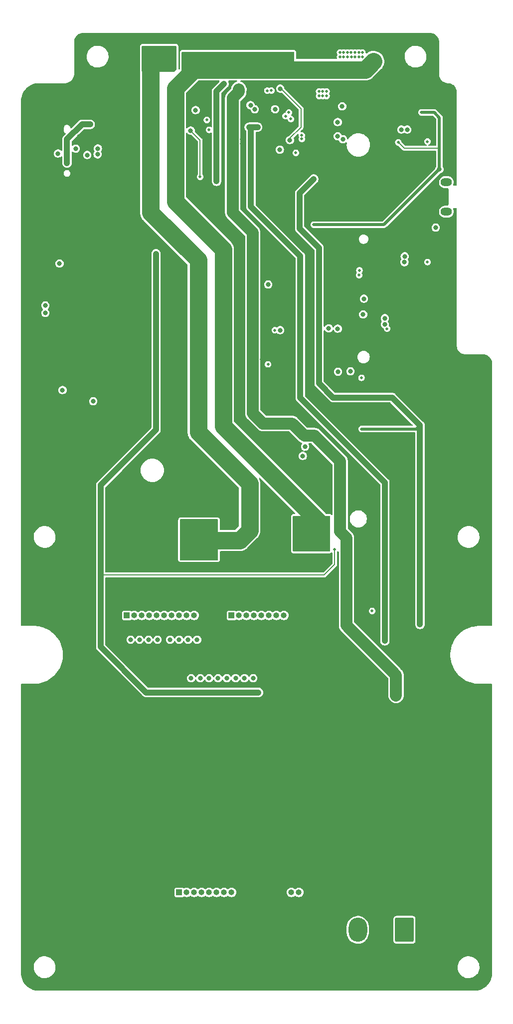
<source format=gbr>
%TF.GenerationSoftware,KiCad,Pcbnew,7.0.10*%
%TF.CreationDate,2024-03-08T14:55:51+08:00*%
%TF.ProjectId,solar_board,736f6c61-725f-4626-9f61-72642e6b6963,rev?*%
%TF.SameCoordinates,Original*%
%TF.FileFunction,Copper,L3,Inr*%
%TF.FilePolarity,Positive*%
%FSLAX46Y46*%
G04 Gerber Fmt 4.6, Leading zero omitted, Abs format (unit mm)*
G04 Created by KiCad (PCBNEW 7.0.10) date 2024-03-08 14:55:51*
%MOMM*%
%LPD*%
G01*
G04 APERTURE LIST*
G04 Aperture macros list*
%AMRoundRect*
0 Rectangle with rounded corners*
0 $1 Rounding radius*
0 $2 $3 $4 $5 $6 $7 $8 $9 X,Y pos of 4 corners*
0 Add a 4 corners polygon primitive as box body*
4,1,4,$2,$3,$4,$5,$6,$7,$8,$9,$2,$3,0*
0 Add four circle primitives for the rounded corners*
1,1,$1+$1,$2,$3*
1,1,$1+$1,$4,$5*
1,1,$1+$1,$6,$7*
1,1,$1+$1,$8,$9*
0 Add four rect primitives between the rounded corners*
20,1,$1+$1,$2,$3,$4,$5,0*
20,1,$1+$1,$4,$5,$6,$7,0*
20,1,$1+$1,$6,$7,$8,$9,0*
20,1,$1+$1,$8,$9,$2,$3,0*%
G04 Aperture macros list end*
%TA.AperFunction,ComponentPad*%
%ADD10C,7.000000*%
%TD*%
%TA.AperFunction,ComponentPad*%
%ADD11R,1.000000X1.000000*%
%TD*%
%TA.AperFunction,ComponentPad*%
%ADD12O,1.000000X1.000000*%
%TD*%
%TA.AperFunction,ComponentPad*%
%ADD13RoundRect,0.250000X1.330000X1.800000X-1.330000X1.800000X-1.330000X-1.800000X1.330000X-1.800000X0*%
%TD*%
%TA.AperFunction,ComponentPad*%
%ADD14O,3.160000X4.100000*%
%TD*%
%TA.AperFunction,ComponentPad*%
%ADD15C,1.100000*%
%TD*%
%TA.AperFunction,ComponentPad*%
%ADD16RoundRect,0.700000X0.250000X0.000000X0.250000X0.000000X-0.250000X0.000000X-0.250000X0.000000X0*%
%TD*%
%TA.AperFunction,ViaPad*%
%ADD17C,0.500000*%
%TD*%
%TA.AperFunction,ViaPad*%
%ADD18C,0.800000*%
%TD*%
%TA.AperFunction,Conductor*%
%ADD19C,0.500000*%
%TD*%
%TA.AperFunction,Conductor*%
%ADD20C,2.000000*%
%TD*%
%TA.AperFunction,Conductor*%
%ADD21C,1.000000*%
%TD*%
%TA.AperFunction,Conductor*%
%ADD22C,0.200000*%
%TD*%
%TA.AperFunction,Conductor*%
%ADD23C,3.000000*%
%TD*%
G04 APERTURE END LIST*
D10*
%TO.N,GND*%
%TO.C,U1*%
X82489000Y-65832001D03*
%TD*%
D11*
%TO.N,EXT_I2C_SCL*%
%TO.C,J7*%
X82750000Y-119650001D03*
D12*
%TO.N,EXT_I2C_SDA*%
X84020000Y-119650001D03*
%TO.N,EXT_UART_TXD*%
X85290000Y-119650001D03*
%TO.N,EXT_UART_RXD*%
X86560000Y-119650001D03*
%TO.N,EXT_UART_CTS*%
X87830000Y-119650001D03*
%TO.N,EXT_UART_RTS*%
X89100000Y-119650001D03*
%TO.N,EXT_SPI_CS*%
X90370000Y-119650001D03*
%TO.N,EXT_SPI_MISO*%
X91640000Y-119650001D03*
%TO.N,EXT_SPI_MOSI*%
X92910000Y-119650001D03*
%TO.N,EXT_SPI_SCLK*%
X94180000Y-119650001D03*
%TD*%
D11*
%TO.N,GND*%
%TO.C,J9*%
X108150000Y-166640001D03*
D12*
X109420000Y-166640001D03*
%TO.N,PWR_OUT*%
X110690000Y-166640001D03*
X111960000Y-166640001D03*
%TD*%
D11*
%TO.N,Net-(J1-Pin_1)*%
%TO.C,J1*%
X91640000Y-166640001D03*
D12*
%TO.N,Net-(J1-Pin_2)*%
X92910000Y-166640001D03*
%TO.N,Net-(J1-Pin_3)*%
X94180000Y-166640001D03*
%TO.N,Net-(J1-Pin_4)*%
X95450000Y-166640001D03*
%TO.N,Net-(J1-Pin_5)*%
X96720000Y-166640001D03*
%TO.N,Net-(J1-Pin_6)*%
X97990000Y-166640001D03*
%TO.N,Net-(J1-Pin_7)*%
X99260000Y-166640001D03*
%TO.N,Net-(J1-Pin_8)*%
X100530000Y-166640001D03*
%TD*%
D13*
%TO.N,PWR_IN*%
%TO.C,J4*%
X129890000Y-172990001D03*
D14*
%TO.N,GND*%
X125930000Y-172990001D03*
%TO.N,PWR_OUT*%
X121970000Y-172990001D03*
%TO.N,GND*%
X118010000Y-172990001D03*
%TD*%
D15*
%TO.N,GND*%
%TO.C,J2*%
X70440000Y-43310001D03*
X74740000Y-43310001D03*
X70440000Y-38510001D03*
X74740000Y-38510001D03*
%TD*%
D11*
%TO.N,EXT_A7*%
%TO.C,J8*%
X100530000Y-119650001D03*
D12*
%TO.N,EXT_A6*%
X101800000Y-119650001D03*
%TO.N,EXT_A5*%
X103070000Y-119650001D03*
%TO.N,EXT_A4*%
X104340000Y-119650001D03*
%TO.N,EXT_A3*%
X105610000Y-119650001D03*
%TO.N,EXT_A2*%
X106880000Y-119650001D03*
%TO.N,EXT_A1*%
X108150000Y-119650001D03*
%TO.N,EXT_A0*%
X109420000Y-119650001D03*
%TD*%
D16*
%TO.N,N/C*%
%TO.C,U11*%
X137021000Y-51157001D03*
X137021000Y-46157001D03*
%TD*%
D17*
%TO.N,GND*%
X95602400Y-94504001D03*
X97583600Y-94504001D03*
X96669200Y-46942401D03*
X96669200Y-45142401D03*
X96669200Y-46142401D03*
X96669200Y-44342401D03*
X102460400Y-45054401D03*
X115980000Y-84840001D03*
X81180000Y-98140001D03*
X98650400Y-165471601D03*
X125676000Y-139208001D03*
X84580000Y-73840001D03*
X122980000Y-116540001D03*
X110480000Y-72840001D03*
X77180000Y-99540001D03*
X97431200Y-139462001D03*
X95704000Y-179848001D03*
X92249600Y-158512001D03*
X126580000Y-65140001D03*
X116280000Y-54940001D03*
X86052000Y-174768001D03*
X134980000Y-62940001D03*
X91980000Y-131640001D03*
X107580000Y-60440001D03*
X105680000Y-48440001D03*
X123680000Y-62840001D03*
X84480000Y-110640001D03*
X127180000Y-62840001D03*
X136980000Y-35540001D03*
X109521600Y-89982801D03*
X128780000Y-26940001D03*
X99133000Y-42180001D03*
X99080000Y-43740001D03*
X99133000Y-34306001D03*
X81747487Y-25523918D03*
D18*
X116910000Y-166560001D03*
D17*
X123680000Y-64540001D03*
X87576000Y-170196001D03*
X102460400Y-40554401D03*
X109380000Y-84040001D03*
X94434000Y-133975601D03*
X77880000Y-82740001D03*
X101201922Y-116096030D03*
X123644000Y-54372001D03*
X93280000Y-42840001D03*
X111180000Y-60540001D03*
X119580000Y-153940001D03*
X96847000Y-33290001D03*
X73390000Y-56747001D03*
X122080000Y-60240001D03*
X125380000Y-29840001D03*
X110180000Y-95040001D03*
X103476400Y-133874001D03*
X98244000Y-120539001D03*
X106280000Y-48440001D03*
X126680000Y-57340001D03*
X108508819Y-123377327D03*
X96110400Y-158562801D03*
X134312000Y-112284001D03*
X128380000Y-42540001D03*
X118180000Y-40440001D03*
D18*
X80170000Y-43120001D03*
D17*
X81480000Y-114140001D03*
X107138696Y-124627264D03*
X88980000Y-114640001D03*
X103480000Y-113840001D03*
X137480000Y-69340001D03*
X115770000Y-118786401D03*
X111369251Y-119651554D03*
X91843200Y-21301201D03*
X96720000Y-42815001D03*
X102460400Y-44054401D03*
X81880000Y-72640001D03*
X127980000Y-102040001D03*
X102487876Y-48991781D03*
X100428400Y-133823201D03*
X123517000Y-70247001D03*
X92980000Y-98240001D03*
X108280000Y-72740001D03*
X131880000Y-33240001D03*
X125676000Y-135144001D03*
X118180000Y-42140001D03*
X109521600Y-88916001D03*
X93773600Y-146066001D03*
X73080000Y-92040001D03*
X81780000Y-83440001D03*
X76527000Y-63262001D03*
X128680000Y-44540001D03*
X117180000Y-35840001D03*
X100322351Y-97709406D03*
X112180000Y-116540001D03*
X120980000Y-36040001D03*
X94434000Y-131080001D03*
X81180000Y-101240001D03*
X126680000Y-58740001D03*
X128880000Y-91240001D03*
X136980000Y-34240001D03*
X105610000Y-39640001D03*
X135680000Y-33140001D03*
X93280000Y-43540001D03*
X100680000Y-100240001D03*
X128580000Y-52540001D03*
X111080000Y-48440001D03*
X125676000Y-150892001D03*
X123980000Y-67140001D03*
X106880000Y-162576001D03*
X137480000Y-72740001D03*
X93519600Y-165420801D03*
X116580000Y-72040001D03*
X128080000Y-62840001D03*
X123880000Y-36040001D03*
X106880000Y-110340001D03*
X97583600Y-98140001D03*
X82115000Y-28908001D03*
X77080000Y-105140001D03*
X89680000Y-97740001D03*
X101927000Y-131207001D03*
X123644000Y-86884001D03*
X113280000Y-70940001D03*
X104975000Y-39640001D03*
D18*
X135074000Y-49927001D03*
X80080000Y-38710001D03*
D17*
X66038948Y-75877714D03*
X115380000Y-48540001D03*
X116280000Y-51740001D03*
X92300400Y-165471601D03*
X116980000Y-33840001D03*
X84080000Y-21540001D03*
X110994800Y-52187601D03*
X73280000Y-109740001D03*
X65680000Y-40940001D03*
X84380000Y-43140001D03*
X77680000Y-61040001D03*
X76880000Y-92940001D03*
X126680000Y-60440001D03*
X102180000Y-77040001D03*
X111134500Y-85042501D03*
X105780000Y-130440001D03*
X89100000Y-143780001D03*
X119580000Y-148860001D03*
X123080000Y-46840001D03*
X126580000Y-66440001D03*
X114380000Y-35840001D03*
X84580000Y-99140001D03*
X100580000Y-99540001D03*
X99080000Y-44940001D03*
X97482000Y-133823201D03*
X100480000Y-98340001D03*
X128367515Y-97320367D03*
X106880000Y-139843001D03*
X103476400Y-139462001D03*
X136780000Y-88740001D03*
X65444026Y-65872209D03*
X121280000Y-85540001D03*
X128680000Y-81040001D03*
X98650400Y-158562801D03*
X116024000Y-134128001D03*
X65281775Y-94536627D03*
X101580000Y-59040001D03*
X99006000Y-131080001D03*
X98980000Y-47640001D03*
X89680000Y-98990004D03*
X88180000Y-108040001D03*
X120480000Y-46940001D03*
X116024000Y-149876001D03*
X107980000Y-48440001D03*
X133980000Y-62140001D03*
X65580000Y-48840001D03*
X130756000Y-146828001D03*
X88999381Y-58068820D03*
X95380000Y-116540001D03*
X82380000Y-23240001D03*
X99920400Y-165471601D03*
X94789600Y-165471601D03*
X122380000Y-85540001D03*
X102054000Y-133823201D03*
X89680000Y-101140001D03*
X76870944Y-114850121D03*
X115980000Y-33840001D03*
X84580000Y-100440001D03*
D18*
X137487000Y-44466001D03*
D17*
X130756000Y-129556001D03*
X106380000Y-111040001D03*
X92980000Y-97640001D03*
X125676000Y-144796001D03*
X120680000Y-62640001D03*
X106380000Y-57540001D03*
X134580000Y-108640001D03*
X88501953Y-21221250D03*
X104880000Y-89840001D03*
X106880000Y-105172001D03*
X101952400Y-139462001D03*
X99133000Y-40529001D03*
X92680000Y-72740001D03*
X106580000Y-67540001D03*
X84380000Y-37540001D03*
X121880000Y-97540001D03*
X120480000Y-47740001D03*
X94434000Y-139462001D03*
X120480000Y-44240001D03*
X102917600Y-150180801D03*
X110680000Y-54640001D03*
X91580000Y-96940001D03*
X109380000Y-94240001D03*
X95480000Y-100240001D03*
X134312000Y-117872001D03*
D18*
X130400000Y-167120001D03*
D17*
X99080000Y-50140001D03*
X120596000Y-126000001D03*
X99133000Y-35576001D03*
X91080000Y-101540001D03*
D18*
X135709000Y-162703001D03*
D17*
X130756000Y-156480001D03*
X122628000Y-86884001D03*
X112780000Y-85240001D03*
X72780000Y-100640001D03*
X130756000Y-141240001D03*
X97680000Y-114040001D03*
X123932856Y-30066958D03*
X92180000Y-61240001D03*
X88780000Y-76740001D03*
X115516000Y-158512001D03*
X105610000Y-38685001D03*
X126680000Y-59440001D03*
X125787575Y-94532425D03*
X123080000Y-47540001D03*
X126480000Y-89640001D03*
D18*
X80050000Y-37430001D03*
D17*
X125980000Y-46940001D03*
X77880000Y-76640001D03*
X119580000Y-142764001D03*
X93280000Y-46140001D03*
X107280000Y-48440001D03*
X116480000Y-62640001D03*
X124980000Y-106040001D03*
X104180000Y-52140001D03*
X117780000Y-60540001D03*
X95226000Y-37262832D03*
X137480000Y-76440001D03*
X123080000Y-44440001D03*
X123080000Y-43540001D03*
X113480000Y-67540001D03*
X123580000Y-85440001D03*
X106980000Y-29340001D03*
X105680000Y-128040001D03*
X130756000Y-151908001D03*
X99780000Y-117640001D03*
X126580000Y-67240001D03*
X82115000Y-29734001D03*
X84580000Y-97040001D03*
X105356000Y-175276001D03*
X129580000Y-40940001D03*
X117344800Y-21301201D03*
X129480000Y-48740001D03*
X97480000Y-100240001D03*
X125780000Y-92240001D03*
D18*
X80000000Y-36270001D03*
D17*
X126692000Y-67961001D03*
X96680000Y-48640001D03*
X102181000Y-39640001D03*
X116080000Y-116540001D03*
X102460400Y-46954401D03*
X106880000Y-99076001D03*
X113280000Y-60540001D03*
X115280000Y-32640001D03*
X130480000Y-62840001D03*
X85970688Y-54847829D03*
X133804000Y-123460001D03*
X92480000Y-100540001D03*
X123780000Y-33240001D03*
X99869600Y-158562801D03*
X65580000Y-58040001D03*
X136780000Y-91940001D03*
X125676000Y-157496001D03*
X125980000Y-44140001D03*
X115980000Y-83440001D03*
X109280000Y-29240001D03*
X84380000Y-39340001D03*
X131180000Y-112040001D03*
X96008800Y-139462001D03*
X105780000Y-125740001D03*
X126080000Y-36040001D03*
X137180000Y-37240001D03*
X110580000Y-67540001D03*
X124355200Y-21250401D03*
X136780000Y-78440001D03*
X82115000Y-28083001D03*
X110480000Y-62740001D03*
X101901600Y-71491601D03*
X80980000Y-61140001D03*
X115480000Y-96840001D03*
D18*
X130350000Y-165630001D03*
D17*
X86458400Y-68494401D03*
X65580000Y-34440001D03*
D18*
X140599169Y-166194832D03*
D17*
X130304842Y-41628952D03*
X93629093Y-98274382D03*
X136780000Y-85040001D03*
X123080000Y-45340001D03*
X91480000Y-84240001D03*
X89680000Y-98340001D03*
X84480000Y-59240001D03*
X116680000Y-96740001D03*
X101292000Y-179848001D03*
X125980000Y-33240001D03*
X78780000Y-32040001D03*
X118180000Y-41240001D03*
X90280000Y-82140001D03*
X90880000Y-96940001D03*
X65227691Y-102324695D03*
X89680000Y-100440001D03*
X93570400Y-158562801D03*
X95958000Y-131080001D03*
X99079020Y-36223758D03*
X135880000Y-106640001D03*
X115000000Y-33840001D03*
X99133000Y-34941001D03*
X122080000Y-58840001D03*
X85880000Y-86240001D03*
X81180000Y-104040001D03*
X102460400Y-41454401D03*
X91780000Y-101540001D03*
X112112400Y-85106001D03*
X118180000Y-39640001D03*
D18*
X78051000Y-39067001D03*
D17*
X95230000Y-36640001D03*
X127880000Y-77840001D03*
X125380000Y-41340001D03*
X96262800Y-94504001D03*
X129580000Y-113740001D03*
X105780000Y-71340001D03*
X86480000Y-106240001D03*
X126680000Y-56640001D03*
X117563333Y-73178424D03*
X126680000Y-58040001D03*
X117880000Y-62640001D03*
X106380000Y-54640001D03*
X127080000Y-53940001D03*
X94780000Y-100240001D03*
X130756000Y-135652001D03*
X105180000Y-29740001D03*
X95577000Y-119269001D03*
X89938570Y-64664503D03*
X119580000Y-158512001D03*
X99133000Y-41418001D03*
X119580000Y-133620001D03*
X102460400Y-45954401D03*
X91680000Y-88540001D03*
X136780000Y-98440001D03*
X132180000Y-62940001D03*
X97482000Y-131080001D03*
X114080000Y-72940001D03*
X126280000Y-86540001D03*
X97380400Y-158562801D03*
X76680000Y-88040001D03*
X83405401Y-28108001D03*
X121053200Y-21250401D03*
X102280000Y-83940001D03*
D18*
X116880000Y-168080001D03*
X80030000Y-39920001D03*
D17*
X96161200Y-165471601D03*
X92180000Y-96940001D03*
X136780000Y-101840001D03*
X100592689Y-22182740D03*
X105780000Y-74040001D03*
X107680000Y-109640001D03*
X100580000Y-98940001D03*
X133180000Y-64240001D03*
X89680000Y-99640001D03*
X113080000Y-48440001D03*
X84580000Y-94240001D03*
X77280000Y-81040001D03*
X116180000Y-35840001D03*
X120380000Y-85540001D03*
X136780000Y-95140001D03*
X100403000Y-131080001D03*
X89100000Y-140351001D03*
X114754000Y-21301201D03*
X101749200Y-21250401D03*
X93080000Y-100240001D03*
X92380000Y-91640001D03*
D18*
X74685500Y-46307501D03*
D17*
X120480000Y-45240001D03*
X116480000Y-94840001D03*
D18*
X126565000Y-168037001D03*
D17*
X117680000Y-67540001D03*
X102431200Y-48288801D03*
X103780000Y-31940001D03*
X106880000Y-102124001D03*
X106880000Y-147844001D03*
X120480000Y-43540001D03*
X83385000Y-29734001D03*
X118080000Y-33840001D03*
X89100000Y-162068001D03*
X128780000Y-33240001D03*
X136780000Y-81340001D03*
X77480000Y-33940001D03*
X84380000Y-50940001D03*
X98955200Y-139462001D03*
X84380000Y-45640001D03*
X110232800Y-85106001D03*
X129480000Y-51440001D03*
X84880000Y-80440001D03*
X121380000Y-33240001D03*
X123644000Y-51832001D03*
X99666400Y-148453601D03*
X96847000Y-33925001D03*
X126480000Y-51940001D03*
X74156680Y-34972079D03*
X81180000Y-87840001D03*
X126580000Y-74140001D03*
X84380000Y-53140001D03*
X121380000Y-54321201D03*
X122680000Y-107840001D03*
X93280000Y-45340001D03*
X102460400Y-42254401D03*
X107280000Y-52240001D03*
X122080000Y-57240001D03*
X121380000Y-52240001D03*
D18*
X126697909Y-167049338D03*
D17*
X89280000Y-131440001D03*
X115280000Y-94840001D03*
X128380000Y-24740001D03*
X121380000Y-55640001D03*
X122831200Y-21250401D03*
X73180000Y-85740001D03*
X91080000Y-59840001D03*
X95230000Y-37900001D03*
X100280000Y-100740001D03*
X103780000Y-29740001D03*
X126480000Y-80140001D03*
X89608000Y-179848001D03*
X118180000Y-32640001D03*
X116280000Y-56540001D03*
X123680000Y-58440001D03*
X123080000Y-48540001D03*
X89100000Y-149368001D03*
X102596082Y-114773981D03*
X126580000Y-73240001D03*
X109480000Y-48440001D03*
X85080000Y-104740001D03*
X99180000Y-119340001D03*
X89100000Y-157496001D03*
X114980000Y-54740001D03*
X95580000Y-120539001D03*
X117080000Y-32640001D03*
X96321394Y-98161365D03*
X82750000Y-29734001D03*
X123644000Y-122444001D03*
X112468000Y-21250401D03*
X106245000Y-39640001D03*
X107980000Y-93040001D03*
X127780000Y-50440001D03*
X131264000Y-126000001D03*
X94280000Y-114140001D03*
X116280000Y-49040001D03*
X102460400Y-47654401D03*
X89676488Y-97181406D03*
X93980000Y-100240001D03*
X80980000Y-59240001D03*
D18*
X126780000Y-165630001D03*
D17*
X86180000Y-129440001D03*
X119427600Y-21301201D03*
X116280000Y-50240001D03*
X109318400Y-85106001D03*
X131830000Y-43323001D03*
X136680000Y-105140001D03*
X114280000Y-94840001D03*
X81780000Y-76640001D03*
X102181000Y-38878001D03*
X125777600Y-21250401D03*
X122480000Y-62840001D03*
X128780000Y-47640001D03*
X105880000Y-62740001D03*
X84380000Y-34940001D03*
X105180000Y-31940001D03*
X109521600Y-91354401D03*
X128980000Y-62840001D03*
X119580000Y-138700001D03*
X80880000Y-30140001D03*
X94840400Y-158562801D03*
X77680000Y-59240001D03*
X79680000Y-118740001D03*
X117680000Y-36340001D03*
X90380000Y-101540001D03*
X106880000Y-156480001D03*
X103832000Y-21250401D03*
X100479200Y-139462001D03*
X102460400Y-43254401D03*
X110180000Y-48440001D03*
X114480000Y-32640001D03*
X96720000Y-147183601D03*
X84380000Y-48340001D03*
X111273102Y-118209319D03*
X96780000Y-100240001D03*
X99514000Y-21352001D03*
X90780000Y-67540001D03*
X94780000Y-98240001D03*
X96180000Y-100240001D03*
X120980000Y-29940001D03*
X103680000Y-88440001D03*
X137480000Y-66040001D03*
X123380000Y-96240001D03*
X105580000Y-76240001D03*
D18*
X130375000Y-168164001D03*
D17*
X97380400Y-165471601D03*
D18*
X80230000Y-41960001D03*
D17*
X103832000Y-169688001D03*
X84480000Y-61140001D03*
X67120624Y-85071961D03*
X76080000Y-82440001D03*
X82180000Y-107540001D03*
X106380000Y-84140001D03*
X110335650Y-122055278D03*
X128880000Y-29540001D03*
X93280000Y-44340001D03*
X99006000Y-133874001D03*
X82750000Y-28083001D03*
D18*
X117900000Y-166690001D03*
D17*
X99133000Y-39640001D03*
X99133000Y-38878001D03*
X92480000Y-101240001D03*
X98980000Y-46240001D03*
X123680000Y-60540001D03*
X116180000Y-32640001D03*
X79680000Y-78640001D03*
X103451000Y-131207001D03*
X75516221Y-79086852D03*
X92910000Y-131080001D03*
X96847000Y-32655001D03*
X106372000Y-107712001D03*
X120480000Y-48640001D03*
X102968400Y-21250401D03*
X90280000Y-96940001D03*
X116024000Y-142764001D03*
X95958000Y-133975601D03*
X122255284Y-91427816D03*
X96338096Y-21197213D03*
X93280000Y-42240001D03*
D18*
X114881000Y-39132001D03*
D17*
X128780000Y-85440001D03*
X106580000Y-91640001D03*
X96923200Y-98161601D03*
X92980000Y-96940001D03*
D18*
%TO.N,Net-(D8-K)*%
X128470000Y-133239001D03*
X101292000Y-30369001D03*
X102181000Y-30369001D03*
X128470000Y-132350001D03*
D17*
%TO.N,VSYS*%
X132534000Y-119904001D03*
X112840000Y-47060001D03*
X96339000Y-35576001D03*
X122628000Y-88027001D03*
X123251000Y-88015001D03*
X132534000Y-121174001D03*
X114020000Y-46030001D03*
X132534000Y-120539001D03*
X114500000Y-45609001D03*
X113520000Y-46580001D03*
X96720000Y-37262832D03*
D18*
%TO.N,/power management/VREF*%
X108785000Y-30270001D03*
X110436000Y-39005001D03*
D17*
%TO.N,GNDA*%
X112468000Y-38800001D03*
X112470000Y-38210001D03*
X106600000Y-30630001D03*
X107286400Y-30597601D03*
%TO.N,+3.3V*%
X95958000Y-132731001D03*
X128851000Y-39386001D03*
X101927000Y-132731001D03*
X135836000Y-39386001D03*
D18*
X135836000Y-43958001D03*
D17*
X98879000Y-132731001D03*
X114500000Y-53356001D03*
X132788000Y-34306001D03*
X97990000Y-45990001D03*
X99260000Y-29429201D03*
X87703000Y-59071001D03*
X118056000Y-108474001D03*
X105102000Y-132731001D03*
X87703000Y-58309001D03*
D18*
%TO.N,PMID*%
X103512000Y-36821001D03*
D17*
X126565000Y-123968001D03*
X126565000Y-122571001D03*
X126565000Y-123968001D03*
X126565000Y-123333001D03*
D18*
X104594000Y-36846001D03*
%TO.N,VUSB*%
X76527000Y-36338001D03*
X72590000Y-39005001D03*
X72590000Y-42900001D03*
%TO.N,~{RESET}*%
X71320000Y-59960001D03*
X106753000Y-63516001D03*
%TO.N,D-*%
X129900000Y-59720001D03*
X103750930Y-33082004D03*
X77826000Y-40435001D03*
%TO.N,D+*%
X129936121Y-58720651D03*
X76019000Y-41545001D03*
X77777882Y-41433845D03*
X71066000Y-41291001D03*
X104467000Y-33782004D03*
X74081964Y-40460087D03*
%TO.N,Net-(U8-RXD{slash}SPI_MOSI)*%
X113020429Y-91018479D03*
X112620000Y-92602066D03*
%TO.N,Net-(J6-SWDIO{slash}TMS)*%
X126565000Y-70247001D03*
X68907000Y-68342001D03*
%TO.N,Net-(J6-SWCLK{slash}TCK)*%
X126565000Y-69231001D03*
X68907000Y-67072001D03*
D17*
%TO.N,PWR_VOUT_CTL*%
X122600000Y-79340001D03*
X124406000Y-118888001D03*
%TO.N,DCDC_MODE*%
X107896000Y-71263001D03*
D18*
X94434000Y-33925001D03*
D17*
X95196000Y-45228001D03*
D18*
X93587168Y-37398246D03*
D17*
X106720000Y-77040001D03*
X126946000Y-71009001D03*
%TO.N,Net-(R9-Pad2)*%
X111452000Y-41164001D03*
%TO.N,EXT_I2C_SDA*%
X122183500Y-61928501D03*
X110250000Y-34330001D03*
D18*
X130375000Y-37227001D03*
%TO.N,EXT_I2C_SCL*%
X129359000Y-37227001D03*
D17*
X122247000Y-61103001D03*
X109686650Y-34950001D03*
D18*
%TO.N,Net-(SW1-A)*%
X77035000Y-83328001D03*
X71828000Y-81423001D03*
%TO.N,Net-(U1A-MODEM_USB_P)*%
X123009000Y-65929001D03*
%TO.N,Net-(U1A-MODEM_USB_N)*%
X122882000Y-68596001D03*
%TO.N,Net-(U1A-D7)*%
X135201000Y-53864001D03*
X118600000Y-78310001D03*
%TO.N,Net-(U1A-MODEM_VBUS)*%
X120720000Y-78240001D03*
D17*
%TO.N,ACCEL_INT*%
X133792000Y-59694001D03*
X133792000Y-39247001D03*
D18*
%TO.N,PMIC_OTG*%
X119453000Y-38878001D03*
X119326000Y-33290001D03*
X107914975Y-33779026D03*
X118564000Y-71009001D03*
%TO.N,PMIC_INT*%
X108733932Y-40636570D03*
X108785000Y-71263001D03*
D17*
%TO.N,~{PMIC_CE}*%
X110600000Y-35430001D03*
D18*
X118564000Y-38370001D03*
X117040000Y-70947001D03*
X118564000Y-35957001D03*
%TO.N,NEGATIVE_2*%
X94942000Y-108474001D03*
X94942000Y-106950001D03*
X90370000Y-25543001D03*
X96466000Y-104156001D03*
X93545000Y-104156001D03*
D17*
X86560000Y-30200001D03*
D18*
X87322000Y-24527001D03*
X88338000Y-24527001D03*
X97609000Y-105426001D03*
X88338000Y-25543001D03*
X92402000Y-109744001D03*
X93545000Y-109744001D03*
X97609000Y-109744001D03*
X94942000Y-104156001D03*
X90370000Y-24527001D03*
X96466000Y-105426001D03*
X89354000Y-24527001D03*
X92402000Y-106950001D03*
X93545000Y-106950001D03*
X88338000Y-23511001D03*
X97609000Y-106950001D03*
X89354000Y-23511001D03*
X93545000Y-108474001D03*
X94942000Y-109744001D03*
X97609000Y-104156001D03*
X96466000Y-109744001D03*
X96466000Y-108474001D03*
X87322000Y-25543001D03*
X89354000Y-25543001D03*
X97609000Y-108474001D03*
X87322000Y-26559001D03*
X92402000Y-104156001D03*
X87322000Y-23511001D03*
X90370000Y-23511001D03*
X94942000Y-105426001D03*
X96466000Y-106950001D03*
X92402000Y-108474001D03*
X93545000Y-105426001D03*
X88338000Y-26559001D03*
X92402000Y-105426001D03*
D17*
%TO.N,NEGATIVE_1*%
X118945000Y-24908001D03*
X116659000Y-30750001D03*
X121485000Y-24146001D03*
X120880006Y-24908001D03*
X120230003Y-24908001D03*
X122755000Y-24908001D03*
X119580000Y-24146001D03*
X116024000Y-31512001D03*
X115389000Y-30750001D03*
X122135003Y-24908001D03*
X115389000Y-31512001D03*
X116024000Y-30750001D03*
X116659000Y-31512001D03*
X121485000Y-24908001D03*
X122755000Y-24146001D03*
X120850000Y-24146001D03*
X120215000Y-24146001D03*
X118945000Y-24146001D03*
X122135003Y-24146001D03*
X119580000Y-24908001D03*
%TO.N,POSITIVE_1*%
X93799000Y-26051001D03*
D18*
X106880000Y-27067001D03*
X116659000Y-105426001D03*
X114119000Y-105426001D03*
D17*
X92783000Y-26940001D03*
D18*
X112849000Y-106823001D03*
D17*
X96339000Y-26051001D03*
D18*
X107896000Y-28083001D03*
D17*
X93799000Y-26940001D03*
D18*
X112722000Y-103775001D03*
X106880000Y-26051001D03*
D17*
X124660000Y-25670001D03*
X97355000Y-26051001D03*
D18*
X109928000Y-27702001D03*
D17*
X96339000Y-25289001D03*
X95577000Y-24527001D03*
D18*
X111452000Y-108220001D03*
D17*
X95577000Y-26051001D03*
D18*
X116659000Y-103775001D03*
X106880000Y-28083001D03*
X115516000Y-108347001D03*
X111452000Y-103775001D03*
X105991000Y-27575001D03*
X108912000Y-28083001D03*
X108912000Y-27067001D03*
X111452000Y-106823001D03*
D17*
X94688000Y-26940001D03*
X95450000Y-26940001D03*
D18*
X114119000Y-103775001D03*
D17*
X93799000Y-25289001D03*
X92783000Y-24527001D03*
D18*
X116659000Y-106950001D03*
X114119000Y-106823001D03*
D17*
X94688000Y-25289001D03*
D18*
X107896000Y-27067001D03*
X115516000Y-106950001D03*
X112722000Y-108220001D03*
X114119000Y-108220001D03*
X115516000Y-105426001D03*
X111452000Y-105426001D03*
D17*
X96339000Y-26940001D03*
X94688000Y-26051001D03*
X96339000Y-24527001D03*
D18*
X105991000Y-26559001D03*
D17*
X94688000Y-24527001D03*
X97355000Y-24527001D03*
D18*
X107896000Y-26051001D03*
D17*
X92783000Y-26051001D03*
D18*
X108912000Y-26051001D03*
D17*
X97355000Y-26940001D03*
X95577000Y-25289001D03*
D18*
X109928000Y-26559001D03*
D17*
X93799000Y-24527001D03*
X97355000Y-25289001D03*
X92783000Y-25289001D03*
D18*
X116659000Y-108347001D03*
X112722000Y-105426001D03*
X115516000Y-103775001D03*
%TO.N,Net-(J1-Pin_1)*%
X83385000Y-123778001D03*
X93672000Y-130318001D03*
%TO.N,Net-(J1-Pin_2)*%
X95220000Y-130304001D03*
X84909000Y-123778001D03*
%TO.N,Net-(J1-Pin_3)*%
X96720000Y-130318001D03*
X86433000Y-123776001D03*
%TO.N,Net-(J1-Pin_4)*%
X87957000Y-123778001D03*
X98244000Y-130318001D03*
%TO.N,Net-(J1-Pin_5)*%
X99720000Y-130304001D03*
X90116000Y-123778001D03*
%TO.N,Net-(J1-Pin_6)*%
X91640000Y-123778001D03*
X101220000Y-130304001D03*
%TO.N,Net-(J1-Pin_7)*%
X102720000Y-130304001D03*
X93164000Y-123778001D03*
%TO.N,Net-(J1-Pin_8)*%
X104220000Y-130304001D03*
X94688000Y-123778001D03*
%TD*%
D19*
%TO.N,VSYS*%
X131911000Y-88015001D02*
X132534000Y-87392001D01*
X123251000Y-88015001D02*
X131911000Y-88015001D01*
D20*
%TO.N,Net-(D8-K)*%
X101749200Y-30851601D02*
X101749200Y-30369001D01*
X100731000Y-31869801D02*
X101749200Y-30851601D01*
X104130000Y-54720801D02*
X100731000Y-51321801D01*
X105864000Y-87087201D02*
X104130000Y-85353201D01*
X110842400Y-87087201D02*
X105864000Y-87087201D01*
X114622400Y-89140001D02*
X112895200Y-89140001D01*
X112895200Y-89140001D02*
X110842400Y-87087201D01*
X100731000Y-51321801D02*
X100731000Y-31869801D01*
X120037200Y-106492801D02*
X118970400Y-105426001D01*
X118970400Y-93488001D02*
X114622400Y-89140001D01*
X120037200Y-121326401D02*
X120037200Y-106492801D01*
X104130000Y-85353201D02*
X104130000Y-54720801D01*
X128470000Y-129759201D02*
X120037200Y-121326401D01*
X118970400Y-105426001D02*
X118970400Y-93488001D01*
X128470000Y-133239001D02*
X128470000Y-129759201D01*
D21*
%TO.N,PMID*%
X112214000Y-82730035D02*
X126565000Y-97081035D01*
X112214000Y-58690001D02*
X112214000Y-82730035D01*
X103832000Y-50308001D02*
X112214000Y-58690001D01*
X103832000Y-37141001D02*
X103832000Y-50308001D01*
X103512000Y-36821001D02*
X103832000Y-37141001D01*
X126565000Y-97081035D02*
X126565000Y-123968001D01*
%TO.N,Net-(D8-K)*%
X101292000Y-30369001D02*
X102308000Y-30369001D01*
X128470000Y-132350001D02*
X128470000Y-133239001D01*
%TO.N,VSYS*%
X115389000Y-80280001D02*
X115389000Y-57293001D01*
X115389000Y-57293001D02*
X112087000Y-53991001D01*
X132534000Y-121174001D02*
X132534000Y-87392001D01*
X112087000Y-48022001D02*
X114500000Y-45609001D01*
X112087000Y-53991001D02*
X112087000Y-48022001D01*
X127835000Y-82693001D02*
X117802000Y-82693001D01*
X117802000Y-82693001D02*
X115389000Y-80280001D01*
D19*
X123251000Y-88015001D02*
X122640000Y-88015001D01*
X122640000Y-88015001D02*
X122628000Y-88027001D01*
D21*
X132534000Y-87392001D02*
X127835000Y-82693001D01*
D19*
X132522000Y-88015001D02*
X132534000Y-88027001D01*
D22*
%TO.N,/power management/VREF*%
X112341000Y-33671001D02*
X112341000Y-36809001D01*
X108785000Y-30270001D02*
X108940000Y-30270001D01*
X110436000Y-38714001D02*
X110436000Y-39005001D01*
X112341000Y-36809001D02*
X110436000Y-38714001D01*
X108940000Y-30270001D02*
X112341000Y-33671001D01*
D21*
%TO.N,+3.3V*%
X105102000Y-132731001D02*
X86052000Y-132731001D01*
D19*
X114500000Y-53356001D02*
X126438000Y-53356001D01*
D22*
X118056000Y-111014001D02*
X116278000Y-112792001D01*
D21*
X99260000Y-29429201D02*
X97990000Y-30699201D01*
D22*
X128851000Y-39386001D02*
X129867000Y-40402001D01*
D19*
X135836000Y-35195001D02*
X134947000Y-34306001D01*
D22*
X118056000Y-108474001D02*
X118056000Y-111014001D01*
D19*
X134947000Y-34306001D02*
X132788000Y-34306001D01*
X135836000Y-40402001D02*
X135836000Y-40021001D01*
D22*
X78305000Y-112792001D02*
X78305000Y-111522001D01*
D21*
X78305000Y-97552001D02*
X78305000Y-111522001D01*
X97990000Y-30699201D02*
X97990000Y-45990001D01*
D19*
X126438000Y-53356001D02*
X135836000Y-43958001D01*
X135836000Y-40021001D02*
X135836000Y-39386001D01*
D21*
X87703000Y-88154001D02*
X78305000Y-97552001D01*
D22*
X129867000Y-40402001D02*
X135836000Y-40402001D01*
D19*
X135836000Y-43958001D02*
X135836000Y-40402001D01*
D21*
X86052000Y-132731001D02*
X78305000Y-124984001D01*
X78305000Y-124984001D02*
X78305000Y-111522001D01*
D19*
X135836000Y-40021001D02*
X135836000Y-35195001D01*
D21*
X87703000Y-58309001D02*
X87703000Y-88154001D01*
X87703000Y-58309001D02*
X87703000Y-59452001D01*
D22*
X116278000Y-112792001D02*
X78305000Y-112792001D01*
D21*
%TO.N,PMID*%
X103512000Y-36821001D02*
X104950000Y-36821001D01*
%TO.N,VUSB*%
X72590000Y-38892234D02*
X75144233Y-36338001D01*
X72590000Y-39005001D02*
X72590000Y-38892234D01*
X75144233Y-36338001D02*
X76527000Y-36338001D01*
X72590000Y-42900001D02*
X72590000Y-39005001D01*
D22*
%TO.N,DCDC_MODE*%
X93587168Y-37398246D02*
X95196000Y-39007078D01*
X95196000Y-39007078D02*
X95196000Y-45228001D01*
D23*
%TO.N,NEGATIVE_2*%
X87322000Y-24527001D02*
X86814000Y-25035001D01*
X94870000Y-59380001D02*
X94870000Y-88560001D01*
X94870000Y-88560001D02*
X103590000Y-97280001D01*
X103590000Y-97280001D02*
X103590000Y-105250001D01*
X86814000Y-25035001D02*
X86814000Y-51324001D01*
X103590000Y-105250001D02*
X101890000Y-106950001D01*
X87322000Y-24527001D02*
X89354000Y-24527001D01*
X101890000Y-106950001D02*
X94942000Y-106950001D01*
X86814000Y-51324001D02*
X94870000Y-59380001D01*
%TO.N,POSITIVE_1*%
X107896000Y-27067001D02*
X105610000Y-27067001D01*
X105610000Y-27067001D02*
X94180000Y-27067001D01*
X115516000Y-103896001D02*
X115516000Y-105426001D01*
X99133000Y-87513001D02*
X115516000Y-103896001D01*
X123263000Y-27067001D02*
X124660000Y-25670001D01*
X91005000Y-30242001D02*
X91005000Y-49419001D01*
X105610000Y-27067001D02*
X123263000Y-27067001D01*
X94180000Y-27067001D02*
X91005000Y-30242001D01*
X99133000Y-57547001D02*
X99133000Y-87513001D01*
X91005000Y-49419001D02*
X99133000Y-57547001D01*
%TD*%
%TA.AperFunction,Conductor*%
%TO.N,NEGATIVE_2*%
G36*
X91121039Y-23022686D02*
G01*
X91166794Y-23075490D01*
X91178000Y-23127001D01*
X91178000Y-26963639D01*
X91158315Y-27030678D01*
X91141681Y-27051320D01*
X90781319Y-27411682D01*
X90719996Y-27445167D01*
X90693638Y-27448001D01*
X85414000Y-27448001D01*
X85346961Y-27428316D01*
X85301206Y-27375512D01*
X85290000Y-27324001D01*
X85290000Y-23127001D01*
X85309685Y-23059962D01*
X85362489Y-23014207D01*
X85414000Y-23003001D01*
X91054000Y-23003001D01*
X91121039Y-23022686D01*
G37*
%TD.AperFunction*%
%TD*%
%TA.AperFunction,Conductor*%
%TO.N,POSITIVE_1*%
G36*
X111127039Y-24038686D02*
G01*
X111172794Y-24091490D01*
X111184000Y-24143001D01*
X111184000Y-28447001D01*
X111164315Y-28514040D01*
X111111511Y-28559795D01*
X111060000Y-28571001D01*
X92181000Y-28571001D01*
X92113961Y-28551316D01*
X92068206Y-28498512D01*
X92057000Y-28447001D01*
X92057000Y-24143001D01*
X92076685Y-24075962D01*
X92129489Y-24030207D01*
X92181000Y-24019001D01*
X111060000Y-24019001D01*
X111127039Y-24038686D01*
G37*
%TD.AperFunction*%
%TD*%
%TA.AperFunction,Conductor*%
%TO.N,GND*%
G36*
X98448299Y-28896186D02*
G01*
X98494054Y-28948990D01*
X98503998Y-29018148D01*
X98474973Y-29081704D01*
X98468941Y-29088182D01*
X97360186Y-30196936D01*
X97360183Y-30196940D01*
X97339816Y-30229353D01*
X97331772Y-30240689D01*
X97307910Y-30270611D01*
X97291300Y-30305101D01*
X97284577Y-30317265D01*
X97264212Y-30349677D01*
X97264208Y-30349684D01*
X97251565Y-30385814D01*
X97246247Y-30398653D01*
X97229639Y-30433140D01*
X97221118Y-30470470D01*
X97217271Y-30483823D01*
X97204632Y-30519944D01*
X97200345Y-30557982D01*
X97198018Y-30571679D01*
X97189500Y-30609008D01*
X97189500Y-36677975D01*
X97169815Y-36745014D01*
X97117011Y-36790769D01*
X97047853Y-36800713D01*
X97003506Y-36785365D01*
X96997629Y-36781972D01*
X96863712Y-36726503D01*
X96863710Y-36726502D01*
X96863709Y-36726502D01*
X96791854Y-36717042D01*
X96720001Y-36707582D01*
X96719999Y-36707582D01*
X96576291Y-36726502D01*
X96576287Y-36726503D01*
X96442377Y-36781969D01*
X96327379Y-36870211D01*
X96239137Y-36985209D01*
X96183671Y-37119119D01*
X96183670Y-37119123D01*
X96164750Y-37262831D01*
X96164750Y-37262832D01*
X96183670Y-37406540D01*
X96183671Y-37406544D01*
X96239137Y-37540454D01*
X96239138Y-37540456D01*
X96239139Y-37540457D01*
X96327379Y-37655453D01*
X96442375Y-37743693D01*
X96442376Y-37743693D01*
X96442377Y-37743694D01*
X96446740Y-37745501D01*
X96576291Y-37799162D01*
X96703280Y-37815880D01*
X96719999Y-37818082D01*
X96720000Y-37818082D01*
X96720001Y-37818082D01*
X96734977Y-37816110D01*
X96863709Y-37799162D01*
X96997625Y-37743693D01*
X96997632Y-37743687D01*
X97003499Y-37740301D01*
X97071399Y-37723828D01*
X97137426Y-37746680D01*
X97180617Y-37801601D01*
X97189500Y-37847688D01*
X97189500Y-46034961D01*
X97204630Y-46169250D01*
X97204631Y-46169255D01*
X97264211Y-46339524D01*
X97360184Y-46492263D01*
X97487738Y-46619817D01*
X97562848Y-46667012D01*
X97631915Y-46710410D01*
X97640478Y-46715790D01*
X97711670Y-46740701D01*
X97810745Y-46775369D01*
X97810750Y-46775370D01*
X97989996Y-46795566D01*
X97990000Y-46795566D01*
X97990004Y-46795566D01*
X98169249Y-46775370D01*
X98169252Y-46775369D01*
X98169255Y-46775369D01*
X98339522Y-46715790D01*
X98492262Y-46619817D01*
X98619816Y-46492263D01*
X98715789Y-46339523D01*
X98775368Y-46169256D01*
X98790500Y-46034955D01*
X98790500Y-31082141D01*
X98810185Y-31015102D01*
X98826819Y-30994460D01*
X99337456Y-30483823D01*
X99857826Y-29963453D01*
X99942091Y-29857788D01*
X100020360Y-29695262D01*
X100035688Y-29628104D01*
X100060499Y-29519401D01*
X100060500Y-29519393D01*
X100060500Y-29339008D01*
X100060499Y-29339000D01*
X100020362Y-29163148D01*
X100020360Y-29163140D01*
X99999333Y-29119478D01*
X99967945Y-29054302D01*
X99956594Y-28985362D01*
X99984316Y-28921227D01*
X100042311Y-28882261D01*
X100079666Y-28876501D01*
X101352664Y-28876501D01*
X101419703Y-28896186D01*
X101465458Y-28948990D01*
X101475402Y-29018148D01*
X101446377Y-29081704D01*
X101387599Y-29119478D01*
X101384757Y-29120276D01*
X101302711Y-29142259D01*
X101302702Y-29142262D01*
X101096467Y-29238432D01*
X101096465Y-29238433D01*
X100910058Y-29368955D01*
X100749154Y-29529859D01*
X100618632Y-29716266D01*
X100618631Y-29716268D01*
X100522461Y-29922503D01*
X100522458Y-29922512D01*
X100463566Y-30142303D01*
X100463564Y-30142313D01*
X100452566Y-30268023D01*
X100427113Y-30333092D01*
X100416719Y-30344896D01*
X99730956Y-31030658D01*
X99730949Y-31030666D01*
X99701360Y-31072923D01*
X99694778Y-31081501D01*
X99661623Y-31121013D01*
X99661622Y-31121015D01*
X99635825Y-31165696D01*
X99630015Y-31174816D01*
X99600431Y-31217066D01*
X99578632Y-31263814D01*
X99573639Y-31273406D01*
X99547844Y-31318083D01*
X99530198Y-31366565D01*
X99526060Y-31376555D01*
X99504262Y-31423302D01*
X99490907Y-31473139D01*
X99487655Y-31483451D01*
X99470015Y-31531915D01*
X99461056Y-31582723D01*
X99458716Y-31593279D01*
X99445364Y-31643110D01*
X99440868Y-31694497D01*
X99439457Y-31705210D01*
X99430499Y-31756022D01*
X99430499Y-31756026D01*
X99430499Y-31989693D01*
X99430500Y-31989714D01*
X99430500Y-51202886D01*
X99430499Y-51202912D01*
X99430499Y-51435584D01*
X99439456Y-51486382D01*
X99440868Y-51497103D01*
X99445365Y-51548493D01*
X99458716Y-51598321D01*
X99461057Y-51608881D01*
X99470014Y-51659680D01*
X99487655Y-51708146D01*
X99490908Y-51718464D01*
X99504260Y-51768296D01*
X99526061Y-51815047D01*
X99530199Y-51825037D01*
X99547844Y-51873516D01*
X99552283Y-51881205D01*
X99573638Y-51918192D01*
X99578633Y-51927788D01*
X99600429Y-51974530D01*
X99600432Y-51974536D01*
X99630015Y-52016785D01*
X99635827Y-52025907D01*
X99661623Y-52070587D01*
X99694792Y-52110116D01*
X99701358Y-52118674D01*
X99721113Y-52146887D01*
X99730955Y-52160943D01*
X99896180Y-52326168D01*
X99896202Y-52326188D01*
X102793181Y-55223167D01*
X102826666Y-55284490D01*
X102829500Y-55310848D01*
X102829500Y-85234286D01*
X102829499Y-85234312D01*
X102829499Y-85466984D01*
X102838456Y-85517782D01*
X102839868Y-85528503D01*
X102844365Y-85579893D01*
X102857716Y-85629721D01*
X102860057Y-85640281D01*
X102869014Y-85691080D01*
X102886655Y-85739546D01*
X102889908Y-85749864D01*
X102903260Y-85799696D01*
X102925061Y-85846447D01*
X102929199Y-85856437D01*
X102946844Y-85904916D01*
X102961233Y-85929839D01*
X102972638Y-85949592D01*
X102977633Y-85959188D01*
X102999429Y-86005930D01*
X102999432Y-86005936D01*
X103029015Y-86048185D01*
X103034827Y-86057307D01*
X103060623Y-86101987D01*
X103093792Y-86141516D01*
X103100358Y-86150074D01*
X103125804Y-86186415D01*
X103129955Y-86192343D01*
X103295180Y-86357568D01*
X103295202Y-86357588D01*
X104860319Y-87922704D01*
X104860332Y-87922718D01*
X104863950Y-87926336D01*
X104863953Y-87926340D01*
X104947043Y-88009430D01*
X105024863Y-88087250D01*
X105053443Y-88107261D01*
X105060485Y-88112192D01*
X105067121Y-88116838D01*
X105075700Y-88123421D01*
X105115214Y-88156577D01*
X105159898Y-88182375D01*
X105169002Y-88188175D01*
X105211266Y-88217769D01*
X105258023Y-88239572D01*
X105267600Y-88244558D01*
X105312282Y-88270356D01*
X105312285Y-88270357D01*
X105342937Y-88281513D01*
X105360767Y-88288002D01*
X105370760Y-88292142D01*
X105389459Y-88300862D01*
X105417503Y-88313940D01*
X105467325Y-88327289D01*
X105477642Y-88330541D01*
X105526120Y-88348186D01*
X105526122Y-88348186D01*
X105526124Y-88348187D01*
X105564017Y-88354868D01*
X105576911Y-88357141D01*
X105587471Y-88359481D01*
X105637308Y-88372836D01*
X105688702Y-88377332D01*
X105699390Y-88378738D01*
X105750221Y-88387702D01*
X105750224Y-88387702D01*
X105982890Y-88387702D01*
X105982914Y-88387701D01*
X110252353Y-88387701D01*
X110319392Y-88407386D01*
X110340034Y-88424020D01*
X111892027Y-89976013D01*
X111892056Y-89976044D01*
X112056058Y-90140046D01*
X112098313Y-90169633D01*
X112106894Y-90176217D01*
X112130699Y-90196190D01*
X112146415Y-90209378D01*
X112191107Y-90235181D01*
X112200195Y-90240970D01*
X112242466Y-90270569D01*
X112289225Y-90292373D01*
X112298785Y-90297349D01*
X112343485Y-90323157D01*
X112391958Y-90340799D01*
X112401943Y-90344935D01*
X112418520Y-90352665D01*
X112444602Y-90364827D01*
X112497041Y-90410998D01*
X112516194Y-90478191D01*
X112495979Y-90545072D01*
X112494248Y-90547649D01*
X112395612Y-90690547D01*
X112395611Y-90690547D01*
X112335289Y-90849604D01*
X112335288Y-90849609D01*
X112314784Y-91018479D01*
X112335288Y-91187348D01*
X112335289Y-91187353D01*
X112395611Y-91346410D01*
X112457904Y-91436656D01*
X112492246Y-91486408D01*
X112597934Y-91580039D01*
X112619579Y-91599215D01*
X112750199Y-91667770D01*
X112800412Y-91716355D01*
X112816386Y-91784374D01*
X112793051Y-91850231D01*
X112737814Y-91893018D01*
X112692573Y-91901566D01*
X112534944Y-91901566D01*
X112369773Y-91942276D01*
X112219150Y-92021329D01*
X112091816Y-92134138D01*
X111995182Y-92274134D01*
X111934860Y-92433191D01*
X111934859Y-92433196D01*
X111914355Y-92602066D01*
X111934859Y-92770935D01*
X111934860Y-92770940D01*
X111995182Y-92929997D01*
X112036494Y-92989847D01*
X112091817Y-93069995D01*
X112178376Y-93146679D01*
X112219150Y-93182802D01*
X112368714Y-93261299D01*
X112369775Y-93261856D01*
X112534944Y-93302566D01*
X112705056Y-93302566D01*
X112870225Y-93261856D01*
X112966215Y-93211476D01*
X113020849Y-93182802D01*
X113020850Y-93182800D01*
X113020852Y-93182800D01*
X113148183Y-93069995D01*
X113244818Y-92929996D01*
X113305140Y-92770938D01*
X113325645Y-92602066D01*
X113305140Y-92433194D01*
X113244818Y-92274136D01*
X113148183Y-92134137D01*
X113020852Y-92021332D01*
X113020849Y-92021329D01*
X112890230Y-91952775D01*
X112840017Y-91904190D01*
X112824043Y-91836171D01*
X112847378Y-91770314D01*
X112902615Y-91727527D01*
X112947856Y-91718979D01*
X113105485Y-91718979D01*
X113270654Y-91678269D01*
X113350121Y-91636560D01*
X113421278Y-91599215D01*
X113421279Y-91599213D01*
X113421281Y-91599213D01*
X113548612Y-91486408D01*
X113645247Y-91346409D01*
X113705569Y-91187351D01*
X113726074Y-91018479D01*
X113705569Y-90849607D01*
X113645247Y-90690549D01*
X113645246Y-90690547D01*
X113645245Y-90690545D01*
X113606864Y-90634942D01*
X113584980Y-90568587D01*
X113602445Y-90500936D01*
X113653712Y-90453465D01*
X113708913Y-90440501D01*
X114032353Y-90440501D01*
X114099392Y-90460186D01*
X114120034Y-90476820D01*
X117633581Y-93990367D01*
X117667066Y-94051690D01*
X117669900Y-94078048D01*
X117669900Y-102481723D01*
X117650215Y-102548762D01*
X117597411Y-102594517D01*
X117528253Y-102604461D01*
X117464697Y-102575436D01*
X117460834Y-102571944D01*
X117423188Y-102536449D01*
X117423187Y-102536448D01*
X117323111Y-102485562D01*
X117323110Y-102485561D01*
X117323109Y-102485561D01*
X117256078Y-102465878D01*
X117256072Y-102465877D01*
X117170000Y-102453501D01*
X117169997Y-102453501D01*
X116671154Y-102453501D01*
X116604115Y-102433816D01*
X116583473Y-102417182D01*
X100969819Y-86803528D01*
X100936334Y-86742205D01*
X100933500Y-86715847D01*
X100933500Y-57582986D01*
X100933587Y-57578349D01*
X100937286Y-57479489D01*
X100926205Y-57381149D01*
X100925776Y-57376566D01*
X100918384Y-57277911D01*
X100918383Y-57277910D01*
X100918383Y-57277898D01*
X100912407Y-57251716D01*
X100910078Y-57238005D01*
X100907072Y-57211329D01*
X100907071Y-57211323D01*
X100881464Y-57115759D01*
X100880347Y-57111255D01*
X100858337Y-57014818D01*
X100858335Y-57014814D01*
X100858334Y-57014806D01*
X100848523Y-56989808D01*
X100844177Y-56976601D01*
X100837229Y-56950671D01*
X100837227Y-56950666D01*
X100819951Y-56911068D01*
X100797657Y-56859970D01*
X100795888Y-56855698D01*
X100787563Y-56834487D01*
X100759743Y-56763603D01*
X100758041Y-56760655D01*
X100746320Y-56740352D01*
X100740054Y-56727939D01*
X100729317Y-56703329D01*
X100676664Y-56619531D01*
X100674271Y-56615560D01*
X100664346Y-56598369D01*
X100624815Y-56529899D01*
X100608073Y-56508905D01*
X100600028Y-56497567D01*
X100585739Y-56474826D01*
X100521198Y-56399828D01*
X100518240Y-56396258D01*
X100456563Y-56318918D01*
X100452624Y-56315263D01*
X100384018Y-56251606D01*
X100380704Y-56248413D01*
X92841819Y-48709528D01*
X92808334Y-48648205D01*
X92805500Y-48621847D01*
X92805500Y-37896868D01*
X92825185Y-37829829D01*
X92877989Y-37784074D01*
X92947147Y-37774130D01*
X93010703Y-37803155D01*
X93031547Y-37826425D01*
X93033897Y-37829829D01*
X93058984Y-37866174D01*
X93186318Y-37978982D01*
X93306526Y-38042072D01*
X93336943Y-38058036D01*
X93502112Y-38098746D01*
X93669913Y-38098746D01*
X93736952Y-38118431D01*
X93757594Y-38135065D01*
X94759181Y-39136652D01*
X94792666Y-39197975D01*
X94795500Y-39224333D01*
X94795500Y-44803554D01*
X94775815Y-44870593D01*
X94769876Y-44879040D01*
X94715139Y-44950375D01*
X94715138Y-44950377D01*
X94659671Y-45084288D01*
X94659670Y-45084292D01*
X94640750Y-45228000D01*
X94640750Y-45228001D01*
X94659670Y-45371709D01*
X94659671Y-45371713D01*
X94715137Y-45505623D01*
X94715138Y-45505625D01*
X94715139Y-45505626D01*
X94803379Y-45620622D01*
X94918375Y-45708862D01*
X95052291Y-45764331D01*
X95179280Y-45781049D01*
X95195999Y-45783251D01*
X95196000Y-45783251D01*
X95196001Y-45783251D01*
X95210977Y-45781279D01*
X95339709Y-45764331D01*
X95473625Y-45708862D01*
X95588621Y-45620622D01*
X95676861Y-45505626D01*
X95732330Y-45371710D01*
X95751250Y-45228001D01*
X95750928Y-45225559D01*
X95743228Y-45167068D01*
X95732330Y-45084292D01*
X95676861Y-44950376D01*
X95658855Y-44926910D01*
X95622124Y-44879040D01*
X95596930Y-44813870D01*
X95596500Y-44803554D01*
X95596500Y-38943646D01*
X95596500Y-38943645D01*
X95589652Y-38922569D01*
X95585111Y-38903656D01*
X95581646Y-38881774D01*
X95571588Y-38862036D01*
X95564140Y-38844054D01*
X95557296Y-38822988D01*
X95544271Y-38805060D01*
X95534106Y-38788472D01*
X95524049Y-38768734D01*
X95505825Y-38750511D01*
X95505807Y-38750491D01*
X94320427Y-37565112D01*
X94286942Y-37503789D01*
X94285012Y-37462488D01*
X94292813Y-37398246D01*
X94272308Y-37229374D01*
X94268622Y-37219656D01*
X94211985Y-37070314D01*
X94163626Y-37000255D01*
X94115351Y-36930317D01*
X93991962Y-36821004D01*
X93988017Y-36817509D01*
X93837394Y-36738456D01*
X93672224Y-36697746D01*
X93502112Y-36697746D01*
X93336941Y-36738456D01*
X93186318Y-36817509D01*
X93058986Y-36930316D01*
X93058985Y-36930317D01*
X93031548Y-36970065D01*
X92977266Y-37014054D01*
X92907818Y-37021713D01*
X92845253Y-36990609D01*
X92809436Y-36930618D01*
X92805500Y-36899623D01*
X92805500Y-35576001D01*
X95783750Y-35576001D01*
X95788517Y-35612213D01*
X95802670Y-35719709D01*
X95802671Y-35719713D01*
X95858137Y-35853623D01*
X95858138Y-35853625D01*
X95858139Y-35853626D01*
X95946379Y-35968622D01*
X96061375Y-36056862D01*
X96195291Y-36112331D01*
X96322280Y-36129049D01*
X96338999Y-36131251D01*
X96339000Y-36131251D01*
X96339001Y-36131251D01*
X96353977Y-36129279D01*
X96482709Y-36112331D01*
X96616625Y-36056862D01*
X96731621Y-35968622D01*
X96819861Y-35853626D01*
X96875330Y-35719710D01*
X96894250Y-35576001D01*
X96892837Y-35565272D01*
X96890609Y-35548346D01*
X96875330Y-35432292D01*
X96819861Y-35298376D01*
X96731621Y-35183380D01*
X96616625Y-35095140D01*
X96616624Y-35095139D01*
X96616622Y-35095138D01*
X96482712Y-35039672D01*
X96482710Y-35039671D01*
X96482709Y-35039671D01*
X96398793Y-35028623D01*
X96339001Y-35020751D01*
X96338999Y-35020751D01*
X96195291Y-35039671D01*
X96195287Y-35039672D01*
X96061377Y-35095138D01*
X95946379Y-35183380D01*
X95858137Y-35298378D01*
X95802671Y-35432288D01*
X95802670Y-35432292D01*
X95784052Y-35573710D01*
X95783750Y-35576001D01*
X92805500Y-35576001D01*
X92805500Y-33925001D01*
X93728355Y-33925001D01*
X93748859Y-34093870D01*
X93748860Y-34093875D01*
X93809182Y-34252932D01*
X93845811Y-34305997D01*
X93905817Y-34392930D01*
X94003564Y-34479526D01*
X94033150Y-34505737D01*
X94131548Y-34557380D01*
X94183775Y-34584791D01*
X94348944Y-34625501D01*
X94519056Y-34625501D01*
X94684225Y-34584791D01*
X94781587Y-34533691D01*
X94834849Y-34505737D01*
X94834850Y-34505735D01*
X94834852Y-34505735D01*
X94962183Y-34392930D01*
X95058818Y-34252931D01*
X95119140Y-34093873D01*
X95139645Y-33925001D01*
X95119140Y-33756129D01*
X95118876Y-33755434D01*
X95074902Y-33639482D01*
X95058818Y-33597071D01*
X95045116Y-33577221D01*
X94997319Y-33507975D01*
X94962183Y-33457072D01*
X94834852Y-33344267D01*
X94834849Y-33344264D01*
X94684226Y-33265211D01*
X94519056Y-33224501D01*
X94348944Y-33224501D01*
X94183773Y-33265211D01*
X94033150Y-33344264D01*
X93905816Y-33457073D01*
X93809182Y-33597069D01*
X93748860Y-33756126D01*
X93748859Y-33756131D01*
X93728355Y-33925001D01*
X92805500Y-33925001D01*
X92805500Y-31039155D01*
X92825185Y-30972116D01*
X92841819Y-30951474D01*
X94880473Y-28912820D01*
X94941796Y-28879335D01*
X94968154Y-28876501D01*
X98381260Y-28876501D01*
X98448299Y-28896186D01*
G37*
%TD.AperFunction*%
%TA.AperFunction,Conductor*%
G36*
X134284418Y-20840817D02*
G01*
X134349734Y-20845488D01*
X134349740Y-20845489D01*
X134492444Y-20856720D01*
X134509060Y-20859170D01*
X134598513Y-20878629D01*
X134600987Y-20879195D01*
X134712554Y-20905979D01*
X134726920Y-20910365D01*
X134817741Y-20944239D01*
X134821788Y-20945832D01*
X134922781Y-20987665D01*
X134934751Y-20993392D01*
X135021576Y-21040802D01*
X135026939Y-21043907D01*
X135118429Y-21099972D01*
X135127935Y-21106421D01*
X135207867Y-21166258D01*
X135214060Y-21171213D01*
X135295081Y-21240412D01*
X135302210Y-21247002D01*
X135372965Y-21317756D01*
X135372986Y-21317777D01*
X135379593Y-21324924D01*
X135448781Y-21405933D01*
X135453750Y-21412145D01*
X135513576Y-21492064D01*
X135520036Y-21501584D01*
X135576092Y-21593059D01*
X135579197Y-21598422D01*
X135626602Y-21685238D01*
X135632331Y-21697212D01*
X135674161Y-21798198D01*
X135675782Y-21802319D01*
X135709629Y-21893069D01*
X135714021Y-21907453D01*
X135740782Y-22018917D01*
X135741374Y-22021507D01*
X135760829Y-22110942D01*
X135763281Y-22127571D01*
X135774474Y-22269796D01*
X135774540Y-22270677D01*
X135779184Y-22335592D01*
X135779500Y-22344440D01*
X135779500Y-27788638D01*
X135779499Y-27788641D01*
X135779499Y-27947318D01*
X135810043Y-28159765D01*
X135810046Y-28159775D01*
X135870516Y-28365717D01*
X135959671Y-28560939D01*
X135959680Y-28560955D01*
X136075718Y-28741513D01*
X136216275Y-28903725D01*
X136310490Y-28985362D01*
X136378487Y-29044282D01*
X136467460Y-29101461D01*
X136559048Y-29160321D01*
X136559061Y-29160328D01*
X136754283Y-29249483D01*
X136754287Y-29249484D01*
X136754289Y-29249485D01*
X136960231Y-29309955D01*
X136960232Y-29309955D01*
X136960235Y-29309956D01*
X137023584Y-29319063D01*
X137172682Y-29340501D01*
X137275574Y-29340501D01*
X137284418Y-29340817D01*
X137349734Y-29345488D01*
X137349740Y-29345489D01*
X137492444Y-29356720D01*
X137509060Y-29359170D01*
X137598513Y-29378629D01*
X137600987Y-29379195D01*
X137712554Y-29405979D01*
X137726920Y-29410365D01*
X137817741Y-29444239D01*
X137821788Y-29445832D01*
X137922781Y-29487665D01*
X137934751Y-29493392D01*
X138021576Y-29540802D01*
X138026939Y-29543907D01*
X138118429Y-29599972D01*
X138127935Y-29606421D01*
X138207867Y-29666258D01*
X138214060Y-29671213D01*
X138295081Y-29740412D01*
X138302210Y-29747002D01*
X138357281Y-29802072D01*
X138372986Y-29817777D01*
X138379593Y-29824924D01*
X138448781Y-29905933D01*
X138453750Y-29912145D01*
X138513576Y-29992064D01*
X138520036Y-30001584D01*
X138576092Y-30093059D01*
X138579197Y-30098422D01*
X138626602Y-30185238D01*
X138632331Y-30197212D01*
X138674161Y-30298198D01*
X138675782Y-30302319D01*
X138709629Y-30393069D01*
X138714021Y-30407453D01*
X138740782Y-30518917D01*
X138741374Y-30521507D01*
X138760829Y-30610942D01*
X138763281Y-30627571D01*
X138774474Y-30769796D01*
X138774540Y-30770677D01*
X138779184Y-30835592D01*
X138779500Y-30844440D01*
X138779500Y-46615501D01*
X138759815Y-46682540D01*
X138707011Y-46728295D01*
X138655500Y-46739501D01*
X138300171Y-46739501D01*
X138233132Y-46719816D01*
X138187377Y-46667012D01*
X138177433Y-46597854D01*
X138190260Y-46558092D01*
X138204909Y-46530050D01*
X138260886Y-46334419D01*
X138271500Y-46215038D01*
X138271499Y-46098965D01*
X138260886Y-45979583D01*
X138204909Y-45783952D01*
X138110698Y-45603594D01*
X138058684Y-45539804D01*
X137982109Y-45445891D01*
X137824409Y-45317305D01*
X137824410Y-45317305D01*
X137824407Y-45317303D01*
X137644049Y-45223092D01*
X137644048Y-45223091D01*
X137644045Y-45223090D01*
X137494899Y-45180415D01*
X137448418Y-45167115D01*
X137448415Y-45167114D01*
X137448413Y-45167114D01*
X137382102Y-45161218D01*
X137329037Y-45156501D01*
X137329032Y-45156501D01*
X136712971Y-45156501D01*
X136712965Y-45156501D01*
X136712964Y-45156502D01*
X136701316Y-45157537D01*
X136593584Y-45167114D01*
X136397954Y-45223090D01*
X136364625Y-45240500D01*
X136217593Y-45317303D01*
X136217591Y-45317304D01*
X136217590Y-45317305D01*
X136059890Y-45445891D01*
X135931304Y-45603591D01*
X135931302Y-45603594D01*
X135884196Y-45693773D01*
X135837089Y-45783955D01*
X135781114Y-45979584D01*
X135781113Y-45979587D01*
X135770500Y-46098967D01*
X135770500Y-46215028D01*
X135770501Y-46215036D01*
X135781113Y-46334416D01*
X135837089Y-46530046D01*
X135837090Y-46530049D01*
X135837091Y-46530050D01*
X135931302Y-46710408D01*
X135938611Y-46719372D01*
X136059890Y-46868110D01*
X136153803Y-46944685D01*
X136217593Y-46996699D01*
X136397951Y-47090910D01*
X136593582Y-47146887D01*
X136712963Y-47157501D01*
X137218230Y-47157500D01*
X137285269Y-47177184D01*
X137331024Y-47229988D01*
X137339236Y-47258966D01*
X137339325Y-47258943D01*
X137340356Y-47262919D01*
X137341279Y-47266174D01*
X137341350Y-47266751D01*
X137390312Y-47388028D01*
X137404624Y-47407070D01*
X137429167Y-47472488D01*
X137429500Y-47481571D01*
X137429500Y-49798431D01*
X137409815Y-49865470D01*
X137404625Y-49872930D01*
X137390313Y-49891972D01*
X137390311Y-49891975D01*
X137341354Y-50013242D01*
X137341351Y-50013254D01*
X137337046Y-50047825D01*
X137309228Y-50111918D01*
X137251174Y-50150797D01*
X137213997Y-50156501D01*
X136712971Y-50156501D01*
X136712965Y-50156501D01*
X136712964Y-50156502D01*
X136707216Y-50157013D01*
X136593584Y-50167114D01*
X136397954Y-50223090D01*
X136322177Y-50262673D01*
X136217593Y-50317303D01*
X136217591Y-50317304D01*
X136217590Y-50317305D01*
X136059890Y-50445891D01*
X135943712Y-50588374D01*
X135931302Y-50603594D01*
X135908584Y-50647086D01*
X135837089Y-50783955D01*
X135781114Y-50979584D01*
X135781113Y-50979587D01*
X135770500Y-51098967D01*
X135770500Y-51215028D01*
X135770501Y-51215036D01*
X135781113Y-51334416D01*
X135837089Y-51530046D01*
X135837090Y-51530049D01*
X135837091Y-51530050D01*
X135931302Y-51710408D01*
X135931304Y-51710410D01*
X136059890Y-51868110D01*
X136123941Y-51920336D01*
X136217593Y-51996699D01*
X136397951Y-52090910D01*
X136593582Y-52146887D01*
X136712963Y-52157501D01*
X137329036Y-52157500D01*
X137448418Y-52146887D01*
X137644049Y-52090910D01*
X137824407Y-51996699D01*
X137982109Y-51868110D01*
X138110698Y-51710408D01*
X138204909Y-51530050D01*
X138260886Y-51334419D01*
X138271500Y-51215038D01*
X138271499Y-51098965D01*
X138260886Y-50979583D01*
X138204909Y-50783952D01*
X138172501Y-50721911D01*
X138158911Y-50653377D01*
X138184530Y-50588374D01*
X138241226Y-50547540D01*
X138282411Y-50540501D01*
X138655500Y-50540501D01*
X138722539Y-50560186D01*
X138768294Y-50612990D01*
X138779500Y-50664501D01*
X138779500Y-73788638D01*
X138779499Y-73788641D01*
X138779499Y-73947318D01*
X138810043Y-74159765D01*
X138810046Y-74159775D01*
X138870516Y-74365717D01*
X138959671Y-74560939D01*
X138959680Y-74560955D01*
X139075718Y-74741513D01*
X139216275Y-74903725D01*
X139340277Y-75011173D01*
X139378487Y-75044282D01*
X139467460Y-75101461D01*
X139559048Y-75160321D01*
X139559061Y-75160328D01*
X139754283Y-75249483D01*
X139754287Y-75249484D01*
X139754289Y-75249485D01*
X139960231Y-75309955D01*
X139960232Y-75309955D01*
X139960235Y-75309956D01*
X140023584Y-75319063D01*
X140172682Y-75340501D01*
X140279901Y-75340501D01*
X143275574Y-75340501D01*
X143284418Y-75340817D01*
X143349734Y-75345488D01*
X143349740Y-75345489D01*
X143492444Y-75356720D01*
X143509060Y-75359170D01*
X143598513Y-75378629D01*
X143600987Y-75379195D01*
X143712554Y-75405979D01*
X143726920Y-75410365D01*
X143817741Y-75444239D01*
X143821788Y-75445832D01*
X143922781Y-75487665D01*
X143934751Y-75493392D01*
X144021576Y-75540802D01*
X144026939Y-75543907D01*
X144118429Y-75599972D01*
X144127935Y-75606421D01*
X144207867Y-75666258D01*
X144214060Y-75671213D01*
X144295081Y-75740412D01*
X144302210Y-75747002D01*
X144368210Y-75813001D01*
X144372986Y-75817777D01*
X144379593Y-75824924D01*
X144448781Y-75905933D01*
X144453750Y-75912145D01*
X144513576Y-75992064D01*
X144520036Y-76001584D01*
X144576092Y-76093059D01*
X144579197Y-76098422D01*
X144626602Y-76185238D01*
X144632331Y-76197212D01*
X144674161Y-76298198D01*
X144675782Y-76302319D01*
X144709629Y-76393069D01*
X144714021Y-76407453D01*
X144740782Y-76518917D01*
X144741374Y-76521507D01*
X144760829Y-76610942D01*
X144763281Y-76627571D01*
X144774474Y-76769796D01*
X144774540Y-76770677D01*
X144779184Y-76835592D01*
X144779500Y-76844440D01*
X144779500Y-121316714D01*
X144759815Y-121383753D01*
X144707011Y-121429508D01*
X144655500Y-121440714D01*
X142631390Y-121440714D01*
X142631295Y-121440686D01*
X142580000Y-121440686D01*
X142366039Y-121440686D01*
X142366035Y-121440686D01*
X141939742Y-121477982D01*
X141939738Y-121477982D01*
X141518333Y-121552287D01*
X141518322Y-121552289D01*
X141329364Y-121602921D01*
X141104983Y-121663044D01*
X141104980Y-121663045D01*
X141104979Y-121663045D01*
X140901343Y-121737163D01*
X140702868Y-121809402D01*
X140702864Y-121809403D01*
X140702858Y-121809406D01*
X140702850Y-121809409D01*
X140315048Y-121990245D01*
X140315032Y-121990253D01*
X139944455Y-122204206D01*
X139944440Y-122204215D01*
X139593907Y-122449661D01*
X139266103Y-122724722D01*
X138963522Y-123027303D01*
X138688461Y-123355107D01*
X138443015Y-123705640D01*
X138443006Y-123705655D01*
X138229053Y-124076232D01*
X138229045Y-124076248D01*
X138048209Y-124464050D01*
X138048206Y-124464058D01*
X138048203Y-124464064D01*
X138048202Y-124464068D01*
X138043677Y-124476501D01*
X137942905Y-124753370D01*
X137901844Y-124866183D01*
X137850443Y-125058012D01*
X137791089Y-125279522D01*
X137791087Y-125279533D01*
X137716782Y-125700938D01*
X137716782Y-125700942D01*
X137679486Y-126127235D01*
X137679486Y-126555164D01*
X137716782Y-126981457D01*
X137716782Y-126981461D01*
X137791087Y-127402866D01*
X137791089Y-127402876D01*
X137901844Y-127816217D01*
X138048202Y-128218332D01*
X138048205Y-128218339D01*
X138048206Y-128218341D01*
X138048209Y-128218349D01*
X138229045Y-128606151D01*
X138229053Y-128606167D01*
X138317380Y-128759154D01*
X138410280Y-128920062D01*
X138443006Y-128976744D01*
X138443015Y-128976759D01*
X138688461Y-129327292D01*
X138814461Y-129477452D01*
X138963520Y-129655094D01*
X139266106Y-129957680D01*
X139307895Y-129992745D01*
X139593907Y-130232738D01*
X139593913Y-130232742D01*
X139593914Y-130232743D01*
X139944447Y-130478189D01*
X140315039Y-130692150D01*
X140315048Y-130692154D01*
X140702850Y-130872990D01*
X140702854Y-130872991D01*
X140702868Y-130872998D01*
X141104983Y-131019356D01*
X141518324Y-131130111D01*
X141939745Y-131204418D01*
X142366037Y-131241713D01*
X142366038Y-131241714D01*
X142366039Y-131241714D01*
X142579901Y-131241714D01*
X144655500Y-131241714D01*
X144722539Y-131261399D01*
X144768294Y-131314203D01*
X144779500Y-131365714D01*
X144779500Y-180336753D01*
X144779330Y-180343243D01*
X144772523Y-180473114D01*
X144772498Y-180473577D01*
X144762372Y-180653887D01*
X144761040Y-180666332D01*
X144737507Y-180814911D01*
X144737282Y-180816283D01*
X144710264Y-180975304D01*
X144707791Y-180986628D01*
X144667879Y-181135579D01*
X144667258Y-181137813D01*
X144623655Y-181289162D01*
X144620265Y-181299271D01*
X144564462Y-181444645D01*
X144563259Y-181447661D01*
X144503575Y-181591751D01*
X144499498Y-181600594D01*
X144428433Y-181740064D01*
X144426477Y-181743748D01*
X144351430Y-181879538D01*
X144346897Y-181887094D01*
X144261412Y-182018728D01*
X144258546Y-182022947D01*
X144169002Y-182149147D01*
X144164239Y-182155428D01*
X144065333Y-182277567D01*
X144061427Y-182282158D01*
X143958419Y-182397424D01*
X143953640Y-182402478D01*
X143842478Y-182513640D01*
X143837424Y-182518419D01*
X143722158Y-182621427D01*
X143717567Y-182625333D01*
X143595428Y-182724239D01*
X143589147Y-182729002D01*
X143462947Y-182818546D01*
X143458728Y-182821412D01*
X143327094Y-182906897D01*
X143319538Y-182911430D01*
X143183748Y-182986477D01*
X143180064Y-182988433D01*
X143040594Y-183059498D01*
X143031751Y-183063575D01*
X142887661Y-183123259D01*
X142884645Y-183124462D01*
X142739271Y-183180265D01*
X142729162Y-183183655D01*
X142577813Y-183227258D01*
X142575579Y-183227879D01*
X142426628Y-183267791D01*
X142415304Y-183270264D01*
X142256283Y-183297282D01*
X142254911Y-183297507D01*
X142106332Y-183321040D01*
X142093887Y-183322372D01*
X141913577Y-183332498D01*
X141913114Y-183332523D01*
X141783243Y-183339330D01*
X141776753Y-183339500D01*
X67783246Y-183339500D01*
X67776756Y-183339330D01*
X67646990Y-183332529D01*
X67646527Y-183332504D01*
X67466102Y-183322371D01*
X67453657Y-183321039D01*
X67305180Y-183297522D01*
X67303807Y-183297297D01*
X67144679Y-183270260D01*
X67133357Y-183267787D01*
X66984491Y-183227899D01*
X66982256Y-183227278D01*
X66830830Y-183183652D01*
X66820721Y-183180262D01*
X66675351Y-183124460D01*
X66672336Y-183123257D01*
X66535955Y-183066767D01*
X66528245Y-183063573D01*
X66519402Y-183059497D01*
X66379957Y-182988445D01*
X66376272Y-182986489D01*
X66240442Y-182911419D01*
X66232888Y-182906886D01*
X66101305Y-182821435D01*
X66097085Y-182818569D01*
X65970834Y-182728989D01*
X65964553Y-182724226D01*
X65842434Y-182625336D01*
X65837843Y-182621429D01*
X65722582Y-182518425D01*
X65717528Y-182513648D01*
X65606365Y-182402486D01*
X65601586Y-182397431D01*
X65498546Y-182282129D01*
X65494640Y-182277537D01*
X65395772Y-182155445D01*
X65391014Y-182149172D01*
X65390996Y-182149147D01*
X65346969Y-182087096D01*
X65301428Y-182022911D01*
X65298563Y-182018692D01*
X65213102Y-181887094D01*
X65208585Y-181879565D01*
X65208570Y-181879538D01*
X65133479Y-181743671D01*
X65131558Y-181740052D01*
X65060499Y-181600590D01*
X65056440Y-181591786D01*
X64996685Y-181447526D01*
X64995564Y-181444716D01*
X64939736Y-181299278D01*
X64936347Y-181289172D01*
X64936344Y-181289162D01*
X64892686Y-181137621D01*
X64892119Y-181135579D01*
X64852208Y-180986628D01*
X64849741Y-180975333D01*
X64822683Y-180816082D01*
X64822491Y-180814911D01*
X64798956Y-180666313D01*
X64797630Y-180653926D01*
X64787469Y-180472985D01*
X64780670Y-180343243D01*
X64780501Y-180336774D01*
X64780501Y-179407595D01*
X66925819Y-179407595D01*
X66955445Y-179676845D01*
X66955447Y-179676856D01*
X67023958Y-179938914D01*
X67023960Y-179938920D01*
X67129902Y-180188222D01*
X67271011Y-180419437D01*
X67271018Y-180419447D01*
X67444285Y-180627651D01*
X67444291Y-180627656D01*
X67549272Y-180721719D01*
X67646030Y-180808414D01*
X67871942Y-180957876D01*
X68117208Y-181072852D01*
X68117215Y-181072854D01*
X68117217Y-181072855D01*
X68376589Y-181150889D01*
X68376596Y-181150890D01*
X68376601Y-181150892D01*
X68644593Y-181190332D01*
X68644598Y-181190332D01*
X68847661Y-181190332D01*
X68847663Y-181190332D01*
X68847668Y-181190331D01*
X68847680Y-181190331D01*
X68885223Y-181187582D01*
X69050188Y-181175509D01*
X69220273Y-181137621D01*
X69314578Y-181116614D01*
X69314580Y-181116613D01*
X69314585Y-181116612D01*
X69567590Y-181019846D01*
X69803809Y-180887273D01*
X70018209Y-180721720D01*
X70206218Y-180526713D01*
X70363831Y-180306411D01*
X70437819Y-180162501D01*
X70487681Y-180065522D01*
X70487683Y-180065516D01*
X70487688Y-180065507D01*
X70575150Y-179809137D01*
X70624351Y-179542765D01*
X70629291Y-179407595D01*
X138925819Y-179407595D01*
X138955445Y-179676845D01*
X138955447Y-179676856D01*
X139023958Y-179938914D01*
X139023960Y-179938920D01*
X139129902Y-180188222D01*
X139271011Y-180419437D01*
X139271018Y-180419447D01*
X139444285Y-180627651D01*
X139444291Y-180627656D01*
X139549272Y-180721719D01*
X139646030Y-180808414D01*
X139871942Y-180957876D01*
X140117208Y-181072852D01*
X140117215Y-181072854D01*
X140117217Y-181072855D01*
X140376589Y-181150889D01*
X140376596Y-181150890D01*
X140376601Y-181150892D01*
X140644593Y-181190332D01*
X140644598Y-181190332D01*
X140847661Y-181190332D01*
X140847663Y-181190332D01*
X140847668Y-181190331D01*
X140847680Y-181190331D01*
X140885223Y-181187582D01*
X141050188Y-181175509D01*
X141220273Y-181137621D01*
X141314578Y-181116614D01*
X141314580Y-181116613D01*
X141314585Y-181116612D01*
X141567590Y-181019846D01*
X141803809Y-180887273D01*
X142018209Y-180721720D01*
X142206218Y-180526713D01*
X142363831Y-180306411D01*
X142437819Y-180162501D01*
X142487681Y-180065522D01*
X142487683Y-180065516D01*
X142487688Y-180065507D01*
X142575150Y-179809137D01*
X142624351Y-179542765D01*
X142634244Y-179272067D01*
X142604618Y-179002814D01*
X142536104Y-178740744D01*
X142430162Y-178491442D01*
X142289050Y-178260222D01*
X142199779Y-178152951D01*
X142115778Y-178052012D01*
X142115772Y-178052007D01*
X141914034Y-177871250D01*
X141688124Y-177721789D01*
X141688122Y-177721788D01*
X141442856Y-177606812D01*
X141442851Y-177606810D01*
X141442846Y-177606808D01*
X141183474Y-177528774D01*
X141183460Y-177528771D01*
X141067823Y-177511753D01*
X140915471Y-177489332D01*
X140712401Y-177489332D01*
X140712383Y-177489332D01*
X140509876Y-177504155D01*
X140509863Y-177504157D01*
X140245485Y-177563049D01*
X140245478Y-177563052D01*
X139992471Y-177659819D01*
X139756258Y-177792389D01*
X139541854Y-177957944D01*
X139353854Y-178152941D01*
X139353848Y-178152948D01*
X139196234Y-178373251D01*
X139196231Y-178373256D01*
X139072382Y-178614141D01*
X139072375Y-178614159D01*
X138984916Y-178870517D01*
X138984913Y-178870531D01*
X138935713Y-179136900D01*
X138935712Y-179136907D01*
X138925819Y-179407595D01*
X70629291Y-179407595D01*
X70634244Y-179272067D01*
X70604618Y-179002814D01*
X70536104Y-178740744D01*
X70430162Y-178491442D01*
X70289050Y-178260222D01*
X70199779Y-178152951D01*
X70115778Y-178052012D01*
X70115772Y-178052007D01*
X69914034Y-177871250D01*
X69688124Y-177721789D01*
X69688122Y-177721788D01*
X69442856Y-177606812D01*
X69442851Y-177606810D01*
X69442846Y-177606808D01*
X69183474Y-177528774D01*
X69183460Y-177528771D01*
X69067823Y-177511753D01*
X68915471Y-177489332D01*
X68712401Y-177489332D01*
X68712383Y-177489332D01*
X68509876Y-177504155D01*
X68509863Y-177504157D01*
X68245485Y-177563049D01*
X68245478Y-177563052D01*
X67992471Y-177659819D01*
X67756258Y-177792389D01*
X67541854Y-177957944D01*
X67353854Y-178152941D01*
X67353848Y-178152948D01*
X67196234Y-178373251D01*
X67196231Y-178373256D01*
X67072382Y-178614141D01*
X67072375Y-178614159D01*
X66984916Y-178870517D01*
X66984913Y-178870531D01*
X66935713Y-179136900D01*
X66935712Y-179136907D01*
X66925819Y-179407595D01*
X64780501Y-179407595D01*
X64780501Y-173528745D01*
X120089500Y-173528745D01*
X120104563Y-173734535D01*
X120104565Y-173734548D01*
X120164412Y-174003213D01*
X120164415Y-174003220D01*
X120262750Y-174260327D01*
X120397472Y-174500376D01*
X120565710Y-174718251D01*
X120763877Y-174909308D01*
X120987751Y-175069476D01*
X121062828Y-175108076D01*
X121232544Y-175195334D01*
X121232553Y-175195337D01*
X121232560Y-175195341D01*
X121376779Y-175244542D01*
X121493077Y-175284218D01*
X121493080Y-175284218D01*
X121493087Y-175284221D01*
X121763777Y-175334220D01*
X121935648Y-175340501D01*
X122038862Y-175344273D01*
X122038862Y-175344272D01*
X122038863Y-175344273D01*
X122312482Y-175314166D01*
X122578801Y-175244542D01*
X122832144Y-175136882D01*
X123067112Y-174993483D01*
X123259830Y-174833103D01*
X128009500Y-174833103D01*
X128015126Y-174879955D01*
X128020122Y-174921562D01*
X128075639Y-175062344D01*
X128167077Y-175182923D01*
X128287656Y-175274361D01*
X128287657Y-175274361D01*
X128287658Y-175274362D01*
X128428436Y-175329878D01*
X128516898Y-175340501D01*
X128516903Y-175340501D01*
X131263097Y-175340501D01*
X131263102Y-175340501D01*
X131351564Y-175329878D01*
X131492342Y-175274362D01*
X131612922Y-175182923D01*
X131704361Y-175062343D01*
X131759877Y-174921565D01*
X131770500Y-174833103D01*
X131770500Y-171146899D01*
X131759877Y-171058437D01*
X131704361Y-170917659D01*
X131704360Y-170917658D01*
X131704360Y-170917657D01*
X131612922Y-170797078D01*
X131492343Y-170705640D01*
X131351561Y-170650123D01*
X131305926Y-170644643D01*
X131263102Y-170639501D01*
X128516898Y-170639501D01*
X128477853Y-170644189D01*
X128428438Y-170650123D01*
X128287656Y-170705640D01*
X128167077Y-170797078D01*
X128075639Y-170917657D01*
X128020122Y-171058439D01*
X128014188Y-171107854D01*
X128009500Y-171146899D01*
X128009500Y-174833103D01*
X123259830Y-174833103D01*
X123278698Y-174817401D01*
X123462390Y-174612387D01*
X123614275Y-174382813D01*
X123731115Y-174133571D01*
X123810420Y-173869972D01*
X123850500Y-173597636D01*
X123850500Y-172451275D01*
X123835437Y-172245466D01*
X123805268Y-172110031D01*
X123775587Y-171976788D01*
X123775585Y-171976784D01*
X123775585Y-171976782D01*
X123677250Y-171719675D01*
X123542528Y-171479626D01*
X123374290Y-171261751D01*
X123176123Y-171070694D01*
X122952249Y-170910526D01*
X122944418Y-170906500D01*
X122707455Y-170784667D01*
X122707437Y-170784660D01*
X122446922Y-170695783D01*
X122446908Y-170695780D01*
X122176219Y-170645781D01*
X121901137Y-170635728D01*
X121627522Y-170665835D01*
X121627511Y-170665837D01*
X121361204Y-170735458D01*
X121361199Y-170735459D01*
X121361199Y-170735460D01*
X121245406Y-170784667D01*
X121107856Y-170843120D01*
X120872892Y-170986516D01*
X120872890Y-170986517D01*
X120661303Y-171162599D01*
X120477610Y-171367614D01*
X120325726Y-171597186D01*
X120208884Y-171846434D01*
X120129579Y-172110031D01*
X120129579Y-172110032D01*
X120109650Y-172245453D01*
X120089500Y-172382366D01*
X120089500Y-172382370D01*
X120089500Y-173528745D01*
X64780501Y-173528745D01*
X64780501Y-167184857D01*
X90839500Y-167184857D01*
X90839502Y-167184883D01*
X90842413Y-167209988D01*
X90842415Y-167209992D01*
X90887793Y-167312765D01*
X90887794Y-167312766D01*
X90967235Y-167392207D01*
X91070009Y-167437586D01*
X91095135Y-167440501D01*
X92184864Y-167440500D01*
X92184879Y-167440498D01*
X92184882Y-167440498D01*
X92209987Y-167437587D01*
X92209988Y-167437586D01*
X92209991Y-167437586D01*
X92312765Y-167392207D01*
X92354652Y-167350319D01*
X92415973Y-167316835D01*
X92485664Y-167321819D01*
X92508304Y-167333007D01*
X92560477Y-167365790D01*
X92560481Y-167365791D01*
X92730737Y-167425367D01*
X92730743Y-167425368D01*
X92730745Y-167425369D01*
X92730746Y-167425369D01*
X92730750Y-167425370D01*
X92909996Y-167445566D01*
X92910000Y-167445566D01*
X92910004Y-167445566D01*
X93089249Y-167425370D01*
X93089252Y-167425369D01*
X93089255Y-167425369D01*
X93259522Y-167365790D01*
X93412262Y-167269817D01*
X93457319Y-167224760D01*
X93518642Y-167191275D01*
X93588334Y-167196259D01*
X93632681Y-167224760D01*
X93677738Y-167269817D01*
X93830478Y-167365790D01*
X94000739Y-167425367D01*
X94000745Y-167425369D01*
X94000750Y-167425370D01*
X94179996Y-167445566D01*
X94180000Y-167445566D01*
X94180004Y-167445566D01*
X94359249Y-167425370D01*
X94359252Y-167425369D01*
X94359255Y-167425369D01*
X94529522Y-167365790D01*
X94682262Y-167269817D01*
X94727319Y-167224760D01*
X94788642Y-167191275D01*
X94858334Y-167196259D01*
X94902681Y-167224760D01*
X94947738Y-167269817D01*
X95100478Y-167365790D01*
X95270739Y-167425367D01*
X95270745Y-167425369D01*
X95270750Y-167425370D01*
X95449996Y-167445566D01*
X95450000Y-167445566D01*
X95450004Y-167445566D01*
X95629249Y-167425370D01*
X95629252Y-167425369D01*
X95629255Y-167425369D01*
X95799522Y-167365790D01*
X95952262Y-167269817D01*
X95997319Y-167224760D01*
X96058642Y-167191275D01*
X96128334Y-167196259D01*
X96172681Y-167224760D01*
X96217738Y-167269817D01*
X96370478Y-167365790D01*
X96540739Y-167425367D01*
X96540745Y-167425369D01*
X96540750Y-167425370D01*
X96719996Y-167445566D01*
X96720000Y-167445566D01*
X96720004Y-167445566D01*
X96899249Y-167425370D01*
X96899252Y-167425369D01*
X96899255Y-167425369D01*
X97069522Y-167365790D01*
X97222262Y-167269817D01*
X97267319Y-167224760D01*
X97328642Y-167191275D01*
X97398334Y-167196259D01*
X97442681Y-167224760D01*
X97487738Y-167269817D01*
X97640478Y-167365790D01*
X97810739Y-167425367D01*
X97810745Y-167425369D01*
X97810750Y-167425370D01*
X97989996Y-167445566D01*
X97990000Y-167445566D01*
X97990004Y-167445566D01*
X98169249Y-167425370D01*
X98169252Y-167425369D01*
X98169255Y-167425369D01*
X98339522Y-167365790D01*
X98492262Y-167269817D01*
X98537319Y-167224760D01*
X98598642Y-167191275D01*
X98668334Y-167196259D01*
X98712681Y-167224760D01*
X98757738Y-167269817D01*
X98910478Y-167365790D01*
X99080739Y-167425367D01*
X99080745Y-167425369D01*
X99080750Y-167425370D01*
X99259996Y-167445566D01*
X99260000Y-167445566D01*
X99260004Y-167445566D01*
X99439249Y-167425370D01*
X99439252Y-167425369D01*
X99439255Y-167425369D01*
X99609522Y-167365790D01*
X99762262Y-167269817D01*
X99807319Y-167224760D01*
X99868642Y-167191275D01*
X99938334Y-167196259D01*
X99982681Y-167224760D01*
X100027738Y-167269817D01*
X100180478Y-167365790D01*
X100350739Y-167425367D01*
X100350745Y-167425369D01*
X100350750Y-167425370D01*
X100529996Y-167445566D01*
X100530000Y-167445566D01*
X100530004Y-167445566D01*
X100709249Y-167425370D01*
X100709252Y-167425369D01*
X100709255Y-167425369D01*
X100879522Y-167365790D01*
X101032262Y-167269817D01*
X101159816Y-167142263D01*
X101255789Y-166989523D01*
X101315368Y-166819256D01*
X101335565Y-166640004D01*
X109884435Y-166640004D01*
X109904630Y-166819250D01*
X109904631Y-166819255D01*
X109964211Y-166989524D01*
X110055000Y-167134012D01*
X110060184Y-167142263D01*
X110187738Y-167269817D01*
X110340478Y-167365790D01*
X110510739Y-167425367D01*
X110510745Y-167425369D01*
X110510750Y-167425370D01*
X110689996Y-167445566D01*
X110690000Y-167445566D01*
X110690004Y-167445566D01*
X110869249Y-167425370D01*
X110869252Y-167425369D01*
X110869255Y-167425369D01*
X111039522Y-167365790D01*
X111192262Y-167269817D01*
X111237319Y-167224760D01*
X111298642Y-167191275D01*
X111368334Y-167196259D01*
X111412681Y-167224760D01*
X111457738Y-167269817D01*
X111610478Y-167365790D01*
X111780739Y-167425367D01*
X111780745Y-167425369D01*
X111780750Y-167425370D01*
X111959996Y-167445566D01*
X111960000Y-167445566D01*
X111960004Y-167445566D01*
X112139249Y-167425370D01*
X112139252Y-167425369D01*
X112139255Y-167425369D01*
X112309522Y-167365790D01*
X112462262Y-167269817D01*
X112589816Y-167142263D01*
X112685789Y-166989523D01*
X112745368Y-166819256D01*
X112765565Y-166640001D01*
X112745368Y-166460746D01*
X112685789Y-166290479D01*
X112589816Y-166137739D01*
X112462262Y-166010185D01*
X112459574Y-166008496D01*
X112309523Y-165914212D01*
X112139254Y-165854632D01*
X112139249Y-165854631D01*
X111960004Y-165834436D01*
X111959996Y-165834436D01*
X111780750Y-165854631D01*
X111780745Y-165854632D01*
X111610476Y-165914212D01*
X111457737Y-166010185D01*
X111412680Y-166055242D01*
X111351357Y-166088726D01*
X111281665Y-166083741D01*
X111237320Y-166055242D01*
X111192263Y-166010186D01*
X111192262Y-166010185D01*
X111039523Y-165914212D01*
X110869254Y-165854632D01*
X110869249Y-165854631D01*
X110690004Y-165834436D01*
X110689996Y-165834436D01*
X110510750Y-165854631D01*
X110510745Y-165854632D01*
X110340476Y-165914212D01*
X110187737Y-166010185D01*
X110060184Y-166137738D01*
X109964211Y-166290477D01*
X109904631Y-166460746D01*
X109904630Y-166460751D01*
X109884435Y-166639997D01*
X109884435Y-166640004D01*
X101335565Y-166640004D01*
X101335565Y-166640001D01*
X101315368Y-166460746D01*
X101255789Y-166290479D01*
X101159816Y-166137739D01*
X101032262Y-166010185D01*
X101029574Y-166008496D01*
X100879523Y-165914212D01*
X100709254Y-165854632D01*
X100709249Y-165854631D01*
X100530004Y-165834436D01*
X100529996Y-165834436D01*
X100350750Y-165854631D01*
X100350745Y-165854632D01*
X100180476Y-165914212D01*
X100027737Y-166010185D01*
X99982680Y-166055242D01*
X99921357Y-166088726D01*
X99851665Y-166083741D01*
X99807320Y-166055242D01*
X99762263Y-166010186D01*
X99762262Y-166010185D01*
X99609523Y-165914212D01*
X99439254Y-165854632D01*
X99439249Y-165854631D01*
X99260004Y-165834436D01*
X99259996Y-165834436D01*
X99080750Y-165854631D01*
X99080745Y-165854632D01*
X98910476Y-165914212D01*
X98757737Y-166010185D01*
X98712680Y-166055242D01*
X98651357Y-166088726D01*
X98581665Y-166083741D01*
X98537320Y-166055242D01*
X98492263Y-166010186D01*
X98492262Y-166010185D01*
X98339523Y-165914212D01*
X98169254Y-165854632D01*
X98169249Y-165854631D01*
X97990004Y-165834436D01*
X97989996Y-165834436D01*
X97810750Y-165854631D01*
X97810745Y-165854632D01*
X97640476Y-165914212D01*
X97487737Y-166010185D01*
X97442680Y-166055242D01*
X97381357Y-166088726D01*
X97311665Y-166083741D01*
X97267320Y-166055242D01*
X97222263Y-166010186D01*
X97222262Y-166010185D01*
X97069523Y-165914212D01*
X96899254Y-165854632D01*
X96899249Y-165854631D01*
X96720004Y-165834436D01*
X96719996Y-165834436D01*
X96540750Y-165854631D01*
X96540745Y-165854632D01*
X96370476Y-165914212D01*
X96217737Y-166010185D01*
X96172680Y-166055242D01*
X96111357Y-166088726D01*
X96041665Y-166083741D01*
X95997320Y-166055242D01*
X95952263Y-166010186D01*
X95952262Y-166010185D01*
X95799523Y-165914212D01*
X95629254Y-165854632D01*
X95629249Y-165854631D01*
X95450004Y-165834436D01*
X95449996Y-165834436D01*
X95270750Y-165854631D01*
X95270745Y-165854632D01*
X95100476Y-165914212D01*
X94947737Y-166010185D01*
X94902680Y-166055242D01*
X94841357Y-166088726D01*
X94771665Y-166083741D01*
X94727320Y-166055242D01*
X94682263Y-166010186D01*
X94682262Y-166010185D01*
X94529523Y-165914212D01*
X94359254Y-165854632D01*
X94359249Y-165854631D01*
X94180004Y-165834436D01*
X94179996Y-165834436D01*
X94000750Y-165854631D01*
X94000745Y-165854632D01*
X93830476Y-165914212D01*
X93677737Y-166010185D01*
X93632680Y-166055242D01*
X93571357Y-166088726D01*
X93501665Y-166083741D01*
X93457320Y-166055242D01*
X93412263Y-166010186D01*
X93412262Y-166010185D01*
X93259523Y-165914212D01*
X93089254Y-165854632D01*
X93089249Y-165854631D01*
X92910004Y-165834436D01*
X92909996Y-165834436D01*
X92730750Y-165854631D01*
X92730737Y-165854634D01*
X92560480Y-165914210D01*
X92508302Y-165946995D01*
X92441065Y-165965994D01*
X92374230Y-165945625D01*
X92354651Y-165929681D01*
X92312765Y-165887795D01*
X92209992Y-165842416D01*
X92184865Y-165839501D01*
X91095143Y-165839501D01*
X91095117Y-165839503D01*
X91070012Y-165842414D01*
X91070008Y-165842416D01*
X90967235Y-165887794D01*
X90887794Y-165967235D01*
X90842415Y-166070007D01*
X90842415Y-166070009D01*
X90839500Y-166095132D01*
X90839500Y-167184857D01*
X64780501Y-167184857D01*
X64780501Y-131365714D01*
X64800186Y-131298675D01*
X64852990Y-131252920D01*
X64904501Y-131241714D01*
X66992453Y-131241714D01*
X66992534Y-131241706D01*
X67193961Y-131241706D01*
X67193961Y-131241705D01*
X67620253Y-131204411D01*
X68041672Y-131130103D01*
X68454986Y-131019356D01*
X68455001Y-131019352D01*
X68455001Y-131019351D01*
X68455012Y-131019349D01*
X68857126Y-130872991D01*
X69244953Y-130692144D01*
X69615544Y-130478184D01*
X69966076Y-130232739D01*
X70293882Y-129957677D01*
X70596467Y-129655091D01*
X70871529Y-129327285D01*
X71116975Y-128976753D01*
X71330935Y-128606163D01*
X71511782Y-128218335D01*
X71658139Y-127816221D01*
X71768893Y-127402881D01*
X71843201Y-126981462D01*
X71880496Y-126555169D01*
X71880496Y-126127249D01*
X71843200Y-125700956D01*
X71768893Y-125279537D01*
X71713871Y-125074192D01*
X77504500Y-125074192D01*
X77504501Y-125074201D01*
X77513017Y-125111519D01*
X77515345Y-125125218D01*
X77519633Y-125163261D01*
X77532271Y-125199381D01*
X77536119Y-125212736D01*
X77544639Y-125250062D01*
X77561250Y-125284555D01*
X77566570Y-125297398D01*
X77579212Y-125333526D01*
X77599572Y-125365928D01*
X77606296Y-125378094D01*
X77622910Y-125412590D01*
X77646771Y-125442511D01*
X77654817Y-125453850D01*
X77675184Y-125486263D01*
X77707174Y-125518253D01*
X85422184Y-133233263D01*
X85549738Y-133360817D01*
X85582148Y-133381181D01*
X85593479Y-133389220D01*
X85623413Y-133413092D01*
X85657905Y-133429702D01*
X85670057Y-133436418D01*
X85702478Y-133456790D01*
X85738613Y-133469434D01*
X85751458Y-133474755D01*
X85764784Y-133481172D01*
X85785936Y-133491359D01*
X85785937Y-133491359D01*
X85785939Y-133491360D01*
X85823255Y-133499877D01*
X85836606Y-133503723D01*
X85872745Y-133516369D01*
X85910797Y-133520656D01*
X85924475Y-133522980D01*
X85961805Y-133531501D01*
X105146957Y-133531501D01*
X105146958Y-133531500D01*
X105222554Y-133522983D01*
X105281249Y-133516370D01*
X105281252Y-133516369D01*
X105281255Y-133516369D01*
X105451522Y-133456790D01*
X105604262Y-133360817D01*
X105731816Y-133233263D01*
X105827789Y-133080523D01*
X105887368Y-132910256D01*
X105907565Y-132731001D01*
X105887368Y-132551746D01*
X105827789Y-132381479D01*
X105731816Y-132228739D01*
X105604262Y-132101185D01*
X105451523Y-132005212D01*
X105281254Y-131945632D01*
X105281249Y-131945631D01*
X105146960Y-131930501D01*
X105146954Y-131930501D01*
X86434940Y-131930501D01*
X86367901Y-131910816D01*
X86347259Y-131894182D01*
X84771078Y-130318001D01*
X92966355Y-130318001D01*
X92986859Y-130486870D01*
X92986860Y-130486875D01*
X93047182Y-130645932D01*
X93109475Y-130736178D01*
X93143817Y-130785930D01*
X93242080Y-130872983D01*
X93271150Y-130898737D01*
X93421773Y-130977790D01*
X93421775Y-130977791D01*
X93586944Y-131018501D01*
X93757056Y-131018501D01*
X93922225Y-130977791D01*
X94001692Y-130936082D01*
X94072849Y-130898737D01*
X94072850Y-130898735D01*
X94072852Y-130898735D01*
X94200183Y-130785930D01*
X94296818Y-130645931D01*
X94332714Y-130551278D01*
X94374889Y-130495580D01*
X94440486Y-130471522D01*
X94508676Y-130486748D01*
X94557810Y-130536424D01*
X94564596Y-130551282D01*
X94595182Y-130631931D01*
X94595182Y-130631932D01*
X94636747Y-130692148D01*
X94691817Y-130771930D01*
X94797505Y-130865561D01*
X94819150Y-130884737D01*
X94969773Y-130963790D01*
X94969775Y-130963791D01*
X95134944Y-131004501D01*
X95305056Y-131004501D01*
X95470225Y-130963791D01*
X95594178Y-130898735D01*
X95620849Y-130884737D01*
X95620850Y-130884735D01*
X95620852Y-130884735D01*
X95748183Y-130771930D01*
X95844818Y-130631931D01*
X95851404Y-130614563D01*
X95893580Y-130558864D01*
X95959177Y-130534806D01*
X96027367Y-130550032D01*
X96076501Y-130599707D01*
X96083286Y-130614565D01*
X96087693Y-130626184D01*
X96095182Y-130645931D01*
X96095182Y-130645932D01*
X96157475Y-130736178D01*
X96191817Y-130785930D01*
X96290080Y-130872983D01*
X96319150Y-130898737D01*
X96469773Y-130977790D01*
X96469775Y-130977791D01*
X96634944Y-131018501D01*
X96805056Y-131018501D01*
X96970225Y-130977791D01*
X97049692Y-130936082D01*
X97120849Y-130898737D01*
X97120850Y-130898735D01*
X97120852Y-130898735D01*
X97248183Y-130785930D01*
X97344818Y-130645931D01*
X97366058Y-130589924D01*
X97408235Y-130534222D01*
X97473833Y-130510164D01*
X97542023Y-130525391D01*
X97591157Y-130575066D01*
X97597942Y-130589925D01*
X97619181Y-130645929D01*
X97619182Y-130645932D01*
X97681475Y-130736178D01*
X97715817Y-130785930D01*
X97814080Y-130872983D01*
X97843150Y-130898737D01*
X97993773Y-130977790D01*
X97993775Y-130977791D01*
X98158944Y-131018501D01*
X98329056Y-131018501D01*
X98494225Y-130977791D01*
X98573692Y-130936082D01*
X98644849Y-130898737D01*
X98644850Y-130898735D01*
X98644852Y-130898735D01*
X98772183Y-130785930D01*
X98868818Y-130645931D01*
X98869156Y-130645038D01*
X98869578Y-130644480D01*
X98872302Y-130639292D01*
X98873164Y-130639744D01*
X98911330Y-130589338D01*
X98976927Y-130565279D01*
X99045118Y-130580503D01*
X99090303Y-130626184D01*
X99090921Y-130625758D01*
X99093320Y-130629234D01*
X99094253Y-130630177D01*
X99094895Y-130631384D01*
X99095182Y-130631931D01*
X99191817Y-130771930D01*
X99297505Y-130865561D01*
X99319150Y-130884737D01*
X99469773Y-130963790D01*
X99469775Y-130963791D01*
X99634944Y-131004501D01*
X99805056Y-131004501D01*
X99970225Y-130963791D01*
X100094178Y-130898735D01*
X100120849Y-130884737D01*
X100120850Y-130884735D01*
X100120852Y-130884735D01*
X100248183Y-130771930D01*
X100344818Y-130631931D01*
X100354058Y-130607565D01*
X100396236Y-130551863D01*
X100461833Y-130527806D01*
X100530023Y-130543033D01*
X100579157Y-130592708D01*
X100585940Y-130607561D01*
X100588597Y-130614567D01*
X100595182Y-130631932D01*
X100636747Y-130692148D01*
X100691817Y-130771930D01*
X100797505Y-130865561D01*
X100819150Y-130884737D01*
X100969773Y-130963790D01*
X100969775Y-130963791D01*
X101134944Y-131004501D01*
X101305056Y-131004501D01*
X101470225Y-130963791D01*
X101594178Y-130898735D01*
X101620849Y-130884737D01*
X101620850Y-130884735D01*
X101620852Y-130884735D01*
X101748183Y-130771930D01*
X101844818Y-130631931D01*
X101854058Y-130607565D01*
X101896236Y-130551863D01*
X101961833Y-130527806D01*
X102030023Y-130543033D01*
X102079157Y-130592708D01*
X102085940Y-130607561D01*
X102088597Y-130614567D01*
X102095182Y-130631932D01*
X102136747Y-130692148D01*
X102191817Y-130771930D01*
X102297505Y-130865561D01*
X102319150Y-130884737D01*
X102469773Y-130963790D01*
X102469775Y-130963791D01*
X102634944Y-131004501D01*
X102805056Y-131004501D01*
X102970225Y-130963791D01*
X103094178Y-130898735D01*
X103120849Y-130884737D01*
X103120850Y-130884735D01*
X103120852Y-130884735D01*
X103248183Y-130771930D01*
X103344818Y-130631931D01*
X103354058Y-130607565D01*
X103396236Y-130551863D01*
X103461833Y-130527806D01*
X103530023Y-130543033D01*
X103579157Y-130592708D01*
X103585940Y-130607561D01*
X103588597Y-130614567D01*
X103595182Y-130631932D01*
X103636747Y-130692148D01*
X103691817Y-130771930D01*
X103797505Y-130865561D01*
X103819150Y-130884737D01*
X103969773Y-130963790D01*
X103969775Y-130963791D01*
X104134944Y-131004501D01*
X104305056Y-131004501D01*
X104470225Y-130963791D01*
X104594178Y-130898735D01*
X104620849Y-130884737D01*
X104620850Y-130884735D01*
X104620852Y-130884735D01*
X104748183Y-130771930D01*
X104844818Y-130631931D01*
X104905140Y-130472873D01*
X104925645Y-130304001D01*
X104905140Y-130135129D01*
X104844818Y-129976071D01*
X104832121Y-129957677D01*
X104757847Y-129850073D01*
X104748183Y-129836072D01*
X104636655Y-129737267D01*
X104620849Y-129723264D01*
X104470226Y-129644211D01*
X104305056Y-129603501D01*
X104134944Y-129603501D01*
X103969773Y-129644211D01*
X103819150Y-129723264D01*
X103691816Y-129836073D01*
X103595183Y-129976068D01*
X103595180Y-129976076D01*
X103587532Y-129996244D01*
X103585942Y-130000436D01*
X103543763Y-130056138D01*
X103478166Y-130080195D01*
X103409975Y-130064968D01*
X103360843Y-130015291D01*
X103354058Y-130000436D01*
X103344818Y-129976071D01*
X103248183Y-129836072D01*
X103136655Y-129737267D01*
X103120849Y-129723264D01*
X102970226Y-129644211D01*
X102805056Y-129603501D01*
X102634944Y-129603501D01*
X102469773Y-129644211D01*
X102319150Y-129723264D01*
X102191816Y-129836073D01*
X102095183Y-129976068D01*
X102095180Y-129976076D01*
X102087532Y-129996244D01*
X102085942Y-130000436D01*
X102043763Y-130056138D01*
X101978166Y-130080195D01*
X101909975Y-130064968D01*
X101860843Y-130015291D01*
X101854058Y-130000436D01*
X101844818Y-129976071D01*
X101748183Y-129836072D01*
X101636655Y-129737267D01*
X101620849Y-129723264D01*
X101470226Y-129644211D01*
X101305056Y-129603501D01*
X101134944Y-129603501D01*
X100969773Y-129644211D01*
X100819150Y-129723264D01*
X100691816Y-129836073D01*
X100595183Y-129976068D01*
X100595180Y-129976076D01*
X100587532Y-129996244D01*
X100585942Y-130000436D01*
X100543763Y-130056138D01*
X100478166Y-130080195D01*
X100409975Y-130064968D01*
X100360843Y-130015291D01*
X100354058Y-130000436D01*
X100344818Y-129976071D01*
X100248183Y-129836072D01*
X100136655Y-129737267D01*
X100120849Y-129723264D01*
X99970226Y-129644211D01*
X99805056Y-129603501D01*
X99634944Y-129603501D01*
X99469773Y-129644211D01*
X99319150Y-129723264D01*
X99191816Y-129836073D01*
X99095182Y-129976069D01*
X99095179Y-129976076D01*
X99094838Y-129976976D01*
X99094412Y-129977538D01*
X99091698Y-129982710D01*
X99090837Y-129982258D01*
X99052654Y-130032674D01*
X98987054Y-130056724D01*
X98918865Y-130041489D01*
X98873699Y-129995815D01*
X98873079Y-129996244D01*
X98870664Y-129992745D01*
X98869737Y-129991808D01*
X98869101Y-129990611D01*
X98868816Y-129990068D01*
X98792229Y-129879114D01*
X98772183Y-129850072D01*
X98644852Y-129737267D01*
X98644849Y-129737264D01*
X98494226Y-129658211D01*
X98329056Y-129617501D01*
X98158944Y-129617501D01*
X97993773Y-129658211D01*
X97843150Y-129737264D01*
X97715816Y-129850073D01*
X97619182Y-129990069D01*
X97619182Y-129990070D01*
X97597942Y-130046077D01*
X97555764Y-130101780D01*
X97490167Y-130125837D01*
X97421976Y-130110610D01*
X97372843Y-130060934D01*
X97366058Y-130046077D01*
X97357036Y-130022288D01*
X97344818Y-129990071D01*
X97335154Y-129976071D01*
X97268229Y-129879114D01*
X97248183Y-129850072D01*
X97120852Y-129737267D01*
X97120849Y-129737264D01*
X96970226Y-129658211D01*
X96805056Y-129617501D01*
X96634944Y-129617501D01*
X96469773Y-129658211D01*
X96319150Y-129737264D01*
X96191816Y-129850073D01*
X96095182Y-129990069D01*
X96095179Y-129990075D01*
X96088594Y-130007439D01*
X96046414Y-130063140D01*
X95980816Y-130087195D01*
X95912626Y-130071966D01*
X95863495Y-130022288D01*
X95856712Y-130007434D01*
X95854058Y-130000436D01*
X95844818Y-129976071D01*
X95832121Y-129957677D01*
X95757847Y-129850073D01*
X95748183Y-129836072D01*
X95636655Y-129737267D01*
X95620849Y-129723264D01*
X95470226Y-129644211D01*
X95305056Y-129603501D01*
X95134944Y-129603501D01*
X94969773Y-129644211D01*
X94819150Y-129723264D01*
X94691816Y-129836073D01*
X94595182Y-129976069D01*
X94595182Y-129976070D01*
X94559287Y-130070719D01*
X94517109Y-130126422D01*
X94451512Y-130150479D01*
X94383321Y-130135252D01*
X94334188Y-130085576D01*
X94327403Y-130070719D01*
X94322095Y-130056724D01*
X94296818Y-129990071D01*
X94287154Y-129976071D01*
X94220229Y-129879114D01*
X94200183Y-129850072D01*
X94072852Y-129737267D01*
X94072849Y-129737264D01*
X93922226Y-129658211D01*
X93757056Y-129617501D01*
X93586944Y-129617501D01*
X93421773Y-129658211D01*
X93271150Y-129737264D01*
X93143816Y-129850073D01*
X93047182Y-129990069D01*
X92986860Y-130149126D01*
X92986859Y-130149131D01*
X92966355Y-130318001D01*
X84771078Y-130318001D01*
X79141819Y-124688742D01*
X79108334Y-124627419D01*
X79105500Y-124601061D01*
X79105500Y-123778001D01*
X82679355Y-123778001D01*
X82699859Y-123946870D01*
X82699860Y-123946875D01*
X82760182Y-124105932D01*
X82822475Y-124196178D01*
X82856817Y-124245930D01*
X82962505Y-124339561D01*
X82984150Y-124358737D01*
X83130962Y-124435790D01*
X83134775Y-124437791D01*
X83299944Y-124478501D01*
X83470056Y-124478501D01*
X83635225Y-124437791D01*
X83714692Y-124396082D01*
X83785849Y-124358737D01*
X83785850Y-124358735D01*
X83785852Y-124358735D01*
X83913183Y-124245930D01*
X84009818Y-124105931D01*
X84031058Y-124049924D01*
X84073235Y-123994222D01*
X84138833Y-123970164D01*
X84207023Y-123985391D01*
X84256157Y-124035066D01*
X84262942Y-124049925D01*
X84284181Y-124105929D01*
X84284182Y-124105932D01*
X84346475Y-124196178D01*
X84380817Y-124245930D01*
X84486505Y-124339561D01*
X84508150Y-124358737D01*
X84654962Y-124435790D01*
X84658775Y-124437791D01*
X84823944Y-124478501D01*
X84994056Y-124478501D01*
X85159225Y-124437791D01*
X85238692Y-124396082D01*
X85309849Y-124358737D01*
X85309850Y-124358735D01*
X85309852Y-124358735D01*
X85437183Y-124245930D01*
X85533818Y-124105931D01*
X85555437Y-124048924D01*
X85597614Y-123993222D01*
X85663211Y-123969164D01*
X85731402Y-123984390D01*
X85780535Y-124034066D01*
X85787320Y-124048922D01*
X85797677Y-124076232D01*
X85808182Y-124103931D01*
X85808182Y-124103932D01*
X85838087Y-124147256D01*
X85904817Y-124243930D01*
X85987887Y-124317523D01*
X86032150Y-124356737D01*
X86182773Y-124435790D01*
X86182775Y-124435791D01*
X86347944Y-124476501D01*
X86518056Y-124476501D01*
X86683225Y-124435791D01*
X86830038Y-124358737D01*
X86833849Y-124356737D01*
X86833850Y-124356735D01*
X86833852Y-124356735D01*
X86961183Y-124243930D01*
X87057818Y-124103931D01*
X87078679Y-124048922D01*
X87120854Y-123993222D01*
X87186451Y-123969164D01*
X87254642Y-123984390D01*
X87303776Y-124034065D01*
X87310561Y-124048922D01*
X87331424Y-124103933D01*
X87332183Y-124105933D01*
X87360706Y-124147255D01*
X87428817Y-124245930D01*
X87534505Y-124339561D01*
X87556150Y-124358737D01*
X87702962Y-124435790D01*
X87706775Y-124437791D01*
X87871944Y-124478501D01*
X88042056Y-124478501D01*
X88207225Y-124437791D01*
X88286692Y-124396082D01*
X88357849Y-124358737D01*
X88357850Y-124358735D01*
X88357852Y-124358735D01*
X88485183Y-124245930D01*
X88581818Y-124105931D01*
X88642140Y-123946873D01*
X88662645Y-123778001D01*
X89410355Y-123778001D01*
X89430859Y-123946870D01*
X89430860Y-123946875D01*
X89491182Y-124105932D01*
X89553475Y-124196178D01*
X89587817Y-124245930D01*
X89693505Y-124339561D01*
X89715150Y-124358737D01*
X89861962Y-124435790D01*
X89865775Y-124437791D01*
X90030944Y-124478501D01*
X90201056Y-124478501D01*
X90366225Y-124437791D01*
X90445692Y-124396082D01*
X90516849Y-124358737D01*
X90516850Y-124358735D01*
X90516852Y-124358735D01*
X90644183Y-124245930D01*
X90740818Y-124105931D01*
X90762058Y-124049924D01*
X90804235Y-123994222D01*
X90869833Y-123970164D01*
X90938023Y-123985391D01*
X90987157Y-124035066D01*
X90993942Y-124049925D01*
X91015181Y-124105929D01*
X91015182Y-124105932D01*
X91077475Y-124196178D01*
X91111817Y-124245930D01*
X91217505Y-124339561D01*
X91239150Y-124358737D01*
X91385962Y-124435790D01*
X91389775Y-124437791D01*
X91554944Y-124478501D01*
X91725056Y-124478501D01*
X91890225Y-124437791D01*
X91969692Y-124396082D01*
X92040849Y-124358737D01*
X92040850Y-124358735D01*
X92040852Y-124358735D01*
X92168183Y-124245930D01*
X92264818Y-124105931D01*
X92286058Y-124049924D01*
X92328235Y-123994222D01*
X92393833Y-123970164D01*
X92462023Y-123985391D01*
X92511157Y-124035066D01*
X92517942Y-124049925D01*
X92539181Y-124105929D01*
X92539182Y-124105932D01*
X92601475Y-124196178D01*
X92635817Y-124245930D01*
X92741505Y-124339561D01*
X92763150Y-124358737D01*
X92909962Y-124435790D01*
X92913775Y-124437791D01*
X93078944Y-124478501D01*
X93249056Y-124478501D01*
X93414225Y-124437791D01*
X93493692Y-124396082D01*
X93564849Y-124358737D01*
X93564850Y-124358735D01*
X93564852Y-124358735D01*
X93692183Y-124245930D01*
X93788818Y-124105931D01*
X93810058Y-124049924D01*
X93852235Y-123994222D01*
X93917833Y-123970164D01*
X93986023Y-123985391D01*
X94035157Y-124035066D01*
X94041942Y-124049925D01*
X94063181Y-124105929D01*
X94063182Y-124105932D01*
X94125475Y-124196178D01*
X94159817Y-124245930D01*
X94265505Y-124339561D01*
X94287150Y-124358737D01*
X94433962Y-124435790D01*
X94437775Y-124437791D01*
X94602944Y-124478501D01*
X94773056Y-124478501D01*
X94938225Y-124437791D01*
X95017692Y-124396082D01*
X95088849Y-124358737D01*
X95088850Y-124358735D01*
X95088852Y-124358735D01*
X95216183Y-124245930D01*
X95312818Y-124105931D01*
X95373140Y-123946873D01*
X95393645Y-123778001D01*
X95373140Y-123609129D01*
X95312818Y-123450071D01*
X95311437Y-123448071D01*
X95247273Y-123355114D01*
X95216183Y-123310072D01*
X95088852Y-123197267D01*
X95088849Y-123197264D01*
X94938226Y-123118211D01*
X94773056Y-123077501D01*
X94602944Y-123077501D01*
X94437773Y-123118211D01*
X94287150Y-123197264D01*
X94170638Y-123300485D01*
X94162074Y-123308073D01*
X94159816Y-123310073D01*
X94063182Y-123450069D01*
X94063182Y-123450070D01*
X94041942Y-123506077D01*
X93999764Y-123561780D01*
X93934167Y-123585837D01*
X93865976Y-123570610D01*
X93816843Y-123520934D01*
X93810058Y-123506077D01*
X93788818Y-123450072D01*
X93788818Y-123450071D01*
X93787437Y-123448071D01*
X93723273Y-123355114D01*
X93692183Y-123310072D01*
X93564852Y-123197267D01*
X93564849Y-123197264D01*
X93414226Y-123118211D01*
X93249056Y-123077501D01*
X93078944Y-123077501D01*
X92913773Y-123118211D01*
X92763150Y-123197264D01*
X92646638Y-123300485D01*
X92638074Y-123308073D01*
X92635816Y-123310073D01*
X92539182Y-123450069D01*
X92539182Y-123450070D01*
X92517942Y-123506077D01*
X92475764Y-123561780D01*
X92410167Y-123585837D01*
X92341976Y-123570610D01*
X92292843Y-123520934D01*
X92286058Y-123506077D01*
X92264818Y-123450072D01*
X92264818Y-123450071D01*
X92263437Y-123448071D01*
X92199273Y-123355114D01*
X92168183Y-123310072D01*
X92040852Y-123197267D01*
X92040849Y-123197264D01*
X91890226Y-123118211D01*
X91725056Y-123077501D01*
X91554944Y-123077501D01*
X91389773Y-123118211D01*
X91239150Y-123197264D01*
X91122638Y-123300485D01*
X91114074Y-123308073D01*
X91111816Y-123310073D01*
X91015182Y-123450069D01*
X91015182Y-123450070D01*
X90993942Y-123506077D01*
X90951764Y-123561780D01*
X90886167Y-123585837D01*
X90817976Y-123570610D01*
X90768843Y-123520934D01*
X90762058Y-123506077D01*
X90740818Y-123450072D01*
X90740818Y-123450071D01*
X90739437Y-123448071D01*
X90675273Y-123355114D01*
X90644183Y-123310072D01*
X90516852Y-123197267D01*
X90516849Y-123197264D01*
X90366226Y-123118211D01*
X90201056Y-123077501D01*
X90030944Y-123077501D01*
X89865773Y-123118211D01*
X89715150Y-123197264D01*
X89598638Y-123300485D01*
X89590074Y-123308073D01*
X89587816Y-123310073D01*
X89491182Y-123450069D01*
X89430860Y-123609126D01*
X89430859Y-123609131D01*
X89410355Y-123778001D01*
X88662645Y-123778001D01*
X88642140Y-123609129D01*
X88581818Y-123450071D01*
X88580437Y-123448071D01*
X88516273Y-123355114D01*
X88485183Y-123310072D01*
X88357852Y-123197267D01*
X88357849Y-123197264D01*
X88207226Y-123118211D01*
X88042056Y-123077501D01*
X87871944Y-123077501D01*
X87706773Y-123118211D01*
X87556150Y-123197264D01*
X87439638Y-123300485D01*
X87431074Y-123308073D01*
X87428816Y-123310073D01*
X87332182Y-123450069D01*
X87332182Y-123450070D01*
X87311321Y-123505077D01*
X87269143Y-123560780D01*
X87203545Y-123584837D01*
X87135355Y-123569610D01*
X87086222Y-123519934D01*
X87079438Y-123505080D01*
X87057818Y-123448071D01*
X86961183Y-123308072D01*
X86836110Y-123197267D01*
X86833849Y-123195264D01*
X86683226Y-123116211D01*
X86518056Y-123075501D01*
X86347944Y-123075501D01*
X86182773Y-123116211D01*
X86032150Y-123195264D01*
X85904816Y-123308073D01*
X85808183Y-123448068D01*
X85786562Y-123505078D01*
X85744383Y-123560781D01*
X85678785Y-123584837D01*
X85610595Y-123569610D01*
X85561462Y-123519933D01*
X85554679Y-123505078D01*
X85533818Y-123450071D01*
X85532437Y-123448071D01*
X85468273Y-123355114D01*
X85437183Y-123310072D01*
X85309852Y-123197267D01*
X85309849Y-123197264D01*
X85159226Y-123118211D01*
X84994056Y-123077501D01*
X84823944Y-123077501D01*
X84658773Y-123118211D01*
X84508150Y-123197264D01*
X84391638Y-123300485D01*
X84383074Y-123308073D01*
X84380816Y-123310073D01*
X84284182Y-123450069D01*
X84284182Y-123450070D01*
X84262942Y-123506077D01*
X84220764Y-123561780D01*
X84155167Y-123585837D01*
X84086976Y-123570610D01*
X84037843Y-123520934D01*
X84031058Y-123506077D01*
X84009818Y-123450072D01*
X84009818Y-123450071D01*
X84008437Y-123448071D01*
X83944273Y-123355114D01*
X83913183Y-123310072D01*
X83785852Y-123197267D01*
X83785849Y-123197264D01*
X83635226Y-123118211D01*
X83470056Y-123077501D01*
X83299944Y-123077501D01*
X83134773Y-123118211D01*
X82984150Y-123197264D01*
X82867638Y-123300485D01*
X82859074Y-123308073D01*
X82856816Y-123310073D01*
X82760182Y-123450069D01*
X82699860Y-123609126D01*
X82699859Y-123609131D01*
X82679355Y-123778001D01*
X79105500Y-123778001D01*
X79105500Y-120194857D01*
X81949500Y-120194857D01*
X81949502Y-120194883D01*
X81952413Y-120219988D01*
X81952415Y-120219992D01*
X81997793Y-120322765D01*
X81997794Y-120322766D01*
X82077235Y-120402207D01*
X82180009Y-120447586D01*
X82205135Y-120450501D01*
X83294864Y-120450500D01*
X83294879Y-120450498D01*
X83294882Y-120450498D01*
X83319987Y-120447587D01*
X83319988Y-120447586D01*
X83319991Y-120447586D01*
X83422765Y-120402207D01*
X83464652Y-120360319D01*
X83525973Y-120326835D01*
X83595664Y-120331819D01*
X83618304Y-120343007D01*
X83670477Y-120375790D01*
X83670481Y-120375791D01*
X83840737Y-120435367D01*
X83840743Y-120435368D01*
X83840745Y-120435369D01*
X83840746Y-120435369D01*
X83840750Y-120435370D01*
X84019996Y-120455566D01*
X84020000Y-120455566D01*
X84020004Y-120455566D01*
X84199249Y-120435370D01*
X84199252Y-120435369D01*
X84199255Y-120435369D01*
X84369522Y-120375790D01*
X84522262Y-120279817D01*
X84567319Y-120234760D01*
X84628642Y-120201275D01*
X84698334Y-120206259D01*
X84742681Y-120234760D01*
X84787738Y-120279817D01*
X84940478Y-120375790D01*
X85110739Y-120435367D01*
X85110745Y-120435369D01*
X85110750Y-120435370D01*
X85289996Y-120455566D01*
X85290000Y-120455566D01*
X85290004Y-120455566D01*
X85469249Y-120435370D01*
X85469252Y-120435369D01*
X85469255Y-120435369D01*
X85639522Y-120375790D01*
X85792262Y-120279817D01*
X85837319Y-120234760D01*
X85898642Y-120201275D01*
X85968334Y-120206259D01*
X86012681Y-120234760D01*
X86057738Y-120279817D01*
X86210478Y-120375790D01*
X86380739Y-120435367D01*
X86380745Y-120435369D01*
X86380750Y-120435370D01*
X86559996Y-120455566D01*
X86560000Y-120455566D01*
X86560004Y-120455566D01*
X86739249Y-120435370D01*
X86739252Y-120435369D01*
X86739255Y-120435369D01*
X86909522Y-120375790D01*
X87062262Y-120279817D01*
X87107319Y-120234760D01*
X87168642Y-120201275D01*
X87238334Y-120206259D01*
X87282681Y-120234760D01*
X87327738Y-120279817D01*
X87480478Y-120375790D01*
X87650739Y-120435367D01*
X87650745Y-120435369D01*
X87650750Y-120435370D01*
X87829996Y-120455566D01*
X87830000Y-120455566D01*
X87830004Y-120455566D01*
X88009249Y-120435370D01*
X88009252Y-120435369D01*
X88009255Y-120435369D01*
X88179522Y-120375790D01*
X88332262Y-120279817D01*
X88377319Y-120234760D01*
X88438642Y-120201275D01*
X88508334Y-120206259D01*
X88552681Y-120234760D01*
X88597738Y-120279817D01*
X88750478Y-120375790D01*
X88920739Y-120435367D01*
X88920745Y-120435369D01*
X88920750Y-120435370D01*
X89099996Y-120455566D01*
X89100000Y-120455566D01*
X89100004Y-120455566D01*
X89279249Y-120435370D01*
X89279252Y-120435369D01*
X89279255Y-120435369D01*
X89449522Y-120375790D01*
X89602262Y-120279817D01*
X89647319Y-120234760D01*
X89708642Y-120201275D01*
X89778334Y-120206259D01*
X89822681Y-120234760D01*
X89867738Y-120279817D01*
X90020478Y-120375790D01*
X90190739Y-120435367D01*
X90190745Y-120435369D01*
X90190750Y-120435370D01*
X90369996Y-120455566D01*
X90370000Y-120455566D01*
X90370004Y-120455566D01*
X90549249Y-120435370D01*
X90549252Y-120435369D01*
X90549255Y-120435369D01*
X90719522Y-120375790D01*
X90872262Y-120279817D01*
X90917319Y-120234760D01*
X90978642Y-120201275D01*
X91048334Y-120206259D01*
X91092681Y-120234760D01*
X91137738Y-120279817D01*
X91290478Y-120375790D01*
X91460739Y-120435367D01*
X91460745Y-120435369D01*
X91460750Y-120435370D01*
X91639996Y-120455566D01*
X91640000Y-120455566D01*
X91640004Y-120455566D01*
X91819249Y-120435370D01*
X91819252Y-120435369D01*
X91819255Y-120435369D01*
X91989522Y-120375790D01*
X92142262Y-120279817D01*
X92187319Y-120234760D01*
X92248642Y-120201275D01*
X92318334Y-120206259D01*
X92362681Y-120234760D01*
X92407738Y-120279817D01*
X92560478Y-120375790D01*
X92730739Y-120435367D01*
X92730745Y-120435369D01*
X92730750Y-120435370D01*
X92909996Y-120455566D01*
X92910000Y-120455566D01*
X92910004Y-120455566D01*
X93089249Y-120435370D01*
X93089252Y-120435369D01*
X93089255Y-120435369D01*
X93259522Y-120375790D01*
X93412262Y-120279817D01*
X93457319Y-120234760D01*
X93518642Y-120201275D01*
X93588334Y-120206259D01*
X93632681Y-120234760D01*
X93677738Y-120279817D01*
X93830478Y-120375790D01*
X94000739Y-120435367D01*
X94000745Y-120435369D01*
X94000750Y-120435370D01*
X94179996Y-120455566D01*
X94180000Y-120455566D01*
X94180004Y-120455566D01*
X94359249Y-120435370D01*
X94359252Y-120435369D01*
X94359255Y-120435369D01*
X94529522Y-120375790D01*
X94682262Y-120279817D01*
X94767222Y-120194857D01*
X99729500Y-120194857D01*
X99729502Y-120194883D01*
X99732413Y-120219988D01*
X99732415Y-120219992D01*
X99777793Y-120322765D01*
X99777794Y-120322766D01*
X99857235Y-120402207D01*
X99960009Y-120447586D01*
X99985135Y-120450501D01*
X101074864Y-120450500D01*
X101074879Y-120450498D01*
X101074882Y-120450498D01*
X101099987Y-120447587D01*
X101099988Y-120447586D01*
X101099991Y-120447586D01*
X101202765Y-120402207D01*
X101244652Y-120360319D01*
X101305973Y-120326835D01*
X101375664Y-120331819D01*
X101398304Y-120343007D01*
X101450477Y-120375790D01*
X101450481Y-120375791D01*
X101620737Y-120435367D01*
X101620743Y-120435368D01*
X101620745Y-120435369D01*
X101620746Y-120435369D01*
X101620750Y-120435370D01*
X101799996Y-120455566D01*
X101800000Y-120455566D01*
X101800004Y-120455566D01*
X101979249Y-120435370D01*
X101979252Y-120435369D01*
X101979255Y-120435369D01*
X102149522Y-120375790D01*
X102302262Y-120279817D01*
X102347319Y-120234760D01*
X102408642Y-120201275D01*
X102478334Y-120206259D01*
X102522681Y-120234760D01*
X102567738Y-120279817D01*
X102720478Y-120375790D01*
X102890739Y-120435367D01*
X102890745Y-120435369D01*
X102890750Y-120435370D01*
X103069996Y-120455566D01*
X103070000Y-120455566D01*
X103070004Y-120455566D01*
X103249249Y-120435370D01*
X103249252Y-120435369D01*
X103249255Y-120435369D01*
X103419522Y-120375790D01*
X103572262Y-120279817D01*
X103617319Y-120234760D01*
X103678642Y-120201275D01*
X103748334Y-120206259D01*
X103792681Y-120234760D01*
X103837738Y-120279817D01*
X103990478Y-120375790D01*
X104160739Y-120435367D01*
X104160745Y-120435369D01*
X104160750Y-120435370D01*
X104339996Y-120455566D01*
X104340000Y-120455566D01*
X104340004Y-120455566D01*
X104519249Y-120435370D01*
X104519252Y-120435369D01*
X104519255Y-120435369D01*
X104689522Y-120375790D01*
X104842262Y-120279817D01*
X104887319Y-120234760D01*
X104948642Y-120201275D01*
X105018334Y-120206259D01*
X105062681Y-120234760D01*
X105107738Y-120279817D01*
X105260478Y-120375790D01*
X105430739Y-120435367D01*
X105430745Y-120435369D01*
X105430750Y-120435370D01*
X105609996Y-120455566D01*
X105610000Y-120455566D01*
X105610004Y-120455566D01*
X105789249Y-120435370D01*
X105789252Y-120435369D01*
X105789255Y-120435369D01*
X105959522Y-120375790D01*
X106112262Y-120279817D01*
X106157319Y-120234760D01*
X106218642Y-120201275D01*
X106288334Y-120206259D01*
X106332681Y-120234760D01*
X106377738Y-120279817D01*
X106530478Y-120375790D01*
X106700739Y-120435367D01*
X106700745Y-120435369D01*
X106700750Y-120435370D01*
X106879996Y-120455566D01*
X106880000Y-120455566D01*
X106880004Y-120455566D01*
X107059249Y-120435370D01*
X107059252Y-120435369D01*
X107059255Y-120435369D01*
X107229522Y-120375790D01*
X107382262Y-120279817D01*
X107427319Y-120234760D01*
X107488642Y-120201275D01*
X107558334Y-120206259D01*
X107602681Y-120234760D01*
X107647738Y-120279817D01*
X107800478Y-120375790D01*
X107970739Y-120435367D01*
X107970745Y-120435369D01*
X107970750Y-120435370D01*
X108149996Y-120455566D01*
X108150000Y-120455566D01*
X108150004Y-120455566D01*
X108329249Y-120435370D01*
X108329252Y-120435369D01*
X108329255Y-120435369D01*
X108499522Y-120375790D01*
X108652262Y-120279817D01*
X108697319Y-120234760D01*
X108758642Y-120201275D01*
X108828334Y-120206259D01*
X108872681Y-120234760D01*
X108917738Y-120279817D01*
X109070478Y-120375790D01*
X109240739Y-120435367D01*
X109240745Y-120435369D01*
X109240750Y-120435370D01*
X109419996Y-120455566D01*
X109420000Y-120455566D01*
X109420004Y-120455566D01*
X109599249Y-120435370D01*
X109599252Y-120435369D01*
X109599255Y-120435369D01*
X109769522Y-120375790D01*
X109922262Y-120279817D01*
X110049816Y-120152263D01*
X110145789Y-119999523D01*
X110205368Y-119829256D01*
X110225565Y-119650001D01*
X110205368Y-119470746D01*
X110145789Y-119300479D01*
X110133311Y-119280621D01*
X110061053Y-119165623D01*
X110049816Y-119147739D01*
X109922262Y-119020185D01*
X109919574Y-119018496D01*
X109769523Y-118924212D01*
X109599254Y-118864632D01*
X109599249Y-118864631D01*
X109420004Y-118844436D01*
X109419996Y-118844436D01*
X109240750Y-118864631D01*
X109240745Y-118864632D01*
X109070476Y-118924212D01*
X108917737Y-119020185D01*
X108872680Y-119065242D01*
X108811357Y-119098726D01*
X108741665Y-119093741D01*
X108697320Y-119065242D01*
X108652263Y-119020186D01*
X108652262Y-119020185D01*
X108499523Y-118924212D01*
X108329254Y-118864632D01*
X108329249Y-118864631D01*
X108150004Y-118844436D01*
X108149996Y-118844436D01*
X107970750Y-118864631D01*
X107970745Y-118864632D01*
X107800476Y-118924212D01*
X107647737Y-119020185D01*
X107602680Y-119065242D01*
X107541357Y-119098726D01*
X107471665Y-119093741D01*
X107427320Y-119065242D01*
X107382263Y-119020186D01*
X107382262Y-119020185D01*
X107229523Y-118924212D01*
X107059254Y-118864632D01*
X107059249Y-118864631D01*
X106880004Y-118844436D01*
X106879996Y-118844436D01*
X106700750Y-118864631D01*
X106700745Y-118864632D01*
X106530476Y-118924212D01*
X106377737Y-119020185D01*
X106332680Y-119065242D01*
X106271357Y-119098726D01*
X106201665Y-119093741D01*
X106157320Y-119065242D01*
X106112263Y-119020186D01*
X106112262Y-119020185D01*
X105959523Y-118924212D01*
X105789254Y-118864632D01*
X105789249Y-118864631D01*
X105610004Y-118844436D01*
X105609996Y-118844436D01*
X105430750Y-118864631D01*
X105430745Y-118864632D01*
X105260476Y-118924212D01*
X105107737Y-119020185D01*
X105062680Y-119065242D01*
X105001357Y-119098726D01*
X104931665Y-119093741D01*
X104887320Y-119065242D01*
X104842263Y-119020186D01*
X104842262Y-119020185D01*
X104689523Y-118924212D01*
X104519254Y-118864632D01*
X104519249Y-118864631D01*
X104340004Y-118844436D01*
X104339996Y-118844436D01*
X104160750Y-118864631D01*
X104160745Y-118864632D01*
X103990476Y-118924212D01*
X103837737Y-119020185D01*
X103792680Y-119065242D01*
X103731357Y-119098726D01*
X103661665Y-119093741D01*
X103617320Y-119065242D01*
X103572263Y-119020186D01*
X103572262Y-119020185D01*
X103419523Y-118924212D01*
X103249254Y-118864632D01*
X103249249Y-118864631D01*
X103070004Y-118844436D01*
X103069996Y-118844436D01*
X102890750Y-118864631D01*
X102890745Y-118864632D01*
X102720476Y-118924212D01*
X102567737Y-119020185D01*
X102522680Y-119065242D01*
X102461357Y-119098726D01*
X102391665Y-119093741D01*
X102347320Y-119065242D01*
X102302263Y-119020186D01*
X102302262Y-119020185D01*
X102149523Y-118924212D01*
X101979254Y-118864632D01*
X101979249Y-118864631D01*
X101800004Y-118844436D01*
X101799996Y-118844436D01*
X101620750Y-118864631D01*
X101620737Y-118864634D01*
X101450480Y-118924210D01*
X101398302Y-118956995D01*
X101331065Y-118975994D01*
X101264230Y-118955625D01*
X101244651Y-118939681D01*
X101202765Y-118897795D01*
X101099992Y-118852416D01*
X101074865Y-118849501D01*
X99985143Y-118849501D01*
X99985117Y-118849503D01*
X99960012Y-118852414D01*
X99960008Y-118852416D01*
X99857235Y-118897794D01*
X99777794Y-118977235D01*
X99732415Y-119080007D01*
X99732415Y-119080009D01*
X99729500Y-119105132D01*
X99729500Y-120194857D01*
X94767222Y-120194857D01*
X94809816Y-120152263D01*
X94905789Y-119999523D01*
X94965368Y-119829256D01*
X94985565Y-119650001D01*
X94965368Y-119470746D01*
X94905789Y-119300479D01*
X94893311Y-119280621D01*
X94821053Y-119165623D01*
X94809816Y-119147739D01*
X94682262Y-119020185D01*
X94679574Y-119018496D01*
X94529523Y-118924212D01*
X94359254Y-118864632D01*
X94359249Y-118864631D01*
X94180004Y-118844436D01*
X94179996Y-118844436D01*
X94000750Y-118864631D01*
X94000745Y-118864632D01*
X93830476Y-118924212D01*
X93677737Y-119020185D01*
X93632680Y-119065242D01*
X93571357Y-119098726D01*
X93501665Y-119093741D01*
X93457320Y-119065242D01*
X93412263Y-119020186D01*
X93412262Y-119020185D01*
X93259523Y-118924212D01*
X93089254Y-118864632D01*
X93089249Y-118864631D01*
X92910004Y-118844436D01*
X92909996Y-118844436D01*
X92730750Y-118864631D01*
X92730745Y-118864632D01*
X92560476Y-118924212D01*
X92407737Y-119020185D01*
X92362680Y-119065242D01*
X92301357Y-119098726D01*
X92231665Y-119093741D01*
X92187320Y-119065242D01*
X92142263Y-119020186D01*
X92142262Y-119020185D01*
X91989523Y-118924212D01*
X91819254Y-118864632D01*
X91819249Y-118864631D01*
X91640004Y-118844436D01*
X91639996Y-118844436D01*
X91460750Y-118864631D01*
X91460745Y-118864632D01*
X91290476Y-118924212D01*
X91137737Y-119020185D01*
X91092680Y-119065242D01*
X91031357Y-119098726D01*
X90961665Y-119093741D01*
X90917320Y-119065242D01*
X90872263Y-119020186D01*
X90872262Y-119020185D01*
X90719523Y-118924212D01*
X90549254Y-118864632D01*
X90549249Y-118864631D01*
X90370004Y-118844436D01*
X90369996Y-118844436D01*
X90190750Y-118864631D01*
X90190745Y-118864632D01*
X90020476Y-118924212D01*
X89867737Y-119020185D01*
X89822680Y-119065242D01*
X89761357Y-119098726D01*
X89691665Y-119093741D01*
X89647320Y-119065242D01*
X89602263Y-119020186D01*
X89602262Y-119020185D01*
X89449523Y-118924212D01*
X89279254Y-118864632D01*
X89279249Y-118864631D01*
X89100004Y-118844436D01*
X89099996Y-118844436D01*
X88920750Y-118864631D01*
X88920745Y-118864632D01*
X88750476Y-118924212D01*
X88597737Y-119020185D01*
X88552680Y-119065242D01*
X88491357Y-119098726D01*
X88421665Y-119093741D01*
X88377320Y-119065242D01*
X88332263Y-119020186D01*
X88332262Y-119020185D01*
X88179523Y-118924212D01*
X88009254Y-118864632D01*
X88009249Y-118864631D01*
X87830004Y-118844436D01*
X87829996Y-118844436D01*
X87650750Y-118864631D01*
X87650745Y-118864632D01*
X87480476Y-118924212D01*
X87327737Y-119020185D01*
X87282680Y-119065242D01*
X87221357Y-119098726D01*
X87151665Y-119093741D01*
X87107320Y-119065242D01*
X87062263Y-119020186D01*
X87062262Y-119020185D01*
X86909523Y-118924212D01*
X86739254Y-118864632D01*
X86739249Y-118864631D01*
X86560004Y-118844436D01*
X86559996Y-118844436D01*
X86380750Y-118864631D01*
X86380745Y-118864632D01*
X86210476Y-118924212D01*
X86057737Y-119020185D01*
X86012680Y-119065242D01*
X85951357Y-119098726D01*
X85881665Y-119093741D01*
X85837320Y-119065242D01*
X85792263Y-119020186D01*
X85792262Y-119020185D01*
X85639523Y-118924212D01*
X85469254Y-118864632D01*
X85469249Y-118864631D01*
X85290004Y-118844436D01*
X85289996Y-118844436D01*
X85110750Y-118864631D01*
X85110745Y-118864632D01*
X84940476Y-118924212D01*
X84787737Y-119020185D01*
X84742680Y-119065242D01*
X84681357Y-119098726D01*
X84611665Y-119093741D01*
X84567320Y-119065242D01*
X84522263Y-119020186D01*
X84522262Y-119020185D01*
X84369523Y-118924212D01*
X84199254Y-118864632D01*
X84199249Y-118864631D01*
X84020004Y-118844436D01*
X84019996Y-118844436D01*
X83840750Y-118864631D01*
X83840737Y-118864634D01*
X83670480Y-118924210D01*
X83618302Y-118956995D01*
X83551065Y-118975994D01*
X83484230Y-118955625D01*
X83464651Y-118939681D01*
X83422765Y-118897795D01*
X83319992Y-118852416D01*
X83294865Y-118849501D01*
X82205143Y-118849501D01*
X82205117Y-118849503D01*
X82180012Y-118852414D01*
X82180008Y-118852416D01*
X82077235Y-118897794D01*
X81997794Y-118977235D01*
X81952415Y-119080007D01*
X81952415Y-119080009D01*
X81949500Y-119105132D01*
X81949500Y-120194857D01*
X79105500Y-120194857D01*
X79105500Y-113316501D01*
X79125185Y-113249462D01*
X79177989Y-113203707D01*
X79229500Y-113192501D01*
X116341431Y-113192501D01*
X116341433Y-113192501D01*
X116362501Y-113185655D01*
X116381417Y-113181113D01*
X116403304Y-113177647D01*
X116423044Y-113167587D01*
X116441011Y-113160145D01*
X116462090Y-113153297D01*
X116480026Y-113140264D01*
X116496588Y-113130115D01*
X116516342Y-113120051D01*
X116531834Y-113104558D01*
X116531841Y-113104553D01*
X118368552Y-111267842D01*
X118368557Y-111267835D01*
X118384050Y-111252343D01*
X118394109Y-111232599D01*
X118404269Y-111216019D01*
X118417296Y-111198090D01*
X118424142Y-111177018D01*
X118431588Y-111159044D01*
X118441645Y-111139306D01*
X118441646Y-111139305D01*
X118445112Y-111117417D01*
X118449651Y-111098511D01*
X118456500Y-111077434D01*
X118456500Y-110950568D01*
X118456500Y-108898445D01*
X118476185Y-108831406D01*
X118482125Y-108822958D01*
X118514325Y-108780995D01*
X118570753Y-108739792D01*
X118640499Y-108735638D01*
X118701419Y-108769851D01*
X118734172Y-108831569D01*
X118736700Y-108856482D01*
X118736700Y-121207486D01*
X118736699Y-121207512D01*
X118736699Y-121440184D01*
X118745656Y-121490982D01*
X118747068Y-121501703D01*
X118751565Y-121553093D01*
X118764916Y-121602921D01*
X118767257Y-121613481D01*
X118776214Y-121664280D01*
X118793855Y-121712746D01*
X118797108Y-121723064D01*
X118810460Y-121772896D01*
X118832261Y-121819647D01*
X118836399Y-121829637D01*
X118854044Y-121878116D01*
X118867116Y-121900758D01*
X118879838Y-121922792D01*
X118884833Y-121932388D01*
X118906629Y-121979130D01*
X118906632Y-121979136D01*
X118936215Y-122021385D01*
X118942027Y-122030507D01*
X118967823Y-122075187D01*
X119000992Y-122114716D01*
X119007558Y-122123274D01*
X119033004Y-122159615D01*
X119037155Y-122165543D01*
X119202380Y-122330768D01*
X119202402Y-122330788D01*
X127133181Y-130261567D01*
X127166666Y-130322890D01*
X127169500Y-130349248D01*
X127169500Y-133295786D01*
X127184364Y-133465688D01*
X127184366Y-133465698D01*
X127243258Y-133685489D01*
X127243261Y-133685498D01*
X127339431Y-133891733D01*
X127339432Y-133891735D01*
X127469954Y-134078142D01*
X127630858Y-134239046D01*
X127630861Y-134239048D01*
X127817266Y-134369569D01*
X128023504Y-134465740D01*
X128243308Y-134524636D01*
X128405230Y-134538802D01*
X128469998Y-134544469D01*
X128470000Y-134544469D01*
X128470002Y-134544469D01*
X128526673Y-134539510D01*
X128696692Y-134524636D01*
X128916496Y-134465740D01*
X129122734Y-134369569D01*
X129309139Y-134239048D01*
X129470047Y-134078140D01*
X129600568Y-133891735D01*
X129696739Y-133685497D01*
X129755635Y-133465693D01*
X129770500Y-133295785D01*
X129770500Y-129879114D01*
X129770501Y-129879093D01*
X129770501Y-129645424D01*
X129770287Y-129644211D01*
X129761537Y-129594591D01*
X129760131Y-129583903D01*
X129755635Y-129532509D01*
X129742280Y-129482672D01*
X129739940Y-129472110D01*
X129730986Y-129421325D01*
X129713341Y-129372846D01*
X129710088Y-129362526D01*
X129696739Y-129312704D01*
X129696739Y-129312703D01*
X129674944Y-129265968D01*
X129670801Y-129255968D01*
X129653156Y-129207487D01*
X129653156Y-129207486D01*
X129627356Y-129162799D01*
X129622370Y-129153223D01*
X129600568Y-129106467D01*
X129600564Y-129106461D01*
X129570982Y-129064213D01*
X129565170Y-129055090D01*
X129556251Y-129039643D01*
X129539377Y-129010415D01*
X129506208Y-128970887D01*
X129499634Y-128962318D01*
X129470044Y-128920058D01*
X129306043Y-128756057D01*
X129306012Y-128756028D01*
X121374019Y-120824035D01*
X121340534Y-120762712D01*
X121337700Y-120736354D01*
X121337700Y-118888001D01*
X123850750Y-118888001D01*
X123869670Y-119031709D01*
X123869671Y-119031713D01*
X123925137Y-119165623D01*
X123925138Y-119165625D01*
X123925139Y-119165626D01*
X124013379Y-119280622D01*
X124128375Y-119368862D01*
X124262291Y-119424331D01*
X124389280Y-119441049D01*
X124405999Y-119443251D01*
X124406000Y-119443251D01*
X124406001Y-119443251D01*
X124420977Y-119441279D01*
X124549709Y-119424331D01*
X124683625Y-119368862D01*
X124798621Y-119280622D01*
X124886861Y-119165626D01*
X124942330Y-119031710D01*
X124961250Y-118888001D01*
X124942330Y-118744292D01*
X124886861Y-118610376D01*
X124798621Y-118495380D01*
X124683625Y-118407140D01*
X124683624Y-118407139D01*
X124683622Y-118407138D01*
X124549712Y-118351672D01*
X124549710Y-118351671D01*
X124549709Y-118351671D01*
X124477854Y-118342211D01*
X124406001Y-118332751D01*
X124405999Y-118332751D01*
X124262291Y-118351671D01*
X124262287Y-118351672D01*
X124128377Y-118407138D01*
X124013379Y-118495380D01*
X123925137Y-118610378D01*
X123869671Y-118744288D01*
X123869670Y-118744292D01*
X123850750Y-118888000D01*
X123850750Y-118888001D01*
X121337700Y-118888001D01*
X121337700Y-106612714D01*
X121337701Y-106612693D01*
X121337701Y-106379024D01*
X121337701Y-106379022D01*
X121328737Y-106328191D01*
X121327331Y-106317503D01*
X121322835Y-106266109D01*
X121309480Y-106216272D01*
X121307140Y-106205710D01*
X121298186Y-106154925D01*
X121291625Y-106136900D01*
X121280540Y-106106443D01*
X121277288Y-106096126D01*
X121263939Y-106046304D01*
X121263939Y-106046303D01*
X121243655Y-106002807D01*
X121242141Y-105999561D01*
X121238001Y-105989568D01*
X121220356Y-105941086D01*
X121194556Y-105896399D01*
X121189570Y-105886823D01*
X121167768Y-105840067D01*
X121167764Y-105840061D01*
X121138182Y-105797813D01*
X121132370Y-105788690D01*
X121118046Y-105763881D01*
X121106577Y-105744015D01*
X121073408Y-105704487D01*
X121066834Y-105695918D01*
X121037244Y-105653658D01*
X120873243Y-105489657D01*
X120873212Y-105489628D01*
X120307219Y-104923635D01*
X120273734Y-104862312D01*
X120270900Y-104835954D01*
X120270900Y-103386777D01*
X120623500Y-103386777D01*
X120662930Y-103623068D01*
X120740711Y-103849638D01*
X120740713Y-103849643D01*
X120854730Y-104060326D01*
X120854734Y-104060332D01*
X120978918Y-104219883D01*
X121001866Y-104249367D01*
X121178113Y-104411613D01*
X121378660Y-104542637D01*
X121598038Y-104638865D01*
X121830259Y-104697672D01*
X121830263Y-104697673D01*
X122009213Y-104712501D01*
X122009222Y-104712501D01*
X122128778Y-104712501D01*
X122128787Y-104712501D01*
X122307737Y-104697673D01*
X122539962Y-104638865D01*
X122759340Y-104542637D01*
X122959887Y-104411613D01*
X123136134Y-104249367D01*
X123283271Y-104060324D01*
X123397287Y-103849642D01*
X123475070Y-103623066D01*
X123514500Y-103386779D01*
X123514500Y-103147223D01*
X123475070Y-102910936D01*
X123397287Y-102684360D01*
X123283271Y-102473678D01*
X123283269Y-102473675D01*
X123283265Y-102473669D01*
X123136139Y-102284642D01*
X123136134Y-102284635D01*
X122959887Y-102122389D01*
X122959884Y-102122387D01*
X122959883Y-102122386D01*
X122882338Y-102071723D01*
X122759340Y-101991365D01*
X122759337Y-101991363D01*
X122759336Y-101991363D01*
X122539963Y-101895137D01*
X122307737Y-101836329D01*
X122307741Y-101836329D01*
X122252675Y-101831766D01*
X122128787Y-101821501D01*
X122009213Y-101821501D01*
X121875000Y-101832622D01*
X121830260Y-101836329D01*
X121598036Y-101895137D01*
X121378663Y-101991363D01*
X121178116Y-102122386D01*
X121001869Y-102284632D01*
X121001860Y-102284642D01*
X120854734Y-102473669D01*
X120854730Y-102473675D01*
X120740713Y-102684358D01*
X120740711Y-102684363D01*
X120662930Y-102910933D01*
X120633357Y-103088151D01*
X120623858Y-103145081D01*
X120623500Y-103147224D01*
X120623500Y-103386777D01*
X120270900Y-103386777D01*
X120270900Y-93607914D01*
X120270901Y-93607893D01*
X120270901Y-93374224D01*
X120270901Y-93374222D01*
X120261937Y-93323391D01*
X120260531Y-93312703D01*
X120256035Y-93261309D01*
X120242681Y-93211474D01*
X120240345Y-93200942D01*
X120231385Y-93150122D01*
X120221083Y-93121819D01*
X120213742Y-93101647D01*
X120210489Y-93091330D01*
X120197140Y-93041508D01*
X120197137Y-93041500D01*
X120175335Y-92994745D01*
X120171198Y-92984759D01*
X120153556Y-92936286D01*
X120127748Y-92891586D01*
X120122772Y-92882026D01*
X120100968Y-92835267D01*
X120071369Y-92792996D01*
X120065580Y-92783908D01*
X120039777Y-92739216D01*
X120026589Y-92723500D01*
X120006616Y-92699695D01*
X120000032Y-92691114D01*
X119970445Y-92648859D01*
X119806443Y-92484857D01*
X119806412Y-92484828D01*
X115626787Y-88305203D01*
X115626767Y-88305181D01*
X115461542Y-88139956D01*
X115437934Y-88123426D01*
X115419273Y-88110359D01*
X115410715Y-88103793D01*
X115371186Y-88070624D01*
X115326506Y-88044828D01*
X115317384Y-88039016D01*
X115275135Y-88009433D01*
X115275129Y-88009430D01*
X115228387Y-87987634D01*
X115218797Y-87982642D01*
X115174115Y-87956845D01*
X115125636Y-87939200D01*
X115115646Y-87935062D01*
X115068895Y-87913261D01*
X115019063Y-87899909D01*
X115008751Y-87896658D01*
X114992461Y-87890729D01*
X114960279Y-87879015D01*
X114909480Y-87870058D01*
X114898920Y-87867717D01*
X114849092Y-87854366D01*
X114797702Y-87849869D01*
X114786981Y-87848457D01*
X114736183Y-87839500D01*
X114736179Y-87839500D01*
X114508621Y-87839500D01*
X114503510Y-87839500D01*
X114503486Y-87839501D01*
X113485247Y-87839501D01*
X113418208Y-87819816D01*
X113397566Y-87803182D01*
X111846787Y-86252403D01*
X111846767Y-86252381D01*
X111681542Y-86087156D01*
X111675614Y-86083005D01*
X111639273Y-86057559D01*
X111630715Y-86050993D01*
X111591186Y-86017824D01*
X111546506Y-85992028D01*
X111537384Y-85986216D01*
X111495135Y-85956633D01*
X111495129Y-85956630D01*
X111448387Y-85934834D01*
X111438797Y-85929842D01*
X111394115Y-85904045D01*
X111345636Y-85886400D01*
X111335646Y-85882262D01*
X111288895Y-85860461D01*
X111239063Y-85847109D01*
X111228751Y-85843858D01*
X111212461Y-85837929D01*
X111180279Y-85826215D01*
X111129480Y-85817258D01*
X111118920Y-85814917D01*
X111069092Y-85801566D01*
X111017702Y-85797069D01*
X111006981Y-85795657D01*
X110956183Y-85786700D01*
X110956179Y-85786700D01*
X110728621Y-85786700D01*
X110723510Y-85786700D01*
X110723486Y-85786701D01*
X106454046Y-85786701D01*
X106387007Y-85767016D01*
X106366365Y-85750382D01*
X105466819Y-84850835D01*
X105433334Y-84789512D01*
X105430500Y-84763154D01*
X105430500Y-77040001D01*
X106164750Y-77040001D01*
X106183670Y-77183709D01*
X106183671Y-77183713D01*
X106239137Y-77317623D01*
X106239138Y-77317625D01*
X106239139Y-77317626D01*
X106327379Y-77432622D01*
X106442375Y-77520862D01*
X106576291Y-77576331D01*
X106703280Y-77593049D01*
X106719999Y-77595251D01*
X106720000Y-77595251D01*
X106720001Y-77595251D01*
X106734977Y-77593279D01*
X106863709Y-77576331D01*
X106997625Y-77520862D01*
X107112621Y-77432622D01*
X107200861Y-77317626D01*
X107256330Y-77183710D01*
X107275250Y-77040001D01*
X107256330Y-76896292D01*
X107204299Y-76770677D01*
X107200862Y-76762378D01*
X107200861Y-76762377D01*
X107200861Y-76762376D01*
X107112621Y-76647380D01*
X106997625Y-76559140D01*
X106997624Y-76559139D01*
X106997622Y-76559138D01*
X106863712Y-76503672D01*
X106863710Y-76503671D01*
X106863709Y-76503671D01*
X106791854Y-76494211D01*
X106720001Y-76484751D01*
X106719999Y-76484751D01*
X106576291Y-76503671D01*
X106576287Y-76503672D01*
X106442377Y-76559138D01*
X106327379Y-76647380D01*
X106239137Y-76762378D01*
X106183671Y-76896288D01*
X106183670Y-76896292D01*
X106164750Y-77040000D01*
X106164750Y-77040001D01*
X105430500Y-77040001D01*
X105430500Y-71263001D01*
X107340750Y-71263001D01*
X107359670Y-71406709D01*
X107359671Y-71406713D01*
X107415137Y-71540623D01*
X107415138Y-71540625D01*
X107415139Y-71540626D01*
X107503379Y-71655622D01*
X107618375Y-71743862D01*
X107618376Y-71743862D01*
X107618377Y-71743863D01*
X107663013Y-71762351D01*
X107752291Y-71799331D01*
X107879280Y-71816049D01*
X107895999Y-71818251D01*
X107896000Y-71818251D01*
X107896001Y-71818251D01*
X107910977Y-71816279D01*
X108039709Y-71799331D01*
X108168620Y-71745934D01*
X108238089Y-71738466D01*
X108298299Y-71767680D01*
X108384148Y-71843735D01*
X108534775Y-71922791D01*
X108699944Y-71963501D01*
X108870056Y-71963501D01*
X109035225Y-71922791D01*
X109114692Y-71881082D01*
X109185849Y-71843737D01*
X109185850Y-71843735D01*
X109185852Y-71843735D01*
X109313183Y-71730930D01*
X109409818Y-71590931D01*
X109470140Y-71431873D01*
X109490645Y-71263001D01*
X109470140Y-71094129D01*
X109409818Y-70935071D01*
X109313183Y-70795072D01*
X109185852Y-70682267D01*
X109185849Y-70682264D01*
X109035226Y-70603211D01*
X108870056Y-70562501D01*
X108699944Y-70562501D01*
X108534773Y-70603211D01*
X108384149Y-70682265D01*
X108384147Y-70682267D01*
X108298298Y-70758321D01*
X108235065Y-70788042D01*
X108168620Y-70780067D01*
X108116120Y-70758321D01*
X108039709Y-70726671D01*
X108039708Y-70726670D01*
X108039706Y-70726670D01*
X107896001Y-70707751D01*
X107895999Y-70707751D01*
X107752291Y-70726671D01*
X107752287Y-70726672D01*
X107618377Y-70782138D01*
X107503379Y-70870380D01*
X107415137Y-70985378D01*
X107359671Y-71119288D01*
X107359670Y-71119292D01*
X107340750Y-71263000D01*
X107340750Y-71263001D01*
X105430500Y-71263001D01*
X105430500Y-63516001D01*
X106047355Y-63516001D01*
X106067859Y-63684870D01*
X106067860Y-63684875D01*
X106128182Y-63843932D01*
X106190475Y-63934178D01*
X106224817Y-63983930D01*
X106330505Y-64077561D01*
X106352150Y-64096737D01*
X106502773Y-64175790D01*
X106502775Y-64175791D01*
X106667944Y-64216501D01*
X106838056Y-64216501D01*
X107003225Y-64175791D01*
X107082692Y-64134082D01*
X107153849Y-64096737D01*
X107153850Y-64096735D01*
X107153852Y-64096735D01*
X107281183Y-63983930D01*
X107377818Y-63843931D01*
X107438140Y-63684873D01*
X107458645Y-63516001D01*
X107438140Y-63347129D01*
X107377818Y-63188071D01*
X107281183Y-63048072D01*
X107153852Y-62935267D01*
X107153849Y-62935264D01*
X107003226Y-62856211D01*
X106838056Y-62815501D01*
X106667944Y-62815501D01*
X106502773Y-62856211D01*
X106352150Y-62935264D01*
X106224816Y-63048073D01*
X106128182Y-63188069D01*
X106067860Y-63347126D01*
X106067859Y-63347131D01*
X106047355Y-63516001D01*
X105430500Y-63516001D01*
X105430500Y-54840714D01*
X105430501Y-54840693D01*
X105430501Y-54607024D01*
X105430501Y-54607022D01*
X105421537Y-54556191D01*
X105420131Y-54545503D01*
X105415635Y-54494109D01*
X105402280Y-54444272D01*
X105399940Y-54433710D01*
X105390986Y-54382925D01*
X105389495Y-54378829D01*
X105373340Y-54334443D01*
X105370088Y-54324126D01*
X105356739Y-54274304D01*
X105356739Y-54274303D01*
X105334944Y-54227568D01*
X105330801Y-54217568D01*
X105329122Y-54212954D01*
X105313156Y-54169086D01*
X105291870Y-54132218D01*
X105287356Y-54124399D01*
X105282370Y-54114823D01*
X105260568Y-54068067D01*
X105260564Y-54068061D01*
X105230982Y-54025813D01*
X105225170Y-54016690D01*
X105216251Y-54001243D01*
X105199377Y-53972015D01*
X105166208Y-53932487D01*
X105159634Y-53923918D01*
X105147489Y-53906573D01*
X105130047Y-53881662D01*
X105130046Y-53881661D01*
X105130044Y-53881658D01*
X104966043Y-53717657D01*
X104966012Y-53717628D01*
X102067819Y-50819435D01*
X102034334Y-50758112D01*
X102031500Y-50731754D01*
X102031500Y-36821002D01*
X102706435Y-36821002D01*
X102710720Y-36859030D01*
X102711500Y-36872915D01*
X102711500Y-36911192D01*
X102711501Y-36911201D01*
X102720017Y-36948519D01*
X102722345Y-36962218D01*
X102723451Y-36972029D01*
X102726631Y-37000250D01*
X102726633Y-37000261D01*
X102739271Y-37036381D01*
X102743119Y-37049736D01*
X102751639Y-37087062D01*
X102768250Y-37121555D01*
X102773570Y-37134398D01*
X102786212Y-37170526D01*
X102806572Y-37202928D01*
X102813296Y-37215094D01*
X102829910Y-37249590D01*
X102853771Y-37279511D01*
X102861817Y-37290850D01*
X102882182Y-37323260D01*
X102882184Y-37323263D01*
X102995181Y-37436260D01*
X103028666Y-37497583D01*
X103031500Y-37523941D01*
X103031500Y-50398192D01*
X103031501Y-50398201D01*
X103040017Y-50435519D01*
X103042345Y-50449218D01*
X103046633Y-50487261D01*
X103059271Y-50523381D01*
X103063119Y-50536736D01*
X103071639Y-50574062D01*
X103088250Y-50608555D01*
X103093570Y-50621398D01*
X103106212Y-50657526D01*
X103126572Y-50689928D01*
X103133296Y-50702094D01*
X103149910Y-50736590D01*
X103173771Y-50766511D01*
X103181817Y-50777850D01*
X103202182Y-50810260D01*
X103202184Y-50810263D01*
X111377181Y-58985260D01*
X111410666Y-59046583D01*
X111413500Y-59072941D01*
X111413500Y-82820226D01*
X111413501Y-82820235D01*
X111422017Y-82857553D01*
X111424345Y-82871252D01*
X111428633Y-82909295D01*
X111441271Y-82945415D01*
X111445119Y-82958770D01*
X111453639Y-82996096D01*
X111470250Y-83030589D01*
X111475570Y-83043432D01*
X111488212Y-83079560D01*
X111508572Y-83111962D01*
X111515296Y-83124128D01*
X111531910Y-83158624D01*
X111555771Y-83188545D01*
X111563817Y-83199884D01*
X111584182Y-83232294D01*
X111584184Y-83232297D01*
X125728181Y-97376294D01*
X125761666Y-97437617D01*
X125764500Y-97463975D01*
X125764500Y-124012961D01*
X125779630Y-124147250D01*
X125779631Y-124147255D01*
X125839211Y-124317524D01*
X125865106Y-124358735D01*
X125935184Y-124470263D01*
X126062738Y-124597817D01*
X126215478Y-124693790D01*
X126385745Y-124753369D01*
X126385750Y-124753370D01*
X126564996Y-124773566D01*
X126565000Y-124773566D01*
X126565004Y-124773566D01*
X126744249Y-124753370D01*
X126744252Y-124753369D01*
X126744255Y-124753369D01*
X126914522Y-124693790D01*
X127067262Y-124597817D01*
X127194816Y-124470263D01*
X127290789Y-124317523D01*
X127350368Y-124147256D01*
X127355025Y-124105929D01*
X127358370Y-124076232D01*
X127365500Y-124012955D01*
X127365500Y-97036081D01*
X127365500Y-96990841D01*
X127356980Y-96953514D01*
X127354654Y-96939825D01*
X127350368Y-96901780D01*
X127337725Y-96865647D01*
X127333876Y-96852284D01*
X127325360Y-96814974D01*
X127308748Y-96780477D01*
X127303433Y-96767648D01*
X127290789Y-96731513D01*
X127290786Y-96731508D01*
X127290785Y-96731505D01*
X127270425Y-96699102D01*
X127263699Y-96686934D01*
X127262125Y-96683666D01*
X127247092Y-96652449D01*
X127246720Y-96651982D01*
X127223224Y-96622518D01*
X127215178Y-96611178D01*
X127194819Y-96578777D01*
X127194817Y-96578774D01*
X113050819Y-82434776D01*
X113017334Y-82373453D01*
X113014500Y-82347095D01*
X113014500Y-58599808D01*
X113014500Y-58599807D01*
X113005980Y-58562480D01*
X113003654Y-58548791D01*
X112999368Y-58510746D01*
X112986725Y-58474613D01*
X112982876Y-58461250D01*
X112974361Y-58423942D01*
X112972710Y-58420515D01*
X112957750Y-58389451D01*
X112952431Y-58376607D01*
X112941075Y-58344155D01*
X112939789Y-58340479D01*
X112919424Y-58308068D01*
X112912696Y-58295895D01*
X112896091Y-58261413D01*
X112896090Y-58261412D01*
X112872225Y-58231487D01*
X112864186Y-58220158D01*
X112843816Y-58187739D01*
X112716262Y-58060185D01*
X108737269Y-54081192D01*
X111286500Y-54081192D01*
X111286501Y-54081201D01*
X111295017Y-54118519D01*
X111297345Y-54132218D01*
X111301500Y-54169087D01*
X111301633Y-54170261D01*
X111314271Y-54206381D01*
X111318119Y-54219736D01*
X111326639Y-54257062D01*
X111343250Y-54291555D01*
X111348570Y-54304398D01*
X111361212Y-54340526D01*
X111381572Y-54372928D01*
X111388296Y-54385094D01*
X111404910Y-54419590D01*
X111428771Y-54449511D01*
X111436817Y-54460850D01*
X111457182Y-54493260D01*
X111457184Y-54493263D01*
X114552181Y-57588260D01*
X114585666Y-57649583D01*
X114588500Y-57675941D01*
X114588500Y-80370192D01*
X114588501Y-80370201D01*
X114597017Y-80407519D01*
X114599345Y-80421218D01*
X114603633Y-80459261D01*
X114616271Y-80495381D01*
X114620119Y-80508736D01*
X114628639Y-80546062D01*
X114645250Y-80580555D01*
X114650570Y-80593398D01*
X114663212Y-80629526D01*
X114683572Y-80661928D01*
X114690296Y-80674094D01*
X114706910Y-80708590D01*
X114730771Y-80738511D01*
X114738817Y-80749850D01*
X114759182Y-80782260D01*
X114759184Y-80782263D01*
X114791174Y-80814253D01*
X117172184Y-83195263D01*
X117299738Y-83322817D01*
X117332148Y-83343181D01*
X117343479Y-83351220D01*
X117373413Y-83375092D01*
X117407905Y-83391702D01*
X117420057Y-83398418D01*
X117452478Y-83418790D01*
X117488613Y-83431434D01*
X117501458Y-83436755D01*
X117514784Y-83443172D01*
X117535936Y-83453359D01*
X117535937Y-83453359D01*
X117535939Y-83453360D01*
X117573255Y-83461877D01*
X117586606Y-83465723D01*
X117622745Y-83478369D01*
X117660797Y-83482656D01*
X117674475Y-83484980D01*
X117711805Y-83493501D01*
X117757046Y-83493501D01*
X127452060Y-83493501D01*
X127519099Y-83513186D01*
X127539741Y-83529820D01*
X131262741Y-87252820D01*
X131296226Y-87314143D01*
X131291242Y-87383835D01*
X131249370Y-87439768D01*
X131183906Y-87464185D01*
X131175060Y-87464501D01*
X123295206Y-87464501D01*
X123279020Y-87463440D01*
X123251001Y-87459751D01*
X123250999Y-87459751D01*
X123222980Y-87463440D01*
X123206794Y-87464501D01*
X122651552Y-87464501D01*
X122647320Y-87464429D01*
X122635357Y-87464020D01*
X122583174Y-87462238D01*
X122583173Y-87462238D01*
X122583170Y-87462238D01*
X122543249Y-87471966D01*
X122530781Y-87474336D01*
X122500110Y-87478552D01*
X122490080Y-87479931D01*
X122490079Y-87479931D01*
X122473618Y-87487081D01*
X122453585Y-87493817D01*
X122436152Y-87498065D01*
X122436143Y-87498069D01*
X122400319Y-87518211D01*
X122388953Y-87523856D01*
X122351281Y-87540219D01*
X122351277Y-87540221D01*
X122337363Y-87551542D01*
X122319888Y-87563436D01*
X122304241Y-87572234D01*
X122304240Y-87572234D01*
X122275179Y-87601294D01*
X122265757Y-87609797D01*
X122239640Y-87631045D01*
X122236899Y-87633211D01*
X122234558Y-87635008D01*
X122233895Y-87635718D01*
X122230072Y-87641134D01*
X122227148Y-87645105D01*
X122216631Y-87658811D01*
X122212386Y-87664000D01*
X122190456Y-87692918D01*
X122190032Y-87693475D01*
X122145153Y-87751963D01*
X122143639Y-87754657D01*
X122117990Y-87819698D01*
X122117198Y-87821658D01*
X122091669Y-87883293D01*
X122090857Y-87886323D01*
X122088895Y-87892268D01*
X122088124Y-87895434D01*
X122081363Y-87961188D01*
X122080952Y-87964689D01*
X122072750Y-88026995D01*
X122072750Y-88035119D01*
X122072104Y-88035119D01*
X122072137Y-88037510D01*
X122072359Y-88037503D01*
X122072648Y-88045978D01*
X122083223Y-88107311D01*
X122083965Y-88112192D01*
X122091670Y-88170712D01*
X122093773Y-88178559D01*
X122093641Y-88178594D01*
X122098272Y-88194595D01*
X122098358Y-88195096D01*
X122098359Y-88195099D01*
X122098360Y-88195101D01*
X122101709Y-88202143D01*
X122123446Y-88247852D01*
X122126023Y-88253650D01*
X122147139Y-88304627D01*
X122147140Y-88304628D01*
X122147860Y-88305566D01*
X122161468Y-88327799D01*
X122163353Y-88331763D01*
X122199211Y-88372887D01*
X122204123Y-88378890D01*
X122210885Y-88387702D01*
X122235379Y-88419622D01*
X122239399Y-88422707D01*
X122257370Y-88439586D01*
X122259846Y-88442425D01*
X122262808Y-88445822D01*
X122262810Y-88445823D01*
X122262812Y-88445825D01*
X122305214Y-88473637D01*
X122312688Y-88478944D01*
X122350375Y-88507862D01*
X122358639Y-88511285D01*
X122379194Y-88522158D01*
X122389347Y-88528818D01*
X122434044Y-88543004D01*
X122443928Y-88546612D01*
X122484291Y-88563331D01*
X122496994Y-88565003D01*
X122518320Y-88569752D01*
X122533581Y-88574596D01*
X122533584Y-88574597D01*
X122576578Y-88576065D01*
X122588525Y-88577053D01*
X122628000Y-88582251D01*
X122644543Y-88580072D01*
X122664957Y-88579084D01*
X122684826Y-88579763D01*
X122722880Y-88570488D01*
X122736049Y-88568025D01*
X122742951Y-88567116D01*
X122747184Y-88566560D01*
X122763354Y-88565501D01*
X123175335Y-88565501D01*
X123206794Y-88565501D01*
X123222980Y-88566562D01*
X123250999Y-88570251D01*
X123251000Y-88570251D01*
X123251001Y-88570251D01*
X123279020Y-88566562D01*
X123295206Y-88565501D01*
X131609500Y-88565501D01*
X131676539Y-88585186D01*
X131722294Y-88637990D01*
X131733500Y-88689501D01*
X131733500Y-121218961D01*
X131748630Y-121353250D01*
X131748631Y-121353255D01*
X131808211Y-121523524D01*
X131826791Y-121553093D01*
X131904184Y-121676263D01*
X132031738Y-121803817D01*
X132184478Y-121899790D01*
X132277638Y-121932388D01*
X132354745Y-121959369D01*
X132354750Y-121959370D01*
X132533996Y-121979566D01*
X132534000Y-121979566D01*
X132534004Y-121979566D01*
X132713249Y-121959370D01*
X132713252Y-121959369D01*
X132713255Y-121959369D01*
X132883522Y-121899790D01*
X133036262Y-121803817D01*
X133163816Y-121676263D01*
X133259789Y-121523523D01*
X133319368Y-121353256D01*
X133334500Y-121218955D01*
X133334500Y-106407595D01*
X138925819Y-106407595D01*
X138955445Y-106676845D01*
X138955447Y-106676856D01*
X139023958Y-106938914D01*
X139023960Y-106938920D01*
X139129902Y-107188222D01*
X139202030Y-107306407D01*
X139271011Y-107419437D01*
X139271018Y-107419447D01*
X139444285Y-107627651D01*
X139444291Y-107627656D01*
X139646030Y-107808414D01*
X139871942Y-107957876D01*
X140117208Y-108072852D01*
X140117215Y-108072854D01*
X140117217Y-108072855D01*
X140376589Y-108150889D01*
X140376596Y-108150890D01*
X140376601Y-108150892D01*
X140644593Y-108190332D01*
X140644598Y-108190332D01*
X140847661Y-108190332D01*
X140847663Y-108190332D01*
X140847668Y-108190331D01*
X140847680Y-108190331D01*
X140885223Y-108187582D01*
X141050188Y-108175509D01*
X141162790Y-108150425D01*
X141314578Y-108116614D01*
X141314580Y-108116613D01*
X141314585Y-108116612D01*
X141567590Y-108019846D01*
X141803809Y-107887273D01*
X142018209Y-107721720D01*
X142206218Y-107526713D01*
X142363831Y-107306411D01*
X142437819Y-107162501D01*
X142487681Y-107065522D01*
X142487683Y-107065516D01*
X142487688Y-107065507D01*
X142575150Y-106809137D01*
X142624351Y-106542765D01*
X142634244Y-106272067D01*
X142604618Y-106002814D01*
X142536104Y-105740744D01*
X142430162Y-105491442D01*
X142289050Y-105260222D01*
X142287877Y-105258813D01*
X142115778Y-105052012D01*
X142115772Y-105052007D01*
X141914034Y-104871250D01*
X141688124Y-104721789D01*
X141636678Y-104697672D01*
X141442856Y-104606812D01*
X141442851Y-104606810D01*
X141442846Y-104606808D01*
X141183474Y-104528774D01*
X141183460Y-104528771D01*
X141067823Y-104511753D01*
X140915471Y-104489332D01*
X140712401Y-104489332D01*
X140712383Y-104489332D01*
X140509876Y-104504155D01*
X140509863Y-104504157D01*
X140245485Y-104563049D01*
X140245478Y-104563052D01*
X139992471Y-104659819D01*
X139756258Y-104792389D01*
X139541854Y-104957944D01*
X139353854Y-105152941D01*
X139353848Y-105152948D01*
X139196234Y-105373251D01*
X139196231Y-105373256D01*
X139072382Y-105614141D01*
X139072375Y-105614159D01*
X138984916Y-105870517D01*
X138984913Y-105870531D01*
X138972240Y-105939143D01*
X138938342Y-106122669D01*
X138935713Y-106136900D01*
X138935712Y-106136907D01*
X138925819Y-106407595D01*
X133334500Y-106407595D01*
X133334500Y-87347047D01*
X133334500Y-87301807D01*
X133325980Y-87264480D01*
X133323654Y-87250791D01*
X133319368Y-87212746D01*
X133306725Y-87176613D01*
X133302876Y-87163250D01*
X133294360Y-87125940D01*
X133277748Y-87091443D01*
X133272433Y-87078614D01*
X133259789Y-87042479D01*
X133239426Y-87010071D01*
X133232698Y-86997898D01*
X133216093Y-86963416D01*
X133216090Y-86963412D01*
X133192229Y-86933491D01*
X133184182Y-86922151D01*
X133163816Y-86889739D01*
X133036262Y-86762185D01*
X128369252Y-82095175D01*
X128337262Y-82063185D01*
X128337259Y-82063183D01*
X128304849Y-82042818D01*
X128293510Y-82034772D01*
X128263589Y-82010911D01*
X128229093Y-81994297D01*
X128216927Y-81987573D01*
X128184524Y-81967213D01*
X128184525Y-81967213D01*
X128177652Y-81964808D01*
X128148393Y-81954569D01*
X128135554Y-81949251D01*
X128101061Y-81932640D01*
X128063735Y-81924120D01*
X128050380Y-81920272D01*
X128014260Y-81907634D01*
X128014256Y-81907633D01*
X128014255Y-81907633D01*
X127996139Y-81905591D01*
X127976217Y-81903346D01*
X127962518Y-81901018D01*
X127925200Y-81892502D01*
X127925196Y-81892501D01*
X127925194Y-81892501D01*
X127925191Y-81892501D01*
X118184940Y-81892501D01*
X118117901Y-81872816D01*
X118097259Y-81856182D01*
X116225819Y-79984742D01*
X116192334Y-79923419D01*
X116189500Y-79897061D01*
X116189500Y-79340001D01*
X122044750Y-79340001D01*
X122063670Y-79483709D01*
X122063671Y-79483713D01*
X122119137Y-79617623D01*
X122119138Y-79617625D01*
X122119139Y-79617626D01*
X122207379Y-79732622D01*
X122322375Y-79820862D01*
X122456291Y-79876331D01*
X122583280Y-79893049D01*
X122599999Y-79895251D01*
X122600000Y-79895251D01*
X122600001Y-79895251D01*
X122614977Y-79893279D01*
X122743709Y-79876331D01*
X122877625Y-79820862D01*
X122992621Y-79732622D01*
X123080861Y-79617626D01*
X123136330Y-79483710D01*
X123155250Y-79340001D01*
X123136330Y-79196292D01*
X123080861Y-79062376D01*
X122992621Y-78947380D01*
X122877625Y-78859140D01*
X122877624Y-78859139D01*
X122877622Y-78859138D01*
X122743712Y-78803672D01*
X122743710Y-78803671D01*
X122743709Y-78803671D01*
X122671854Y-78794211D01*
X122600001Y-78784751D01*
X122599999Y-78784751D01*
X122456291Y-78803671D01*
X122456287Y-78803672D01*
X122322377Y-78859138D01*
X122207379Y-78947380D01*
X122119137Y-79062378D01*
X122063671Y-79196288D01*
X122063670Y-79196292D01*
X122044750Y-79340000D01*
X122044750Y-79340001D01*
X116189500Y-79340001D01*
X116189500Y-78310001D01*
X117894355Y-78310001D01*
X117914859Y-78478870D01*
X117914860Y-78478875D01*
X117975182Y-78637932D01*
X118023498Y-78707928D01*
X118071817Y-78777930D01*
X118177505Y-78871561D01*
X118199150Y-78890737D01*
X118349773Y-78969790D01*
X118349775Y-78969791D01*
X118514944Y-79010501D01*
X118685056Y-79010501D01*
X118850225Y-78969791D01*
X118929692Y-78928082D01*
X119000849Y-78890737D01*
X119000850Y-78890735D01*
X119000852Y-78890735D01*
X119128183Y-78777930D01*
X119224818Y-78637931D01*
X119285140Y-78478873D01*
X119305645Y-78310001D01*
X119297145Y-78240001D01*
X120014355Y-78240001D01*
X120034859Y-78408870D01*
X120034860Y-78408875D01*
X120095182Y-78567932D01*
X120157475Y-78658178D01*
X120191817Y-78707930D01*
X120297505Y-78801561D01*
X120319150Y-78820737D01*
X120452520Y-78890735D01*
X120469775Y-78899791D01*
X120634944Y-78940501D01*
X120805056Y-78940501D01*
X120970225Y-78899791D01*
X121049692Y-78858082D01*
X121120849Y-78820737D01*
X121120850Y-78820735D01*
X121120852Y-78820735D01*
X121248183Y-78707930D01*
X121344818Y-78567931D01*
X121405140Y-78408873D01*
X121425645Y-78240001D01*
X121405140Y-78071129D01*
X121344818Y-77912071D01*
X121248183Y-77772072D01*
X121120852Y-77659267D01*
X121120849Y-77659264D01*
X120970226Y-77580211D01*
X120805056Y-77539501D01*
X120634944Y-77539501D01*
X120469773Y-77580211D01*
X120319150Y-77659264D01*
X120191816Y-77772073D01*
X120095182Y-77912069D01*
X120034860Y-78071126D01*
X120034859Y-78071131D01*
X120014355Y-78240001D01*
X119297145Y-78240001D01*
X119285140Y-78141129D01*
X119224818Y-77982071D01*
X119128183Y-77842072D01*
X119000852Y-77729267D01*
X119000849Y-77729264D01*
X118850226Y-77650211D01*
X118685056Y-77609501D01*
X118514944Y-77609501D01*
X118349773Y-77650211D01*
X118199150Y-77729264D01*
X118071816Y-77842073D01*
X117975182Y-77982069D01*
X117914860Y-78141126D01*
X117914859Y-78141131D01*
X117894355Y-78310001D01*
X116189500Y-78310001D01*
X116189500Y-75813001D01*
X121893417Y-75813001D01*
X121913699Y-76018933D01*
X121913700Y-76018935D01*
X121973768Y-76216955D01*
X122071315Y-76399451D01*
X122071317Y-76399453D01*
X122202589Y-76559411D01*
X122285644Y-76627571D01*
X122362550Y-76690686D01*
X122545046Y-76788233D01*
X122743066Y-76848301D01*
X122743065Y-76848301D01*
X122781647Y-76852101D01*
X122897392Y-76863501D01*
X122897395Y-76863501D01*
X123000605Y-76863501D01*
X123000608Y-76863501D01*
X123154934Y-76848301D01*
X123352954Y-76788233D01*
X123535450Y-76690686D01*
X123695410Y-76559411D01*
X123826685Y-76399451D01*
X123924232Y-76216955D01*
X123984300Y-76018935D01*
X124004583Y-75813001D01*
X123984300Y-75607067D01*
X123924232Y-75409047D01*
X123826685Y-75226551D01*
X123724027Y-75101461D01*
X123695410Y-75066590D01*
X123535452Y-74935318D01*
X123535453Y-74935318D01*
X123535450Y-74935316D01*
X123352954Y-74837769D01*
X123154934Y-74777701D01*
X123154932Y-74777700D01*
X123154934Y-74777700D01*
X123035805Y-74765967D01*
X123000608Y-74762501D01*
X122897392Y-74762501D01*
X122859298Y-74766252D01*
X122743067Y-74777700D01*
X122545043Y-74837770D01*
X122434898Y-74896644D01*
X122362550Y-74935316D01*
X122362548Y-74935317D01*
X122362547Y-74935318D01*
X122202589Y-75066590D01*
X122071317Y-75226548D01*
X122071315Y-75226551D01*
X122043408Y-75278761D01*
X121973769Y-75409044D01*
X121913699Y-75607068D01*
X121893417Y-75813001D01*
X116189500Y-75813001D01*
X116189500Y-71345904D01*
X116209185Y-71278865D01*
X116261989Y-71233110D01*
X116331147Y-71223166D01*
X116394703Y-71252191D01*
X116415549Y-71275463D01*
X116511817Y-71414930D01*
X116581799Y-71476928D01*
X116639150Y-71527737D01*
X116789773Y-71606790D01*
X116789775Y-71606791D01*
X116954944Y-71647501D01*
X117125056Y-71647501D01*
X117290225Y-71606791D01*
X117416291Y-71540626D01*
X117440849Y-71527737D01*
X117440850Y-71527735D01*
X117440852Y-71527735D01*
X117568183Y-71414930D01*
X117664818Y-71274931D01*
X117674302Y-71249923D01*
X117716477Y-71194222D01*
X117782074Y-71170164D01*
X117850265Y-71185390D01*
X117899399Y-71235065D01*
X117906185Y-71249924D01*
X117939182Y-71336931D01*
X117939182Y-71336932D01*
X117987347Y-71406710D01*
X118035817Y-71476930D01*
X118113024Y-71545329D01*
X118163150Y-71589737D01*
X118313773Y-71668790D01*
X118313775Y-71668791D01*
X118478944Y-71709501D01*
X118649056Y-71709501D01*
X118814225Y-71668791D01*
X118932357Y-71606790D01*
X118964849Y-71589737D01*
X118964850Y-71589735D01*
X118964852Y-71589735D01*
X119092183Y-71476930D01*
X119188818Y-71336931D01*
X119249140Y-71177873D01*
X119269645Y-71009001D01*
X119249140Y-70840129D01*
X119244672Y-70828349D01*
X119206112Y-70726672D01*
X119188818Y-70681071D01*
X119181305Y-70670187D01*
X119106974Y-70562501D01*
X119092183Y-70541072D01*
X118964852Y-70428267D01*
X118964849Y-70428264D01*
X118814226Y-70349211D01*
X118649056Y-70308501D01*
X118478944Y-70308501D01*
X118313773Y-70349211D01*
X118163150Y-70428264D01*
X118035816Y-70541073D01*
X117939182Y-70681069D01*
X117939182Y-70681070D01*
X117929697Y-70706080D01*
X117887518Y-70761781D01*
X117821920Y-70785837D01*
X117753730Y-70770609D01*
X117704598Y-70720932D01*
X117697814Y-70706076D01*
X117688784Y-70682265D01*
X117664818Y-70619071D01*
X117662958Y-70616377D01*
X117598083Y-70522390D01*
X117568183Y-70479072D01*
X117440852Y-70366267D01*
X117440849Y-70366264D01*
X117290226Y-70287211D01*
X117127085Y-70247001D01*
X125859355Y-70247001D01*
X125879859Y-70415870D01*
X125879860Y-70415875D01*
X125940182Y-70574932D01*
X125984463Y-70639083D01*
X126036817Y-70714930D01*
X126164148Y-70827735D01*
X126235706Y-70865292D01*
X126321417Y-70910277D01*
X126320340Y-70912328D01*
X126366974Y-70947626D01*
X126390252Y-71005222D01*
X126409670Y-71152708D01*
X126409671Y-71152713D01*
X126465137Y-71286623D01*
X126465138Y-71286625D01*
X126465139Y-71286626D01*
X126553379Y-71401622D01*
X126668375Y-71489862D01*
X126802291Y-71545331D01*
X126929280Y-71562049D01*
X126945999Y-71564251D01*
X126946000Y-71564251D01*
X126946001Y-71564251D01*
X126960977Y-71562279D01*
X127089709Y-71545331D01*
X127223625Y-71489862D01*
X127338621Y-71401622D01*
X127426861Y-71286626D01*
X127482330Y-71152710D01*
X127501250Y-71009001D01*
X127500752Y-71005222D01*
X127498140Y-70985376D01*
X127482330Y-70865292D01*
X127426861Y-70731376D01*
X127338621Y-70616380D01*
X127338619Y-70616378D01*
X127338618Y-70616377D01*
X127284335Y-70574724D01*
X127243132Y-70518296D01*
X127238978Y-70448550D01*
X127243878Y-70432382D01*
X127250140Y-70415873D01*
X127270645Y-70247001D01*
X127250140Y-70078129D01*
X127189818Y-69919071D01*
X127114144Y-69809439D01*
X127092262Y-69743087D01*
X127109727Y-69675435D01*
X127114130Y-69668581D01*
X127189818Y-69558931D01*
X127250140Y-69399873D01*
X127270645Y-69231001D01*
X127250140Y-69062129D01*
X127189818Y-68903071D01*
X127093183Y-68763072D01*
X126965852Y-68650267D01*
X126965849Y-68650264D01*
X126815226Y-68571211D01*
X126650056Y-68530501D01*
X126479944Y-68530501D01*
X126314773Y-68571211D01*
X126164150Y-68650264D01*
X126036816Y-68763073D01*
X125940182Y-68903069D01*
X125879860Y-69062126D01*
X125879859Y-69062131D01*
X125859355Y-69231001D01*
X125879859Y-69399870D01*
X125879860Y-69399875D01*
X125940182Y-69558932D01*
X126015854Y-69668561D01*
X126037737Y-69734916D01*
X126020272Y-69802567D01*
X126015854Y-69809441D01*
X125940183Y-69919069D01*
X125940182Y-69919069D01*
X125879860Y-70078126D01*
X125879859Y-70078131D01*
X125859355Y-70247001D01*
X117127085Y-70247001D01*
X117125056Y-70246501D01*
X116954944Y-70246501D01*
X116789773Y-70287211D01*
X116639150Y-70366264D01*
X116569164Y-70428267D01*
X116511817Y-70479072D01*
X116415550Y-70618538D01*
X116361266Y-70662528D01*
X116291818Y-70670187D01*
X116229253Y-70639083D01*
X116193436Y-70579092D01*
X116189500Y-70548097D01*
X116189500Y-68596001D01*
X122176355Y-68596001D01*
X122196859Y-68764870D01*
X122196860Y-68764875D01*
X122257182Y-68923932D01*
X122310925Y-69001791D01*
X122353817Y-69063930D01*
X122459505Y-69157561D01*
X122481150Y-69176737D01*
X122631773Y-69255790D01*
X122631775Y-69255791D01*
X122796944Y-69296501D01*
X122967056Y-69296501D01*
X123132225Y-69255791D01*
X123211692Y-69214082D01*
X123282849Y-69176737D01*
X123282850Y-69176735D01*
X123282852Y-69176735D01*
X123410183Y-69063930D01*
X123506818Y-68923931D01*
X123567140Y-68764873D01*
X123587645Y-68596001D01*
X123567140Y-68427129D01*
X123506818Y-68268071D01*
X123410183Y-68128072D01*
X123282852Y-68015267D01*
X123282849Y-68015264D01*
X123132226Y-67936211D01*
X122967056Y-67895501D01*
X122796944Y-67895501D01*
X122631773Y-67936211D01*
X122481150Y-68015264D01*
X122353816Y-68128073D01*
X122257182Y-68268069D01*
X122196860Y-68427126D01*
X122196859Y-68427131D01*
X122176355Y-68596001D01*
X116189500Y-68596001D01*
X116189500Y-65929001D01*
X122303355Y-65929001D01*
X122323859Y-66097870D01*
X122323860Y-66097875D01*
X122384182Y-66256932D01*
X122446475Y-66347178D01*
X122480817Y-66396930D01*
X122586505Y-66490561D01*
X122608150Y-66509737D01*
X122758773Y-66588790D01*
X122758775Y-66588791D01*
X122923944Y-66629501D01*
X123094056Y-66629501D01*
X123259225Y-66588791D01*
X123338692Y-66547082D01*
X123409849Y-66509737D01*
X123409850Y-66509735D01*
X123409852Y-66509735D01*
X123537183Y-66396930D01*
X123633818Y-66256931D01*
X123694140Y-66097873D01*
X123714645Y-65929001D01*
X123694140Y-65760129D01*
X123633818Y-65601071D01*
X123537183Y-65461072D01*
X123409852Y-65348267D01*
X123409849Y-65348264D01*
X123259226Y-65269211D01*
X123094056Y-65228501D01*
X122923944Y-65228501D01*
X122758773Y-65269211D01*
X122608150Y-65348264D01*
X122480816Y-65461073D01*
X122384182Y-65601069D01*
X122323860Y-65760126D01*
X122323859Y-65760131D01*
X122303355Y-65929001D01*
X116189500Y-65929001D01*
X116189500Y-61928501D01*
X121628250Y-61928501D01*
X121647170Y-62072209D01*
X121647171Y-62072213D01*
X121702637Y-62206123D01*
X121702638Y-62206125D01*
X121702639Y-62206126D01*
X121790879Y-62321122D01*
X121905875Y-62409362D01*
X122039791Y-62464831D01*
X122166780Y-62481549D01*
X122183499Y-62483751D01*
X122183500Y-62483751D01*
X122183501Y-62483751D01*
X122198477Y-62481779D01*
X122327209Y-62464831D01*
X122461125Y-62409362D01*
X122576121Y-62321122D01*
X122664361Y-62206126D01*
X122719830Y-62072210D01*
X122738750Y-61928501D01*
X122719830Y-61784792D01*
X122664361Y-61650876D01*
X122650347Y-61632613D01*
X122625154Y-61567446D01*
X122639192Y-61499001D01*
X122650349Y-61481641D01*
X122727861Y-61380626D01*
X122783330Y-61246710D01*
X122802250Y-61103001D01*
X122783330Y-60959292D01*
X122727861Y-60825376D01*
X122639621Y-60710380D01*
X122524625Y-60622140D01*
X122524624Y-60622139D01*
X122524622Y-60622138D01*
X122390712Y-60566672D01*
X122390710Y-60566671D01*
X122390709Y-60566671D01*
X122318854Y-60557211D01*
X122247001Y-60547751D01*
X122246999Y-60547751D01*
X122103291Y-60566671D01*
X122103287Y-60566672D01*
X121969377Y-60622138D01*
X121854379Y-60710380D01*
X121766137Y-60825378D01*
X121710671Y-60959288D01*
X121710670Y-60959292D01*
X121691750Y-61103001D01*
X121710670Y-61246710D01*
X121766139Y-61380626D01*
X121766140Y-61380627D01*
X121780153Y-61398890D01*
X121805345Y-61464060D01*
X121791305Y-61532504D01*
X121780151Y-61549860D01*
X121702639Y-61650875D01*
X121702638Y-61650877D01*
X121647171Y-61784788D01*
X121647170Y-61784792D01*
X121628250Y-61928500D01*
X121628250Y-61928501D01*
X116189500Y-61928501D01*
X116189500Y-59720001D01*
X129194355Y-59720001D01*
X129214859Y-59888870D01*
X129214860Y-59888875D01*
X129275182Y-60047932D01*
X129331053Y-60128873D01*
X129371817Y-60187930D01*
X129477505Y-60281561D01*
X129499150Y-60300737D01*
X129649773Y-60379790D01*
X129649775Y-60379791D01*
X129814944Y-60420501D01*
X129985056Y-60420501D01*
X130150225Y-60379791D01*
X130229692Y-60338082D01*
X130300849Y-60300737D01*
X130300850Y-60300735D01*
X130300852Y-60300735D01*
X130428183Y-60187930D01*
X130524818Y-60047931D01*
X130585140Y-59888873D01*
X130605645Y-59720001D01*
X130602488Y-59694001D01*
X133236750Y-59694001D01*
X133255670Y-59837709D01*
X133255671Y-59837713D01*
X133311137Y-59971623D01*
X133311138Y-59971625D01*
X133311139Y-59971626D01*
X133399379Y-60086622D01*
X133514375Y-60174862D01*
X133514376Y-60174862D01*
X133514377Y-60174863D01*
X133545924Y-60187930D01*
X133648291Y-60230331D01*
X133775280Y-60247049D01*
X133791999Y-60249251D01*
X133792000Y-60249251D01*
X133792001Y-60249251D01*
X133806977Y-60247279D01*
X133935709Y-60230331D01*
X134069625Y-60174862D01*
X134184621Y-60086622D01*
X134272861Y-59971626D01*
X134328330Y-59837710D01*
X134347250Y-59694001D01*
X134328330Y-59550292D01*
X134272861Y-59416376D01*
X134184621Y-59301380D01*
X134069625Y-59213140D01*
X134069624Y-59213139D01*
X134069622Y-59213138D01*
X133935712Y-59157672D01*
X133935710Y-59157671D01*
X133935709Y-59157671D01*
X133863854Y-59148211D01*
X133792001Y-59138751D01*
X133791999Y-59138751D01*
X133648291Y-59157671D01*
X133648287Y-59157672D01*
X133514377Y-59213138D01*
X133399379Y-59301380D01*
X133311137Y-59416378D01*
X133255671Y-59550288D01*
X133255670Y-59550292D01*
X133236750Y-59694000D01*
X133236750Y-59694001D01*
X130602488Y-59694001D01*
X130585140Y-59551129D01*
X130524818Y-59392071D01*
X130472952Y-59316930D01*
X130451069Y-59250576D01*
X130468534Y-59182924D01*
X130472945Y-59176061D01*
X130560939Y-59048581D01*
X130621261Y-58889523D01*
X130641766Y-58720651D01*
X130621261Y-58551779D01*
X130560939Y-58392721D01*
X130558685Y-58389456D01*
X130502507Y-58308068D01*
X130464304Y-58252722D01*
X130336973Y-58139917D01*
X130336970Y-58139914D01*
X130186347Y-58060861D01*
X130021177Y-58020151D01*
X129851065Y-58020151D01*
X129685894Y-58060861D01*
X129535271Y-58139914D01*
X129407937Y-58252723D01*
X129311303Y-58392719D01*
X129250981Y-58551776D01*
X129250980Y-58551781D01*
X129230476Y-58720651D01*
X129250980Y-58889520D01*
X129250981Y-58889525D01*
X129311303Y-59048582D01*
X129363168Y-59123721D01*
X129385051Y-59190076D01*
X129367585Y-59257727D01*
X129363168Y-59264601D01*
X129275183Y-59392069D01*
X129275182Y-59392069D01*
X129214860Y-59551126D01*
X129214859Y-59551131D01*
X129194355Y-59720001D01*
X116189500Y-59720001D01*
X116189500Y-57202808D01*
X116189500Y-57202807D01*
X116180980Y-57165480D01*
X116178654Y-57151791D01*
X116174368Y-57113746D01*
X116161725Y-57077613D01*
X116157876Y-57064250D01*
X116149361Y-57026942D01*
X116143522Y-57014818D01*
X116132750Y-56992451D01*
X116127431Y-56979607D01*
X116123546Y-56968507D01*
X116114789Y-56943479D01*
X116094424Y-56911068D01*
X116087696Y-56898895D01*
X116071091Y-56864413D01*
X116071090Y-56864412D01*
X116047225Y-56834487D01*
X116039186Y-56823158D01*
X116018816Y-56790739D01*
X115891262Y-56663185D01*
X115041081Y-55813004D01*
X122143435Y-55813004D01*
X122163630Y-55992250D01*
X122163631Y-55992255D01*
X122223211Y-56162524D01*
X122277179Y-56248413D01*
X122319184Y-56315263D01*
X122446738Y-56442817D01*
X122599478Y-56538790D01*
X122769745Y-56598369D01*
X122769750Y-56598370D01*
X122860246Y-56608566D01*
X122904040Y-56613500D01*
X122904043Y-56613501D01*
X122904046Y-56613501D01*
X122993957Y-56613501D01*
X122993958Y-56613500D01*
X123061104Y-56605935D01*
X123128249Y-56598370D01*
X123128252Y-56598369D01*
X123128255Y-56598369D01*
X123298522Y-56538790D01*
X123451262Y-56442817D01*
X123578816Y-56315263D01*
X123674789Y-56162523D01*
X123734368Y-55992256D01*
X123754565Y-55813001D01*
X123734368Y-55633746D01*
X123674789Y-55463479D01*
X123578816Y-55310739D01*
X123451262Y-55183185D01*
X123298523Y-55087212D01*
X123128254Y-55027632D01*
X123128249Y-55027631D01*
X122993960Y-55012501D01*
X122993954Y-55012501D01*
X122904046Y-55012501D01*
X122904039Y-55012501D01*
X122769750Y-55027631D01*
X122769745Y-55027632D01*
X122599476Y-55087212D01*
X122446737Y-55183185D01*
X122319184Y-55310738D01*
X122223211Y-55463477D01*
X122163631Y-55633746D01*
X122163630Y-55633751D01*
X122143435Y-55812997D01*
X122143435Y-55813004D01*
X115041081Y-55813004D01*
X112923819Y-53695742D01*
X112890334Y-53634419D01*
X112887500Y-53608061D01*
X112887500Y-53356000D01*
X113944750Y-53356000D01*
X113945412Y-53361031D01*
X113946183Y-53385669D01*
X113945618Y-53393918D01*
X113945619Y-53393922D01*
X113955938Y-53443583D01*
X113957470Y-53452622D01*
X113963670Y-53499710D01*
X113967093Y-53507975D01*
X113973934Y-53530186D01*
X113976406Y-53542082D01*
X113976408Y-53542087D01*
X113997966Y-53583691D01*
X114002430Y-53593286D01*
X114019139Y-53633626D01*
X114023714Y-53639589D01*
X114026940Y-53643793D01*
X114038659Y-53662226D01*
X114046029Y-53676449D01*
X114075385Y-53707881D01*
X114083137Y-53717031D01*
X114107376Y-53748619D01*
X114107377Y-53748620D01*
X114107379Y-53748622D01*
X114120616Y-53758780D01*
X114135746Y-53772512D01*
X114149320Y-53787045D01*
X114182785Y-53807395D01*
X114193829Y-53814957D01*
X114222375Y-53836862D01*
X114241358Y-53844725D01*
X114258331Y-53853336D01*
X114275868Y-53864001D01*
X114278620Y-53865674D01*
X114312623Y-53875201D01*
X114326614Y-53880038D01*
X114356291Y-53892331D01*
X114380491Y-53895516D01*
X114397756Y-53899053D01*
X114415328Y-53903977D01*
X114424334Y-53906501D01*
X114424335Y-53906501D01*
X114455794Y-53906501D01*
X114471980Y-53907562D01*
X114499999Y-53911251D01*
X114500000Y-53911251D01*
X114500001Y-53911251D01*
X114528020Y-53907562D01*
X114544206Y-53906501D01*
X126426478Y-53906501D01*
X126430710Y-53906573D01*
X126432674Y-53906640D01*
X126494826Y-53908763D01*
X126534755Y-53899031D01*
X126547192Y-53896668D01*
X126587920Y-53891071D01*
X126604383Y-53883919D01*
X126624416Y-53877182D01*
X126641852Y-53872934D01*
X126657738Y-53864001D01*
X134495355Y-53864001D01*
X134515859Y-54032870D01*
X134515860Y-54032875D01*
X134576182Y-54191932D01*
X134621139Y-54257062D01*
X134672817Y-54331930D01*
X134771763Y-54419588D01*
X134800150Y-54444737D01*
X134950773Y-54523790D01*
X134950775Y-54523791D01*
X135115944Y-54564501D01*
X135286056Y-54564501D01*
X135451225Y-54523791D01*
X135582378Y-54454956D01*
X135601849Y-54444737D01*
X135601850Y-54444735D01*
X135601852Y-54444735D01*
X135729183Y-54331930D01*
X135825818Y-54191931D01*
X135886140Y-54032873D01*
X135906645Y-53864001D01*
X135886140Y-53695129D01*
X135869970Y-53652493D01*
X135853120Y-53608061D01*
X135825818Y-53536071D01*
X135729183Y-53396072D01*
X135601852Y-53283267D01*
X135601849Y-53283264D01*
X135451226Y-53204211D01*
X135286056Y-53163501D01*
X135115944Y-53163501D01*
X134950773Y-53204211D01*
X134800150Y-53283264D01*
X134672816Y-53396073D01*
X134576182Y-53536069D01*
X134515860Y-53695126D01*
X134515859Y-53695131D01*
X134495355Y-53864001D01*
X126657738Y-53864001D01*
X126677695Y-53852779D01*
X126689015Y-53847158D01*
X126726720Y-53830781D01*
X126740632Y-53819461D01*
X126758123Y-53807558D01*
X126773755Y-53798769D01*
X126773753Y-53798769D01*
X126773759Y-53798767D01*
X126802822Y-53769702D01*
X126812229Y-53761213D01*
X126844108Y-53735279D01*
X126854456Y-53720617D01*
X126868074Y-53704450D01*
X135887282Y-44685242D01*
X135945284Y-44652529D01*
X136086225Y-44617791D01*
X136236849Y-44538737D01*
X136236850Y-44538735D01*
X136236852Y-44538735D01*
X136364183Y-44425930D01*
X136460818Y-44285931D01*
X136521140Y-44126873D01*
X136541645Y-43958001D01*
X136521140Y-43789129D01*
X136521138Y-43789125D01*
X136481790Y-43685370D01*
X136460818Y-43630071D01*
X136457863Y-43625790D01*
X136408450Y-43554202D01*
X136386567Y-43487847D01*
X136386500Y-43483762D01*
X136386500Y-39430207D01*
X136387561Y-39414021D01*
X136391250Y-39386001D01*
X136391250Y-39385999D01*
X136387561Y-39357979D01*
X136386500Y-39341794D01*
X136386500Y-35206522D01*
X136386572Y-35202290D01*
X136387218Y-35183380D01*
X136388762Y-35138175D01*
X136379035Y-35098261D01*
X136376664Y-35085785D01*
X136371070Y-35045084D01*
X136371070Y-35045081D01*
X136363921Y-35028623D01*
X136357180Y-35008579D01*
X136352933Y-34991149D01*
X136332796Y-34955335D01*
X136327149Y-34943965D01*
X136310781Y-34906281D01*
X136310780Y-34906280D01*
X136299458Y-34892364D01*
X136287557Y-34874877D01*
X136278768Y-34859245D01*
X136278766Y-34859242D01*
X136249713Y-34830189D01*
X136241205Y-34820762D01*
X136215279Y-34788894D01*
X136212400Y-34786862D01*
X136200612Y-34778540D01*
X136184445Y-34764921D01*
X135344405Y-33924881D01*
X135341463Y-33921837D01*
X135312399Y-33890717D01*
X135297680Y-33874957D01*
X135297679Y-33874956D01*
X135262575Y-33853609D01*
X135252079Y-33846465D01*
X135219341Y-33821639D01*
X135219342Y-33821639D01*
X135202642Y-33815053D01*
X135183716Y-33805653D01*
X135168380Y-33796328D01*
X135128816Y-33785242D01*
X135116786Y-33781197D01*
X135078564Y-33766125D01*
X135078556Y-33766123D01*
X135060716Y-33764289D01*
X135039951Y-33760343D01*
X135022669Y-33755501D01*
X135022665Y-33755501D01*
X134981582Y-33755501D01*
X134968902Y-33754851D01*
X134928029Y-33750649D01*
X134928024Y-33750649D01*
X134910344Y-33753698D01*
X134889276Y-33755501D01*
X132832206Y-33755501D01*
X132816020Y-33754440D01*
X132788001Y-33750751D01*
X132787999Y-33750751D01*
X132757480Y-33754769D01*
X132750827Y-33755434D01*
X132714812Y-33760384D01*
X132714115Y-33760478D01*
X132673888Y-33765774D01*
X132644291Y-33769671D01*
X132644290Y-33769671D01*
X132641056Y-33770097D01*
X132638075Y-33770932D01*
X132573921Y-33798799D01*
X132571972Y-33799626D01*
X132510371Y-33825141D01*
X132507647Y-33826714D01*
X132502070Y-33829524D01*
X132499281Y-33831220D01*
X132448032Y-33872913D01*
X132445268Y-33875097D01*
X132395376Y-33913382D01*
X132389633Y-33919125D01*
X132389178Y-33918670D01*
X132387521Y-33920373D01*
X132387682Y-33920523D01*
X132381894Y-33926720D01*
X132345995Y-33977576D01*
X132343068Y-33981551D01*
X132307139Y-34028374D01*
X132303080Y-34035406D01*
X132302963Y-34035338D01*
X132294921Y-34049930D01*
X132294724Y-34050209D01*
X132294622Y-34050355D01*
X132294621Y-34050357D01*
X132275056Y-34105404D01*
X132272780Y-34111324D01*
X132251671Y-34162290D01*
X132251668Y-34162298D01*
X132251513Y-34163481D01*
X132245420Y-34188795D01*
X132243946Y-34192942D01*
X132240221Y-34247390D01*
X132239449Y-34255109D01*
X132232750Y-34305997D01*
X132232750Y-34306000D01*
X132233412Y-34311031D01*
X132234183Y-34335669D01*
X132233618Y-34343918D01*
X132233619Y-34343922D01*
X132243938Y-34393583D01*
X132245470Y-34402622D01*
X132251670Y-34449710D01*
X132255093Y-34457975D01*
X132261934Y-34480186D01*
X132264406Y-34492082D01*
X132264408Y-34492087D01*
X132285966Y-34533691D01*
X132290430Y-34543286D01*
X132307139Y-34583626D01*
X132308033Y-34584791D01*
X132314940Y-34593793D01*
X132326659Y-34612226D01*
X132334029Y-34626449D01*
X132363385Y-34657881D01*
X132371137Y-34667031D01*
X132395376Y-34698619D01*
X132395377Y-34698620D01*
X132395379Y-34698622D01*
X132408616Y-34708780D01*
X132423746Y-34722512D01*
X132437320Y-34737045D01*
X132470785Y-34757395D01*
X132481829Y-34764957D01*
X132510375Y-34786862D01*
X132529358Y-34794725D01*
X132546331Y-34803336D01*
X132558706Y-34810862D01*
X132566620Y-34815674D01*
X132600623Y-34825201D01*
X132614614Y-34830038D01*
X132644291Y-34842331D01*
X132668491Y-34845516D01*
X132685756Y-34849053D01*
X132703328Y-34853977D01*
X132712334Y-34856501D01*
X132712335Y-34856501D01*
X132743794Y-34856501D01*
X132759980Y-34857562D01*
X132787999Y-34861251D01*
X132788000Y-34861251D01*
X132788001Y-34861251D01*
X132816020Y-34857562D01*
X132832206Y-34856501D01*
X134667613Y-34856501D01*
X134734652Y-34876186D01*
X134755294Y-34892820D01*
X135249181Y-35386707D01*
X135282666Y-35448030D01*
X135285500Y-35474388D01*
X135285500Y-39341794D01*
X135284439Y-39357979D01*
X135280750Y-39385999D01*
X135280750Y-39386001D01*
X135284439Y-39414021D01*
X135285500Y-39430207D01*
X135285500Y-39877501D01*
X135265815Y-39944540D01*
X135213011Y-39990295D01*
X135161500Y-40001501D01*
X134032390Y-40001501D01*
X133965351Y-39981816D01*
X133919596Y-39929012D01*
X133909652Y-39859854D01*
X133938677Y-39796298D01*
X133984938Y-39762940D01*
X133993033Y-39759587D01*
X134069625Y-39727862D01*
X134184621Y-39639622D01*
X134272861Y-39524626D01*
X134328330Y-39390710D01*
X134347250Y-39247001D01*
X134328330Y-39103292D01*
X134272861Y-38969376D01*
X134184621Y-38854380D01*
X134069625Y-38766140D01*
X134069624Y-38766139D01*
X134069622Y-38766138D01*
X133935712Y-38710672D01*
X133935710Y-38710671D01*
X133935709Y-38710671D01*
X133863854Y-38701211D01*
X133792001Y-38691751D01*
X133791999Y-38691751D01*
X133648291Y-38710671D01*
X133648287Y-38710672D01*
X133514377Y-38766138D01*
X133399379Y-38854380D01*
X133311137Y-38969378D01*
X133255671Y-39103288D01*
X133255670Y-39103292D01*
X133243205Y-39197975D01*
X133236750Y-39247001D01*
X133249774Y-39345930D01*
X133255670Y-39390709D01*
X133255671Y-39390713D01*
X133311137Y-39524623D01*
X133311138Y-39524625D01*
X133311139Y-39524626D01*
X133399379Y-39639622D01*
X133514375Y-39727862D01*
X133514376Y-39727862D01*
X133514377Y-39727863D01*
X133599062Y-39762940D01*
X133653466Y-39806780D01*
X133675531Y-39873074D01*
X133658252Y-39940774D01*
X133607115Y-39988385D01*
X133551610Y-40001501D01*
X130084255Y-40001501D01*
X130017216Y-39981816D01*
X129996574Y-39965182D01*
X129434323Y-39402931D01*
X129400838Y-39341608D01*
X129399067Y-39331449D01*
X129387330Y-39242292D01*
X129331861Y-39108376D01*
X129243621Y-38993380D01*
X129128625Y-38905140D01*
X129128624Y-38905139D01*
X129128622Y-38905138D01*
X128994712Y-38849672D01*
X128994710Y-38849671D01*
X128994709Y-38849671D01*
X128905514Y-38837928D01*
X128851001Y-38830751D01*
X128850999Y-38830751D01*
X128707291Y-38849671D01*
X128707287Y-38849672D01*
X128573377Y-38905138D01*
X128458379Y-38993380D01*
X128370137Y-39108378D01*
X128314671Y-39242288D01*
X128314670Y-39242292D01*
X128295750Y-39386000D01*
X128295750Y-39386001D01*
X128314670Y-39529709D01*
X128314671Y-39529713D01*
X128370137Y-39663623D01*
X128370138Y-39663625D01*
X128370139Y-39663626D01*
X128458379Y-39778622D01*
X128573375Y-39866862D01*
X128573376Y-39866862D01*
X128573377Y-39866863D01*
X128603531Y-39879353D01*
X128707291Y-39922331D01*
X128796435Y-39934066D01*
X128860330Y-39962332D01*
X128867930Y-39969324D01*
X129610413Y-40711808D01*
X129610433Y-40711826D01*
X129628656Y-40730050D01*
X129648394Y-40740107D01*
X129664982Y-40750272D01*
X129682910Y-40763297D01*
X129703979Y-40770142D01*
X129721958Y-40777589D01*
X129741696Y-40787647D01*
X129763578Y-40791112D01*
X129782491Y-40795653D01*
X129803567Y-40802501D01*
X129835481Y-40802501D01*
X135161500Y-40802501D01*
X135228539Y-40822186D01*
X135274294Y-40874990D01*
X135285500Y-40926501D01*
X135285500Y-43483762D01*
X135265815Y-43550801D01*
X135263550Y-43554202D01*
X135211183Y-43630069D01*
X135211182Y-43630070D01*
X135150860Y-43789125D01*
X135150859Y-43789130D01*
X135145584Y-43832574D01*
X135117961Y-43896751D01*
X135110169Y-43905306D01*
X126246294Y-52769182D01*
X126184971Y-52802667D01*
X126158613Y-52805501D01*
X114544206Y-52805501D01*
X114528020Y-52804440D01*
X114500001Y-52800751D01*
X114499999Y-52800751D01*
X114469480Y-52804769D01*
X114462827Y-52805434D01*
X114426812Y-52810384D01*
X114426115Y-52810478D01*
X114385888Y-52815774D01*
X114356291Y-52819671D01*
X114356290Y-52819671D01*
X114353056Y-52820097D01*
X114350075Y-52820932D01*
X114285921Y-52848799D01*
X114283972Y-52849626D01*
X114222371Y-52875141D01*
X114219647Y-52876714D01*
X114214070Y-52879524D01*
X114211281Y-52881220D01*
X114160032Y-52922913D01*
X114157268Y-52925097D01*
X114107376Y-52963382D01*
X114101633Y-52969125D01*
X114101178Y-52968670D01*
X114099521Y-52970373D01*
X114099682Y-52970523D01*
X114093894Y-52976720D01*
X114057995Y-53027576D01*
X114055068Y-53031551D01*
X114019139Y-53078374D01*
X114015080Y-53085406D01*
X114014963Y-53085338D01*
X114006921Y-53099930D01*
X114006724Y-53100209D01*
X114006622Y-53100355D01*
X114006621Y-53100357D01*
X113987056Y-53155404D01*
X113984780Y-53161324D01*
X113963671Y-53212290D01*
X113963668Y-53212298D01*
X113963513Y-53213481D01*
X113957420Y-53238795D01*
X113955946Y-53242942D01*
X113952221Y-53297390D01*
X113951449Y-53305109D01*
X113944750Y-53355997D01*
X113944750Y-53356000D01*
X112887500Y-53356000D01*
X112887500Y-48404941D01*
X112907185Y-48337902D01*
X112923819Y-48317260D01*
X113982136Y-47258943D01*
X115097826Y-46143253D01*
X115182091Y-46037588D01*
X115260359Y-45875062D01*
X115300500Y-45699196D01*
X115300500Y-45518807D01*
X115260359Y-45342940D01*
X115182091Y-45180415D01*
X115069620Y-45039381D01*
X114928586Y-44926910D01*
X114928584Y-44926909D01*
X114928583Y-44926908D01*
X114766064Y-44848643D01*
X114766062Y-44848642D01*
X114766061Y-44848642D01*
X114710620Y-44835987D01*
X114590197Y-44808501D01*
X114590194Y-44808501D01*
X114409805Y-44808501D01*
X114409803Y-44808501D01*
X114233934Y-44848643D01*
X114071417Y-44926907D01*
X114071412Y-44926910D01*
X113965748Y-45011174D01*
X111457186Y-47519736D01*
X111457183Y-47519740D01*
X111436816Y-47552153D01*
X111428772Y-47563489D01*
X111404910Y-47593411D01*
X111388300Y-47627901D01*
X111381577Y-47640065D01*
X111361212Y-47672477D01*
X111361208Y-47672484D01*
X111348565Y-47708614D01*
X111343247Y-47721453D01*
X111326639Y-47755940D01*
X111318118Y-47793270D01*
X111314271Y-47806623D01*
X111301632Y-47842744D01*
X111297345Y-47880782D01*
X111295018Y-47894479D01*
X111286500Y-47931808D01*
X111286500Y-54081192D01*
X108737269Y-54081192D01*
X104668819Y-50012742D01*
X104635334Y-49951419D01*
X104632500Y-49925061D01*
X104632500Y-40636570D01*
X108028287Y-40636570D01*
X108048791Y-40805439D01*
X108048792Y-40805444D01*
X108109114Y-40964501D01*
X108161034Y-41039719D01*
X108205749Y-41104499D01*
X108311437Y-41198130D01*
X108333082Y-41217306D01*
X108473496Y-41291001D01*
X108483707Y-41296360D01*
X108648876Y-41337070D01*
X108818988Y-41337070D01*
X108984157Y-41296360D01*
X109063624Y-41254651D01*
X109134781Y-41217306D01*
X109134782Y-41217304D01*
X109134784Y-41217304D01*
X109194951Y-41164001D01*
X110896750Y-41164001D01*
X110910043Y-41264973D01*
X110915670Y-41307709D01*
X110915671Y-41307713D01*
X110971137Y-41441623D01*
X110971138Y-41441625D01*
X110971139Y-41441626D01*
X111059379Y-41556622D01*
X111174375Y-41644862D01*
X111174376Y-41644862D01*
X111174377Y-41644863D01*
X111219013Y-41663351D01*
X111308291Y-41700331D01*
X111435280Y-41717049D01*
X111451999Y-41719251D01*
X111452000Y-41719251D01*
X111452001Y-41719251D01*
X111466977Y-41717279D01*
X111595709Y-41700331D01*
X111729625Y-41644862D01*
X111844621Y-41556622D01*
X111932861Y-41441626D01*
X111988330Y-41307710D01*
X112007250Y-41164001D01*
X111988330Y-41020292D01*
X111939718Y-40902930D01*
X111932862Y-40886378D01*
X111932861Y-40886377D01*
X111932861Y-40886376D01*
X111844621Y-40771380D01*
X111729625Y-40683140D01*
X111729624Y-40683139D01*
X111729622Y-40683138D01*
X111595712Y-40627672D01*
X111595710Y-40627671D01*
X111595709Y-40627671D01*
X111523854Y-40618211D01*
X111452001Y-40608751D01*
X111451999Y-40608751D01*
X111308291Y-40627671D01*
X111308287Y-40627672D01*
X111174377Y-40683138D01*
X111059379Y-40771380D01*
X110971137Y-40886378D01*
X110915671Y-41020288D01*
X110915670Y-41020292D01*
X110899387Y-41143975D01*
X110896750Y-41164001D01*
X109194951Y-41164001D01*
X109262115Y-41104499D01*
X109358750Y-40964500D01*
X109419072Y-40805442D01*
X109439577Y-40636570D01*
X109419072Y-40467698D01*
X109358750Y-40308640D01*
X109346722Y-40291215D01*
X109324408Y-40258888D01*
X109262115Y-40168641D01*
X109134784Y-40055836D01*
X109134781Y-40055833D01*
X108984158Y-39976780D01*
X108818988Y-39936070D01*
X108648876Y-39936070D01*
X108483705Y-39976780D01*
X108333082Y-40055833D01*
X108205748Y-40168642D01*
X108109114Y-40308638D01*
X108048792Y-40467695D01*
X108048791Y-40467700D01*
X108028287Y-40636570D01*
X104632500Y-40636570D01*
X104632500Y-37745501D01*
X104652185Y-37678462D01*
X104704989Y-37632707D01*
X104756500Y-37621501D01*
X104994957Y-37621501D01*
X104994958Y-37621500D01*
X105062104Y-37613935D01*
X105129249Y-37606370D01*
X105129252Y-37606369D01*
X105129255Y-37606369D01*
X105299522Y-37546790D01*
X105452262Y-37450817D01*
X105579816Y-37323263D01*
X105675789Y-37170523D01*
X105735368Y-37000256D01*
X105736005Y-36994604D01*
X105755565Y-36821004D01*
X105755565Y-36820997D01*
X105735369Y-36641751D01*
X105735368Y-36641746D01*
X105726636Y-36616791D01*
X105675789Y-36471479D01*
X105653446Y-36435921D01*
X105607308Y-36362493D01*
X105579816Y-36318739D01*
X105452262Y-36191185D01*
X105419845Y-36170816D01*
X105299523Y-36095212D01*
X105129254Y-36035632D01*
X105129249Y-36035631D01*
X104994960Y-36020501D01*
X104994954Y-36020501D01*
X103602194Y-36020501D01*
X103421806Y-36020501D01*
X103414334Y-36022206D01*
X103384478Y-36029019D01*
X103370781Y-36031346D01*
X103332743Y-36035633D01*
X103296622Y-36048272D01*
X103283269Y-36052119D01*
X103245939Y-36060640D01*
X103211452Y-36077248D01*
X103198613Y-36082566D01*
X103162483Y-36095209D01*
X103162476Y-36095213D01*
X103130064Y-36115578D01*
X103117900Y-36122301D01*
X103083413Y-36138910D01*
X103053492Y-36162771D01*
X103042153Y-36170816D01*
X103009742Y-36191181D01*
X103009736Y-36191186D01*
X102982664Y-36218256D01*
X102972305Y-36227514D01*
X102942380Y-36251381D01*
X102918513Y-36281306D01*
X102909255Y-36291665D01*
X102882185Y-36318737D01*
X102882180Y-36318743D01*
X102861815Y-36351154D01*
X102853770Y-36362493D01*
X102829909Y-36392414D01*
X102813300Y-36426901D01*
X102806577Y-36439065D01*
X102786212Y-36471477D01*
X102786208Y-36471484D01*
X102773565Y-36507614D01*
X102768247Y-36520453D01*
X102751639Y-36554940D01*
X102743118Y-36592270D01*
X102739271Y-36605623D01*
X102726632Y-36641744D01*
X102722345Y-36679782D01*
X102720018Y-36693479D01*
X102716800Y-36707582D01*
X102712483Y-36726502D01*
X102711500Y-36730808D01*
X102711500Y-36769086D01*
X102710720Y-36782970D01*
X102706435Y-36820997D01*
X102706435Y-36821002D01*
X102031500Y-36821002D01*
X102031500Y-34950001D01*
X109131400Y-34950001D01*
X109143205Y-35039671D01*
X109150320Y-35093709D01*
X109150321Y-35093713D01*
X109205787Y-35227623D01*
X109205788Y-35227625D01*
X109205789Y-35227626D01*
X109294029Y-35342622D01*
X109409025Y-35430862D01*
X109409026Y-35430862D01*
X109409027Y-35430863D01*
X109412477Y-35432292D01*
X109542941Y-35486331D01*
X109669930Y-35503049D01*
X109686649Y-35505251D01*
X109686650Y-35505251D01*
X109686651Y-35505251D01*
X109701627Y-35503279D01*
X109830359Y-35486331D01*
X109891398Y-35461047D01*
X109960867Y-35453579D01*
X110023346Y-35484854D01*
X110058998Y-35544943D01*
X110061789Y-35559422D01*
X110063670Y-35573709D01*
X110063671Y-35573713D01*
X110119137Y-35707623D01*
X110119138Y-35707625D01*
X110119139Y-35707626D01*
X110207379Y-35822622D01*
X110322375Y-35910862D01*
X110456291Y-35966331D01*
X110583280Y-35983049D01*
X110599999Y-35985251D01*
X110600000Y-35985251D01*
X110600001Y-35985251D01*
X110614977Y-35983279D01*
X110743709Y-35966331D01*
X110877625Y-35910862D01*
X110992621Y-35822622D01*
X111080861Y-35707626D01*
X111136330Y-35573710D01*
X111155250Y-35430001D01*
X111136330Y-35286292D01*
X111080861Y-35152376D01*
X110992621Y-35037380D01*
X110877625Y-34949140D01*
X110877624Y-34949139D01*
X110877622Y-34949138D01*
X110743712Y-34893672D01*
X110743710Y-34893671D01*
X110743709Y-34893671D01*
X110743707Y-34893670D01*
X110735859Y-34891568D01*
X110736329Y-34889812D01*
X110681723Y-34865653D01*
X110643255Y-34807327D01*
X110642426Y-34737462D01*
X110663432Y-34695500D01*
X110730861Y-34607626D01*
X110786330Y-34473710D01*
X110805250Y-34330001D01*
X110786330Y-34186292D01*
X110730861Y-34052376D01*
X110642621Y-33937380D01*
X110527625Y-33849140D01*
X110527624Y-33849139D01*
X110527622Y-33849138D01*
X110393712Y-33793672D01*
X110393710Y-33793671D01*
X110393709Y-33793671D01*
X110305091Y-33782004D01*
X110250001Y-33774751D01*
X110249999Y-33774751D01*
X110106291Y-33793671D01*
X110106287Y-33793672D01*
X109972377Y-33849138D01*
X109857379Y-33937380D01*
X109769137Y-34052378D01*
X109713671Y-34186288D01*
X109713670Y-34186291D01*
X109713670Y-34186292D01*
X109712794Y-34192945D01*
X109698637Y-34300474D01*
X109670370Y-34364371D01*
X109612045Y-34402841D01*
X109591885Y-34407227D01*
X109542941Y-34413671D01*
X109542937Y-34413672D01*
X109409027Y-34469138D01*
X109294029Y-34557380D01*
X109205787Y-34672378D01*
X109150321Y-34806288D01*
X109150320Y-34806292D01*
X109131514Y-34949138D01*
X109131400Y-34950001D01*
X102031500Y-34950001D01*
X102031500Y-33082004D01*
X103045285Y-33082004D01*
X103065789Y-33250873D01*
X103065790Y-33250878D01*
X103126112Y-33409935D01*
X103179246Y-33486911D01*
X103222747Y-33549933D01*
X103318843Y-33635066D01*
X103350080Y-33662740D01*
X103500703Y-33741793D01*
X103500705Y-33741794D01*
X103665874Y-33782504D01*
X103665878Y-33782504D01*
X103666397Y-33782567D01*
X103666755Y-33782721D01*
X103673157Y-33784299D01*
X103672894Y-33785363D01*
X103730577Y-33810184D01*
X103769637Y-33868115D01*
X103774555Y-33890717D01*
X103781859Y-33950872D01*
X103781860Y-33950878D01*
X103842182Y-34109935D01*
X103879143Y-34163481D01*
X103938817Y-34249933D01*
X104035593Y-34335669D01*
X104066150Y-34362740D01*
X104211099Y-34438815D01*
X104216775Y-34441794D01*
X104381944Y-34482504D01*
X104552056Y-34482504D01*
X104717225Y-34441794D01*
X104806857Y-34394751D01*
X104867849Y-34362740D01*
X104867850Y-34362738D01*
X104867852Y-34362738D01*
X104995183Y-34249933D01*
X105091818Y-34109934D01*
X105152140Y-33950876D01*
X105172645Y-33782004D01*
X105172283Y-33779026D01*
X107209330Y-33779026D01*
X107229834Y-33947895D01*
X107229835Y-33947900D01*
X107290157Y-34106957D01*
X107338132Y-34176460D01*
X107386792Y-34246955D01*
X107480531Y-34330000D01*
X107514125Y-34359762D01*
X107664748Y-34438815D01*
X107664750Y-34438816D01*
X107829919Y-34479526D01*
X108000031Y-34479526D01*
X108165200Y-34438816D01*
X108307042Y-34364371D01*
X108315824Y-34359762D01*
X108315825Y-34359760D01*
X108315827Y-34359760D01*
X108443158Y-34246955D01*
X108539793Y-34106956D01*
X108600115Y-33947898D01*
X108620620Y-33779026D01*
X108600115Y-33610154D01*
X108539793Y-33451096D01*
X108443158Y-33311097D01*
X108345411Y-33224501D01*
X108315824Y-33198289D01*
X108165201Y-33119236D01*
X108000031Y-33078526D01*
X107829919Y-33078526D01*
X107664748Y-33119236D01*
X107514125Y-33198289D01*
X107386791Y-33311098D01*
X107290157Y-33451094D01*
X107229835Y-33610151D01*
X107229834Y-33610156D01*
X107209330Y-33779026D01*
X105172283Y-33779026D01*
X105152140Y-33613132D01*
X105151009Y-33610151D01*
X105091817Y-33454072D01*
X105016021Y-33344264D01*
X104995183Y-33314075D01*
X104900316Y-33230030D01*
X104867849Y-33201267D01*
X104717226Y-33122214D01*
X104552049Y-33081502D01*
X104551519Y-33081438D01*
X104551158Y-33081282D01*
X104544773Y-33079709D01*
X104545034Y-33078646D01*
X104487342Y-33053814D01*
X104448288Y-32995879D01*
X104443374Y-32973289D01*
X104436070Y-32913135D01*
X104436069Y-32913129D01*
X104375747Y-32754072D01*
X104341406Y-32704322D01*
X104279113Y-32614075D01*
X104151782Y-32501270D01*
X104151779Y-32501267D01*
X104001156Y-32422214D01*
X103835986Y-32381504D01*
X103665874Y-32381504D01*
X103500703Y-32422214D01*
X103350080Y-32501267D01*
X103222746Y-32614076D01*
X103126112Y-32754072D01*
X103065790Y-32913129D01*
X103065789Y-32913134D01*
X103045285Y-33082004D01*
X102031500Y-33082004D01*
X102031500Y-32459847D01*
X102051185Y-32392808D01*
X102067815Y-32372170D01*
X102581270Y-31858714D01*
X102581277Y-31858709D01*
X102588337Y-31851648D01*
X102588339Y-31851648D01*
X102749247Y-31690740D01*
X102778842Y-31648470D01*
X102785405Y-31639918D01*
X102818577Y-31600387D01*
X102844371Y-31555707D01*
X102850182Y-31546587D01*
X102853140Y-31542363D01*
X102879768Y-31504335D01*
X102901568Y-31457583D01*
X102906561Y-31447992D01*
X102932356Y-31403316D01*
X102950000Y-31354836D01*
X102954136Y-31344849D01*
X102975939Y-31298097D01*
X102989295Y-31248244D01*
X102992531Y-31237981D01*
X103010185Y-31189481D01*
X103019146Y-31138654D01*
X103021475Y-31128147D01*
X103034835Y-31078293D01*
X103039331Y-31026894D01*
X103040736Y-31016218D01*
X103049701Y-30965380D01*
X103049701Y-30737822D01*
X103049701Y-30732712D01*
X103049700Y-30732686D01*
X103049700Y-30694118D01*
X103056659Y-30653163D01*
X103064764Y-30630001D01*
X106044750Y-30630001D01*
X106060548Y-30750000D01*
X106063670Y-30773709D01*
X106063671Y-30773713D01*
X106119137Y-30907623D01*
X106119138Y-30907625D01*
X106119139Y-30907626D01*
X106207379Y-31022622D01*
X106322375Y-31110862D01*
X106456291Y-31166331D01*
X106583280Y-31183049D01*
X106599999Y-31185251D01*
X106600000Y-31185251D01*
X106600001Y-31185251D01*
X106614977Y-31183279D01*
X106743709Y-31166331D01*
X106877625Y-31110862D01*
X106894226Y-31098122D01*
X106959393Y-31072928D01*
X107017164Y-31081936D01*
X107142691Y-31133931D01*
X107269680Y-31150649D01*
X107286399Y-31152851D01*
X107286400Y-31152851D01*
X107286401Y-31152851D01*
X107301377Y-31150879D01*
X107430109Y-31133931D01*
X107564025Y-31078462D01*
X107679021Y-30990222D01*
X107767261Y-30875226D01*
X107822730Y-30741310D01*
X107841650Y-30597601D01*
X107822730Y-30453892D01*
X107772694Y-30333092D01*
X107767262Y-30319978D01*
X107767261Y-30319977D01*
X107767261Y-30319976D01*
X107728914Y-30270001D01*
X108079355Y-30270001D01*
X108099859Y-30438870D01*
X108099860Y-30438875D01*
X108160182Y-30597932D01*
X108203903Y-30661272D01*
X108256817Y-30737930D01*
X108318867Y-30792901D01*
X108384150Y-30850737D01*
X108534773Y-30929790D01*
X108534775Y-30929791D01*
X108699944Y-30970501D01*
X108870058Y-30970501D01*
X108870060Y-30970500D01*
X108965853Y-30946889D01*
X109035655Y-30949957D01*
X109083210Y-30979604D01*
X111904181Y-33800574D01*
X111937666Y-33861897D01*
X111940500Y-33888255D01*
X111940500Y-36591745D01*
X111920815Y-36658784D01*
X111904181Y-36679426D01*
X110280052Y-38303554D01*
X110222048Y-38336269D01*
X110185777Y-38345209D01*
X110185774Y-38345210D01*
X110035150Y-38424264D01*
X109907816Y-38537073D01*
X109811182Y-38677069D01*
X109750860Y-38836126D01*
X109750859Y-38836131D01*
X109730355Y-39005001D01*
X109750859Y-39173870D01*
X109750860Y-39173875D01*
X109811182Y-39332932D01*
X109851064Y-39390710D01*
X109907817Y-39472930D01*
X110011890Y-39565130D01*
X110035150Y-39585737D01*
X110183555Y-39663626D01*
X110185775Y-39664791D01*
X110350944Y-39705501D01*
X110521056Y-39705501D01*
X110686225Y-39664791D01*
X110765692Y-39623082D01*
X110836849Y-39585737D01*
X110836850Y-39585735D01*
X110836852Y-39585735D01*
X110964183Y-39472930D01*
X111060818Y-39332931D01*
X111121140Y-39173873D01*
X111141645Y-39005001D01*
X111121140Y-38836129D01*
X111083335Y-38736446D01*
X111077969Y-38666783D01*
X111111117Y-38605277D01*
X111111348Y-38605044D01*
X111718365Y-37998028D01*
X111779685Y-37964545D01*
X111849377Y-37969529D01*
X111905310Y-38011401D01*
X111929727Y-38076865D01*
X111928982Y-38101896D01*
X111915195Y-38206618D01*
X111914750Y-38210001D01*
X111933670Y-38353710D01*
X111955012Y-38405235D01*
X111975681Y-38455136D01*
X111983149Y-38524605D01*
X111975681Y-38550037D01*
X111958430Y-38591686D01*
X111931669Y-38656294D01*
X111915878Y-38776242D01*
X111912750Y-38800001D01*
X111931661Y-38943645D01*
X111931670Y-38943709D01*
X111931671Y-38943713D01*
X111987137Y-39077623D01*
X111987138Y-39077625D01*
X111987139Y-39077626D01*
X112075379Y-39192622D01*
X112190375Y-39280862D01*
X112190376Y-39280862D01*
X112190377Y-39280863D01*
X112235013Y-39299351D01*
X112324291Y-39336331D01*
X112451280Y-39353049D01*
X112467999Y-39355251D01*
X112468000Y-39355251D01*
X112468001Y-39355251D01*
X112482977Y-39353279D01*
X112611709Y-39336331D01*
X112745625Y-39280862D01*
X112860621Y-39192622D01*
X112948861Y-39077626D01*
X113004330Y-38943710D01*
X113023250Y-38800001D01*
X113004330Y-38656292D01*
X112962318Y-38554866D01*
X112954850Y-38485398D01*
X112962319Y-38459963D01*
X112999582Y-38370001D01*
X117858355Y-38370001D01*
X117878859Y-38538870D01*
X117878860Y-38538875D01*
X117939182Y-38697932D01*
X118001475Y-38788178D01*
X118035817Y-38837930D01*
X118111682Y-38905140D01*
X118163150Y-38950737D01*
X118303221Y-39024252D01*
X118313775Y-39029791D01*
X118478944Y-39070501D01*
X118649053Y-39070501D01*
X118649056Y-39070501D01*
X118659234Y-39067992D01*
X118729033Y-39071059D01*
X118786097Y-39111376D01*
X118804853Y-39144417D01*
X118828182Y-39205931D01*
X118828182Y-39205932D01*
X118885537Y-39289023D01*
X118924817Y-39345930D01*
X119030505Y-39439561D01*
X119052150Y-39458737D01*
X119177691Y-39524626D01*
X119202775Y-39537791D01*
X119367944Y-39578501D01*
X119538056Y-39578501D01*
X119703225Y-39537791D01*
X119853852Y-39458735D01*
X119914043Y-39405410D01*
X119977273Y-39375690D01*
X120046537Y-39384873D01*
X120099840Y-39430045D01*
X120120261Y-39496864D01*
X120117434Y-39524584D01*
X120108614Y-39565130D01*
X120108613Y-39565134D01*
X120088454Y-39846999D01*
X120088454Y-39847002D01*
X120108613Y-40128867D01*
X120168678Y-40404978D01*
X120168680Y-40404985D01*
X120229993Y-40569373D01*
X120267432Y-40669751D01*
X120267434Y-40669755D01*
X120402855Y-40917759D01*
X120402860Y-40917767D01*
X120572196Y-41143975D01*
X120572212Y-41143993D01*
X120772007Y-41343788D01*
X120772025Y-41343804D01*
X120998233Y-41513140D01*
X120998241Y-41513145D01*
X121246245Y-41648566D01*
X121246249Y-41648568D01*
X121246251Y-41648569D01*
X121511016Y-41747321D01*
X121608811Y-41768595D01*
X121787133Y-41807387D01*
X121787135Y-41807387D01*
X121787139Y-41807388D01*
X121998447Y-41822501D01*
X122139553Y-41822501D01*
X122350861Y-41807388D01*
X122626984Y-41747321D01*
X122891749Y-41648569D01*
X123139764Y-41513142D01*
X123365982Y-41343798D01*
X123565797Y-41143983D01*
X123735141Y-40917765D01*
X123870568Y-40669750D01*
X123969320Y-40404985D01*
X124029387Y-40128862D01*
X124049546Y-39847001D01*
X124029387Y-39565140D01*
X124023437Y-39537790D01*
X123994640Y-39405412D01*
X123969320Y-39289017D01*
X123870568Y-39024252D01*
X123843979Y-38975559D01*
X123735144Y-38776242D01*
X123735139Y-38776234D01*
X123565803Y-38550026D01*
X123565787Y-38550008D01*
X123365992Y-38350213D01*
X123365974Y-38350197D01*
X123139766Y-38180861D01*
X123139758Y-38180856D01*
X122891754Y-38045435D01*
X122891750Y-38045433D01*
X122764656Y-37998030D01*
X122626984Y-37946681D01*
X122626980Y-37946680D01*
X122626977Y-37946679D01*
X122350866Y-37886614D01*
X122139555Y-37871501D01*
X122139553Y-37871501D01*
X121998447Y-37871501D01*
X121998444Y-37871501D01*
X121787133Y-37886614D01*
X121511022Y-37946679D01*
X121511017Y-37946680D01*
X121511016Y-37946681D01*
X121463121Y-37964545D01*
X121246249Y-38045433D01*
X121246245Y-38045435D01*
X120998241Y-38180856D01*
X120998233Y-38180861D01*
X120772025Y-38350197D01*
X120772007Y-38350213D01*
X120572212Y-38550008D01*
X120572196Y-38550026D01*
X120402860Y-38776234D01*
X120402855Y-38776242D01*
X120378279Y-38821249D01*
X120328873Y-38870653D01*
X120260600Y-38885504D01*
X120195136Y-38861086D01*
X120153265Y-38805151D01*
X120146353Y-38776769D01*
X120138140Y-38709129D01*
X120131549Y-38691751D01*
X120093600Y-38591686D01*
X120077818Y-38550071D01*
X120072738Y-38542712D01*
X120018161Y-38463644D01*
X119981183Y-38410072D01*
X119853852Y-38297267D01*
X119853849Y-38297264D01*
X119703226Y-38218211D01*
X119538056Y-38177501D01*
X119367944Y-38177501D01*
X119367941Y-38177501D01*
X119357758Y-38180011D01*
X119287956Y-38176939D01*
X119230896Y-38136617D01*
X119212146Y-38103583D01*
X119202013Y-38076865D01*
X119188818Y-38042071D01*
X119175907Y-38023367D01*
X119154476Y-37992319D01*
X119092183Y-37902072D01*
X118985703Y-37807739D01*
X118964849Y-37789264D01*
X118814226Y-37710211D01*
X118649056Y-37669501D01*
X118478944Y-37669501D01*
X118313773Y-37710211D01*
X118163150Y-37789264D01*
X118035816Y-37902073D01*
X117939182Y-38042069D01*
X117878860Y-38201126D01*
X117878859Y-38201131D01*
X117858355Y-38370001D01*
X112999582Y-38370001D01*
X113006330Y-38353710D01*
X113025250Y-38210001D01*
X113006330Y-38066292D01*
X112964186Y-37964545D01*
X112950862Y-37932378D01*
X112950861Y-37932377D01*
X112950861Y-37932376D01*
X112862621Y-37817380D01*
X112747625Y-37729140D01*
X112747624Y-37729139D01*
X112747622Y-37729138D01*
X112613712Y-37673672D01*
X112613710Y-37673671D01*
X112613709Y-37673671D01*
X112541854Y-37664211D01*
X112470001Y-37654751D01*
X112469998Y-37654751D01*
X112361896Y-37668983D01*
X112292861Y-37658217D01*
X112240605Y-37611837D01*
X112221720Y-37544569D01*
X112242201Y-37477768D01*
X112258026Y-37458367D01*
X112489393Y-37227001D01*
X128653355Y-37227001D01*
X128673859Y-37395870D01*
X128673860Y-37395875D01*
X128734182Y-37554932D01*
X128780132Y-37621501D01*
X128830817Y-37694930D01*
X128914123Y-37768732D01*
X128958150Y-37807737D01*
X129108438Y-37886614D01*
X129108775Y-37886791D01*
X129273944Y-37927501D01*
X129444056Y-37927501D01*
X129609225Y-37886791D01*
X129740138Y-37818082D01*
X129759845Y-37807739D01*
X129759846Y-37807737D01*
X129759852Y-37807735D01*
X129784773Y-37785656D01*
X129848005Y-37755936D01*
X129917269Y-37765118D01*
X129949224Y-37785654D01*
X129974148Y-37807735D01*
X129974150Y-37807736D01*
X129974154Y-37807739D01*
X130124438Y-37886614D01*
X130124775Y-37886791D01*
X130289944Y-37927501D01*
X130460056Y-37927501D01*
X130625225Y-37886791D01*
X130756138Y-37818082D01*
X130775849Y-37807737D01*
X130775850Y-37807735D01*
X130775852Y-37807735D01*
X130903183Y-37694930D01*
X130999818Y-37554931D01*
X131060140Y-37395873D01*
X131080645Y-37227001D01*
X131060140Y-37058129D01*
X131056049Y-37047343D01*
X131035474Y-36993090D01*
X130999818Y-36899071D01*
X130983694Y-36875712D01*
X130925062Y-36790769D01*
X130903183Y-36759072D01*
X130775852Y-36646267D01*
X130775849Y-36646264D01*
X130625226Y-36567211D01*
X130460056Y-36526501D01*
X130289944Y-36526501D01*
X130124773Y-36567211D01*
X129974149Y-36646265D01*
X129974147Y-36646267D01*
X129949226Y-36668345D01*
X129885993Y-36698066D01*
X129816729Y-36688882D01*
X129784774Y-36668345D01*
X129759852Y-36646267D01*
X129759850Y-36646265D01*
X129609226Y-36567211D01*
X129444056Y-36526501D01*
X129273944Y-36526501D01*
X129108773Y-36567211D01*
X128958150Y-36646264D01*
X128830816Y-36759073D01*
X128734182Y-36899069D01*
X128673860Y-37058126D01*
X128673859Y-37058131D01*
X128653355Y-37227001D01*
X112489393Y-37227001D01*
X112646484Y-37069910D01*
X112646484Y-37069909D01*
X112653552Y-37062842D01*
X112653557Y-37062835D01*
X112669050Y-37047343D01*
X112679109Y-37027599D01*
X112689269Y-37011019D01*
X112702296Y-36993090D01*
X112709142Y-36972018D01*
X112716588Y-36954044D01*
X112726645Y-36934306D01*
X112726646Y-36934305D01*
X112730112Y-36912417D01*
X112734651Y-36893511D01*
X112741500Y-36872434D01*
X112741500Y-36745568D01*
X112741500Y-35957001D01*
X117858355Y-35957001D01*
X117878859Y-36125870D01*
X117878860Y-36125875D01*
X117939182Y-36284932D01*
X118001475Y-36375178D01*
X118035817Y-36424930D01*
X118125382Y-36504277D01*
X118163150Y-36537737D01*
X118279967Y-36599047D01*
X118313775Y-36616791D01*
X118478944Y-36657501D01*
X118649056Y-36657501D01*
X118814225Y-36616791D01*
X118932071Y-36554940D01*
X118964849Y-36537737D01*
X118964850Y-36537735D01*
X118964852Y-36537735D01*
X119092183Y-36424930D01*
X119188818Y-36284931D01*
X119249140Y-36125873D01*
X119269645Y-35957001D01*
X119249140Y-35788129D01*
X119188818Y-35629071D01*
X119092183Y-35489072D01*
X118997316Y-35405027D01*
X118964849Y-35376264D01*
X118814226Y-35297211D01*
X118649056Y-35256501D01*
X118478944Y-35256501D01*
X118313773Y-35297211D01*
X118163150Y-35376264D01*
X118035816Y-35489073D01*
X117939182Y-35629069D01*
X117878860Y-35788126D01*
X117878859Y-35788131D01*
X117858355Y-35957001D01*
X112741500Y-35957001D01*
X112741500Y-33639482D01*
X112741500Y-33635081D01*
X112741499Y-33635066D01*
X112741499Y-33607569D01*
X112741499Y-33607568D01*
X112734653Y-33586502D01*
X112730111Y-33567581D01*
X112726646Y-33545697D01*
X112716586Y-33525953D01*
X112709140Y-33507975D01*
X112702297Y-33486914D01*
X112702296Y-33486913D01*
X112702296Y-33486911D01*
X112689269Y-33468982D01*
X112679104Y-33452393D01*
X112678443Y-33451096D01*
X112669050Y-33432659D01*
X112579342Y-33342951D01*
X112526392Y-33290001D01*
X118620355Y-33290001D01*
X118640859Y-33458870D01*
X118640860Y-33458875D01*
X118701182Y-33617932D01*
X118763475Y-33708178D01*
X118797817Y-33757930D01*
X118880545Y-33831220D01*
X118925150Y-33870737D01*
X119072168Y-33947898D01*
X119075775Y-33949791D01*
X119240944Y-33990501D01*
X119411056Y-33990501D01*
X119576225Y-33949791D01*
X119693471Y-33888255D01*
X119726849Y-33870737D01*
X119726850Y-33870735D01*
X119726852Y-33870735D01*
X119854183Y-33757930D01*
X119950818Y-33617931D01*
X120011140Y-33458873D01*
X120031645Y-33290001D01*
X120011140Y-33121129D01*
X119950818Y-32962071D01*
X119854183Y-32822072D01*
X119726852Y-32709267D01*
X119726849Y-32709264D01*
X119576226Y-32630211D01*
X119411056Y-32589501D01*
X119240944Y-32589501D01*
X119075773Y-32630211D01*
X118925150Y-32709264D01*
X118797816Y-32822073D01*
X118701182Y-32962069D01*
X118640860Y-33121126D01*
X118640859Y-33121131D01*
X118620355Y-33290001D01*
X112526392Y-33290001D01*
X110748393Y-31512001D01*
X114833750Y-31512001D01*
X114850588Y-31639899D01*
X114852670Y-31655709D01*
X114852671Y-31655713D01*
X114908137Y-31789623D01*
X114908138Y-31789625D01*
X114908139Y-31789626D01*
X114996379Y-31904622D01*
X115111375Y-31992862D01*
X115245291Y-32048331D01*
X115372280Y-32065049D01*
X115388999Y-32067251D01*
X115389000Y-32067251D01*
X115389001Y-32067251D01*
X115403977Y-32065279D01*
X115532709Y-32048331D01*
X115659049Y-31995999D01*
X115728517Y-31988531D01*
X115753945Y-31995997D01*
X115880291Y-32048331D01*
X116007280Y-32065049D01*
X116023999Y-32067251D01*
X116024000Y-32067251D01*
X116024001Y-32067251D01*
X116038977Y-32065279D01*
X116167709Y-32048331D01*
X116294049Y-31995999D01*
X116363517Y-31988531D01*
X116388945Y-31995997D01*
X116515291Y-32048331D01*
X116642280Y-32065049D01*
X116658999Y-32067251D01*
X116659000Y-32067251D01*
X116659001Y-32067251D01*
X116673977Y-32065279D01*
X116802709Y-32048331D01*
X116936625Y-31992862D01*
X117051621Y-31904622D01*
X117139861Y-31789626D01*
X117195330Y-31655710D01*
X117214250Y-31512001D01*
X117195330Y-31368292D01*
X117139861Y-31234376D01*
X117118460Y-31206486D01*
X117093267Y-31141318D01*
X117107305Y-31072874D01*
X117118460Y-31055516D01*
X117139861Y-31027626D01*
X117195330Y-30893710D01*
X117214250Y-30750001D01*
X117195330Y-30606292D01*
X117145625Y-30486292D01*
X117139862Y-30472378D01*
X117139861Y-30472377D01*
X117139861Y-30472376D01*
X117051621Y-30357380D01*
X116936625Y-30269140D01*
X116936624Y-30269139D01*
X116936622Y-30269138D01*
X116802712Y-30213672D01*
X116802710Y-30213671D01*
X116802709Y-30213671D01*
X116730854Y-30204211D01*
X116659001Y-30194751D01*
X116658999Y-30194751D01*
X116515291Y-30213671D01*
X116515287Y-30213672D01*
X116388952Y-30266001D01*
X116319482Y-30273470D01*
X116294048Y-30266001D01*
X116167712Y-30213672D01*
X116167710Y-30213671D01*
X116167709Y-30213671D01*
X116095854Y-30204211D01*
X116024001Y-30194751D01*
X116023999Y-30194751D01*
X115880291Y-30213671D01*
X115880287Y-30213672D01*
X115753952Y-30266001D01*
X115684482Y-30273470D01*
X115659048Y-30266001D01*
X115532712Y-30213672D01*
X115532710Y-30213671D01*
X115532709Y-30213671D01*
X115460854Y-30204211D01*
X115389001Y-30194751D01*
X115388999Y-30194751D01*
X115245291Y-30213671D01*
X115245287Y-30213672D01*
X115111377Y-30269138D01*
X114996379Y-30357380D01*
X114908137Y-30472378D01*
X114852671Y-30606288D01*
X114852670Y-30606292D01*
X114836030Y-30732686D01*
X114833750Y-30750001D01*
X114850236Y-30875226D01*
X114852670Y-30893709D01*
X114852671Y-30893713D01*
X114908138Y-31027625D01*
X114929539Y-31055516D01*
X114954732Y-31120685D01*
X114940693Y-31189130D01*
X114929539Y-31206486D01*
X114908138Y-31234376D01*
X114852671Y-31368288D01*
X114852670Y-31368292D01*
X114841560Y-31452683D01*
X114833750Y-31512001D01*
X110748393Y-31512001D01*
X109518725Y-30282333D01*
X109485240Y-30221010D01*
X109483310Y-30209598D01*
X109470140Y-30101129D01*
X109469113Y-30098422D01*
X109432388Y-30001584D01*
X109409818Y-29942071D01*
X109396317Y-29922512D01*
X109351639Y-29857785D01*
X109313183Y-29802072D01*
X109209036Y-29709806D01*
X109185849Y-29689264D01*
X109035226Y-29610211D01*
X108870056Y-29569501D01*
X108699944Y-29569501D01*
X108534773Y-29610211D01*
X108384150Y-29689264D01*
X108256816Y-29802073D01*
X108160182Y-29942069D01*
X108099860Y-30101126D01*
X108099859Y-30101131D01*
X108079355Y-30270001D01*
X107728914Y-30270001D01*
X107679021Y-30204980D01*
X107564025Y-30116740D01*
X107564024Y-30116739D01*
X107564022Y-30116738D01*
X107430112Y-30061272D01*
X107430110Y-30061271D01*
X107430109Y-30061271D01*
X107358254Y-30051811D01*
X107286401Y-30042351D01*
X107286399Y-30042351D01*
X107142691Y-30061271D01*
X107142687Y-30061272D01*
X107008775Y-30116739D01*
X106992171Y-30129480D01*
X106927001Y-30154673D01*
X106869234Y-30145664D01*
X106743712Y-30093672D01*
X106743710Y-30093671D01*
X106743709Y-30093671D01*
X106671854Y-30084211D01*
X106600001Y-30074751D01*
X106599999Y-30074751D01*
X106456291Y-30093671D01*
X106456287Y-30093672D01*
X106322377Y-30149138D01*
X106207379Y-30237380D01*
X106119137Y-30352378D01*
X106063671Y-30486288D01*
X106063670Y-30486292D01*
X106044750Y-30630001D01*
X103064764Y-30630001D01*
X103071433Y-30610942D01*
X103093368Y-30548256D01*
X103105692Y-30438875D01*
X103113565Y-30369004D01*
X103113565Y-30368997D01*
X103093369Y-30189751D01*
X103093368Y-30189746D01*
X103033788Y-30019476D01*
X102987200Y-29945333D01*
X102978394Y-29927334D01*
X102978227Y-29927412D01*
X102945877Y-29858037D01*
X102879768Y-29716267D01*
X102749247Y-29529862D01*
X102749245Y-29529859D01*
X102588341Y-29368955D01*
X102401934Y-29238433D01*
X102401932Y-29238432D01*
X102195697Y-29142262D01*
X102195688Y-29142259D01*
X102113643Y-29120276D01*
X102053982Y-29083911D01*
X102023453Y-29021064D01*
X102031748Y-28951689D01*
X102076233Y-28897811D01*
X102142785Y-28876536D01*
X102145736Y-28876501D01*
X111059990Y-28876501D01*
X111060000Y-28876501D01*
X111124941Y-28869519D01*
X111124958Y-28869515D01*
X111127551Y-28869096D01*
X111147376Y-28867501D01*
X123227015Y-28867501D01*
X123231650Y-28867587D01*
X123260064Y-28868651D01*
X123330510Y-28871287D01*
X123330510Y-28871286D01*
X123330512Y-28871287D01*
X123428855Y-28860205D01*
X123433404Y-28859779D01*
X123532103Y-28852384D01*
X123558282Y-28846408D01*
X123571978Y-28844080D01*
X123598673Y-28841073D01*
X123694233Y-28815466D01*
X123698720Y-28814354D01*
X123795183Y-28792338D01*
X123795185Y-28792337D01*
X123795195Y-28792335D01*
X123820208Y-28782517D01*
X123833391Y-28778179D01*
X123859335Y-28771228D01*
X123950067Y-28731641D01*
X123954244Y-28729911D01*
X124046398Y-28693744D01*
X124069646Y-28680321D01*
X124082048Y-28674059D01*
X124106677Y-28663315D01*
X124190534Y-28610623D01*
X124194362Y-28608316D01*
X124280102Y-28558816D01*
X124301095Y-28542073D01*
X124312431Y-28534030D01*
X124335172Y-28519742D01*
X124410200Y-28455174D01*
X124413695Y-28452277D01*
X124491085Y-28390562D01*
X124558383Y-28318030D01*
X124561572Y-28314719D01*
X125980788Y-26895505D01*
X126112741Y-26742173D01*
X126256314Y-26513678D01*
X126364227Y-26266336D01*
X126434072Y-26005674D01*
X126443789Y-25919437D01*
X126464286Y-25737514D01*
X126464286Y-25737512D01*
X126454196Y-25467844D01*
X126404028Y-25202701D01*
X126404027Y-25202696D01*
X126404026Y-25202695D01*
X126404026Y-25202691D01*
X126314898Y-24947977D01*
X126293555Y-24907595D01*
X129925819Y-24907595D01*
X129955445Y-25176845D01*
X129955447Y-25176856D01*
X130023958Y-25438914D01*
X130023960Y-25438920D01*
X130129902Y-25688222D01*
X130159984Y-25737513D01*
X130271011Y-25919437D01*
X130271018Y-25919447D01*
X130444285Y-26127651D01*
X130444291Y-26127656D01*
X130646030Y-26308414D01*
X130871942Y-26457876D01*
X131117208Y-26572852D01*
X131117215Y-26572854D01*
X131117217Y-26572855D01*
X131376589Y-26650889D01*
X131376596Y-26650890D01*
X131376601Y-26650892D01*
X131644593Y-26690332D01*
X131644598Y-26690332D01*
X131847661Y-26690332D01*
X131847663Y-26690332D01*
X131847668Y-26690331D01*
X131847680Y-26690331D01*
X131885223Y-26687582D01*
X132050188Y-26675509D01*
X132162790Y-26650425D01*
X132314578Y-26616614D01*
X132314580Y-26616613D01*
X132314585Y-26616612D01*
X132567590Y-26519846D01*
X132803809Y-26387273D01*
X133018209Y-26221720D01*
X133206218Y-26026713D01*
X133363831Y-25806411D01*
X133437819Y-25662501D01*
X133487681Y-25565522D01*
X133487683Y-25565516D01*
X133487688Y-25565507D01*
X133575150Y-25309137D01*
X133624351Y-25042765D01*
X133634244Y-24772067D01*
X133604618Y-24502814D01*
X133536104Y-24240744D01*
X133430162Y-23991442D01*
X133289050Y-23760222D01*
X133255978Y-23720482D01*
X133115778Y-23552012D01*
X133115772Y-23552007D01*
X132914034Y-23371250D01*
X132688124Y-23221789D01*
X132688122Y-23221788D01*
X132442856Y-23106812D01*
X132442851Y-23106810D01*
X132442846Y-23106808D01*
X132183474Y-23028774D01*
X132183460Y-23028771D01*
X132059625Y-23010547D01*
X131915471Y-22989332D01*
X131712401Y-22989332D01*
X131712383Y-22989332D01*
X131509876Y-23004155D01*
X131509863Y-23004157D01*
X131245485Y-23063049D01*
X131245478Y-23063052D01*
X130992471Y-23159819D01*
X130756258Y-23292389D01*
X130541854Y-23457944D01*
X130353854Y-23652941D01*
X130353848Y-23652948D01*
X130196234Y-23873251D01*
X130196231Y-23873256D01*
X130072382Y-24114141D01*
X130072375Y-24114159D01*
X129984916Y-24370517D01*
X129984913Y-24370531D01*
X129935713Y-24636900D01*
X129935712Y-24636907D01*
X129925819Y-24907595D01*
X126293555Y-24907595D01*
X126256507Y-24837497D01*
X126188803Y-24709394D01*
X126188802Y-24709393D01*
X126135299Y-24636899D01*
X126028555Y-24492265D01*
X125837736Y-24301446D01*
X125821838Y-24289713D01*
X125623050Y-24143001D01*
X125620610Y-24141200D01*
X125620608Y-24141199D01*
X125620607Y-24141198D01*
X125620606Y-24141197D01*
X125382028Y-24015105D01*
X125382027Y-24015104D01*
X125382024Y-24015103D01*
X125127310Y-23925975D01*
X125127309Y-23925974D01*
X125127304Y-23925973D01*
X125127299Y-23925972D01*
X124862156Y-23875804D01*
X124592488Y-23865714D01*
X124592486Y-23865714D01*
X124324333Y-23895927D01*
X124324327Y-23895928D01*
X124063663Y-23965774D01*
X123816324Y-24073686D01*
X123587825Y-24217261D01*
X123510426Y-24283869D01*
X123446772Y-24312677D01*
X123377648Y-24302498D01*
X123325000Y-24256564D01*
X123305544Y-24189458D01*
X123306604Y-24173694D01*
X123310250Y-24146001D01*
X123310250Y-24146000D01*
X123306058Y-24114159D01*
X123291330Y-24002292D01*
X123235861Y-23868376D01*
X123147621Y-23753380D01*
X123032625Y-23665140D01*
X123032624Y-23665139D01*
X123032622Y-23665138D01*
X122898712Y-23609672D01*
X122898710Y-23609671D01*
X122898709Y-23609671D01*
X122826854Y-23600211D01*
X122755001Y-23590751D01*
X122754999Y-23590751D01*
X122611291Y-23609671D01*
X122611287Y-23609672D01*
X122492453Y-23658894D01*
X122422983Y-23666363D01*
X122397549Y-23658894D01*
X122278715Y-23609672D01*
X122278713Y-23609671D01*
X122278712Y-23609671D01*
X122206857Y-23600211D01*
X122135004Y-23590751D01*
X122135002Y-23590751D01*
X121991296Y-23609670D01*
X121857453Y-23665109D01*
X121787983Y-23672577D01*
X121762549Y-23665108D01*
X121628712Y-23609672D01*
X121628710Y-23609671D01*
X121628709Y-23609671D01*
X121556854Y-23600211D01*
X121485001Y-23590751D01*
X121484999Y-23590751D01*
X121341291Y-23609671D01*
X121341287Y-23609672D01*
X121214952Y-23662001D01*
X121145482Y-23669470D01*
X121120048Y-23662001D01*
X120993712Y-23609672D01*
X120993710Y-23609671D01*
X120993709Y-23609671D01*
X120921854Y-23600211D01*
X120850001Y-23590751D01*
X120849999Y-23590751D01*
X120706291Y-23609671D01*
X120706287Y-23609672D01*
X120579952Y-23662001D01*
X120510482Y-23669470D01*
X120485048Y-23662001D01*
X120358712Y-23609672D01*
X120358710Y-23609671D01*
X120358709Y-23609671D01*
X120286854Y-23600211D01*
X120215001Y-23590751D01*
X120214999Y-23590751D01*
X120071291Y-23609671D01*
X120071287Y-23609672D01*
X119944952Y-23662001D01*
X119875482Y-23669470D01*
X119850048Y-23662001D01*
X119723712Y-23609672D01*
X119723710Y-23609671D01*
X119723709Y-23609671D01*
X119651854Y-23600211D01*
X119580001Y-23590751D01*
X1195
... [37266 chars truncated]
</source>
